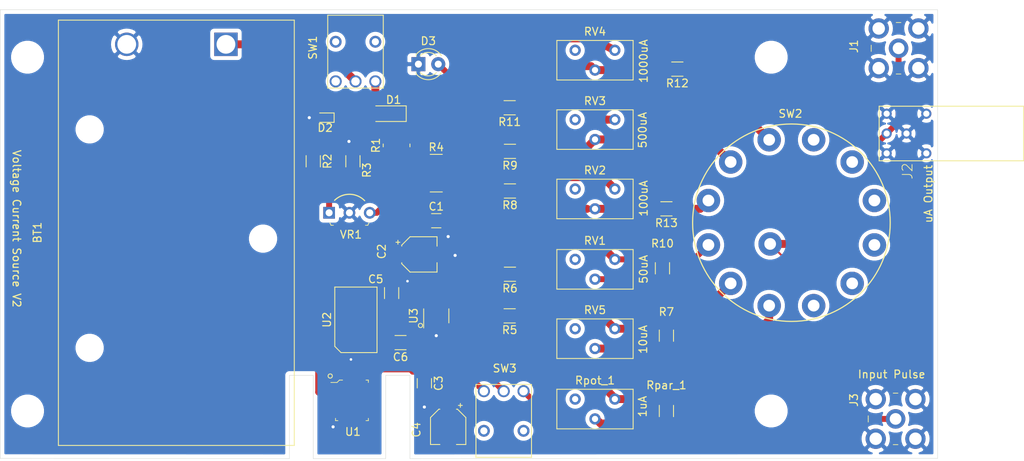
<source format=kicad_pcb>
(kicad_pcb (version 20171130) (host pcbnew "(5.1.10)-1")

  (general
    (thickness 1.6)
    (drawings 24)
    (tracks 261)
    (zones 0)
    (modules 44)
    (nets 42)
  )

  (page A4)
  (title_block
    (title Voltage_Current_Source)
    (rev v01)
    (company FRIB)
    (comment 4 "Author: Mike Scherer")
  )

  (layers
    (0 F.Cu signal)
    (31 B.Cu signal hide)
    (32 B.Adhes user)
    (33 F.Adhes user)
    (34 B.Paste user)
    (35 F.Paste user)
    (36 B.SilkS user)
    (37 F.SilkS user)
    (38 B.Mask user)
    (39 F.Mask user)
    (40 Dwgs.User user)
    (41 Cmts.User user)
    (42 Eco1.User user)
    (43 Eco2.User user)
    (44 Edge.Cuts user)
    (45 Margin user)
    (46 B.CrtYd user)
    (47 F.CrtYd user)
    (48 B.Fab user)
    (49 F.Fab user hide)
  )

  (setup
    (last_trace_width 0.1524)
    (user_trace_width 0.762)
    (user_trace_width 1.016)
    (trace_clearance 0.1524)
    (zone_clearance 0.508)
    (zone_45_only no)
    (trace_min 0.1524)
    (via_size 0.8)
    (via_drill 0.3302)
    (via_min_size 0.508)
    (via_min_drill 0.254)
    (uvia_size 0.6858)
    (uvia_drill 0.3302)
    (uvias_allowed no)
    (uvia_min_size 0.2)
    (uvia_min_drill 0.1)
    (edge_width 0.05)
    (segment_width 0.2)
    (pcb_text_width 0.3)
    (pcb_text_size 1.5 1.5)
    (mod_edge_width 0.12)
    (mod_text_size 1 1)
    (mod_text_width 0.15)
    (pad_size 2.2 2.2)
    (pad_drill 2.2)
    (pad_to_mask_clearance 0.051)
    (solder_mask_min_width 0.000762)
    (aux_axis_origin 0 0)
    (visible_elements 7FFFFFFF)
    (pcbplotparams
      (layerselection 0x010fc_ffffffff)
      (usegerberextensions false)
      (usegerberattributes false)
      (usegerberadvancedattributes false)
      (creategerberjobfile false)
      (excludeedgelayer true)
      (linewidth 0.100000)
      (plotframeref false)
      (viasonmask false)
      (mode 1)
      (useauxorigin false)
      (hpglpennumber 1)
      (hpglpenspeed 20)
      (hpglpendiameter 15.000000)
      (psnegative false)
      (psa4output false)
      (plotreference true)
      (plotvalue true)
      (plotinvisibletext false)
      (padsonsilk false)
      (subtractmaskfromsilk false)
      (outputformat 1)
      (mirror false)
      (drillshape 1)
      (scaleselection 1)
      (outputdirectory ""))
  )

  (net 0 "")
  (net 1 GNDREF)
  (net 2 "Net-(BT1-Pad1)")
  (net 3 "Net-(C1-Pad1)")
  (net 4 "Net-(C3-Pad1)")
  (net 5 "Net-(D1-Pad1)")
  (net 6 "Net-(D1-Pad2)")
  (net 7 "Net-(D3-Pad2)")
  (net 8 "Net-(J1-Pad1)")
  (net 9 "Net-(R2-Pad2)")
  (net 10 "Net-(R12-Pad1)")
  (net 11 "Net-(R6-Pad1)")
  (net 12 "Net-(R13-Pad1)")
  (net 13 "Net-(R7-Pad1)")
  (net 14 "Net-(R9-Pad1)")
  (net 15 "Net-(R10-Pad1)")
  (net 16 "Net-(R5-Pad1)")
  (net 17 "Net-(R13-Pad2)")
  (net 18 "Net-(R10-Pad2)")
  (net 19 "Net-(R11-Pad1)")
  (net 20 "Net-(Rpar_1-Pad1)")
  (net 21 "Net-(Rpot_1-Pad3)")
  (net 22 "Net-(RV1-Pad3)")
  (net 23 "Net-(RV2-Pad3)")
  (net 24 "Net-(RV3-Pad3)")
  (net 25 "Net-(RV4-Pad3)")
  (net 26 "Net-(RV5-Pad3)")
  (net 27 "Net-(SW1-Pad1)")
  (net 28 "Net-(SW2-Pad7)")
  (net 29 "Net-(SW2-Pad8)")
  (net 30 "Net-(SW2-Pad9)")
  (net 31 "Net-(SW2-Pad10)")
  (net 32 "Net-(SW2-Pad11)")
  (net 33 "Net-(SW2-Pad12)")
  (net 34 "Net-(U1-Pad1)")
  (net 35 "Net-(U1-Pad5)")
  (net 36 "Net-(U1-Pad7)")
  (net 37 "Net-(U1-Pad8)")
  (net 38 "Net-(U1-Pad3)")
  (net 39 "Net-(SW3-Pad2)")
  (net 40 "Net-(J3-Pad1)")
  (net 41 "Net-(C6-Pad1)")

  (net_class Default "This is the default net class."
    (clearance 0.1524)
    (trace_width 0.1524)
    (via_dia 0.8)
    (via_drill 0.3302)
    (uvia_dia 0.6858)
    (uvia_drill 0.3302)
    (add_net GNDREF)
    (add_net "Net-(BT1-Pad1)")
    (add_net "Net-(C1-Pad1)")
    (add_net "Net-(C3-Pad1)")
    (add_net "Net-(C6-Pad1)")
    (add_net "Net-(D1-Pad1)")
    (add_net "Net-(D1-Pad2)")
    (add_net "Net-(D3-Pad2)")
    (add_net "Net-(J1-Pad1)")
    (add_net "Net-(J3-Pad1)")
    (add_net "Net-(R10-Pad1)")
    (add_net "Net-(R10-Pad2)")
    (add_net "Net-(R11-Pad1)")
    (add_net "Net-(R12-Pad1)")
    (add_net "Net-(R13-Pad1)")
    (add_net "Net-(R13-Pad2)")
    (add_net "Net-(R2-Pad2)")
    (add_net "Net-(R5-Pad1)")
    (add_net "Net-(R6-Pad1)")
    (add_net "Net-(R7-Pad1)")
    (add_net "Net-(R9-Pad1)")
    (add_net "Net-(RV1-Pad3)")
    (add_net "Net-(RV2-Pad3)")
    (add_net "Net-(RV3-Pad3)")
    (add_net "Net-(RV4-Pad3)")
    (add_net "Net-(RV5-Pad3)")
    (add_net "Net-(Rpar_1-Pad1)")
    (add_net "Net-(Rpot_1-Pad3)")
    (add_net "Net-(SW1-Pad1)")
    (add_net "Net-(SW2-Pad10)")
    (add_net "Net-(SW2-Pad11)")
    (add_net "Net-(SW2-Pad12)")
    (add_net "Net-(SW2-Pad7)")
    (add_net "Net-(SW2-Pad8)")
    (add_net "Net-(SW2-Pad9)")
    (add_net "Net-(SW3-Pad2)")
    (add_net "Net-(U1-Pad1)")
    (add_net "Net-(U1-Pad3)")
    (add_net "Net-(U1-Pad5)")
    (add_net "Net-(U1-Pad7)")
    (add_net "Net-(U1-Pad8)")
  )

  (module MountingHole:MountingHole_3.2mm_M3 (layer F.Cu) (tedit 56D1B4CB) (tstamp 5E26420D)
    (at 158.7 76.58)
    (descr "Mounting Hole 3.2mm, no annular, M3")
    (tags "mounting hole 3.2mm no annular m3")
    (attr virtual)
    (fp_text reference REF** (at 0 -3.2) (layer F.SilkS) hide
      (effects (font (size 1 1) (thickness 0.15)))
    )
    (fp_text value MountingHole_3.2mm_M3 (at 0 3.2) (layer F.Fab)
      (effects (font (size 1 1) (thickness 0.15)))
    )
    (fp_circle (center 0 0) (end 3.2 0) (layer Cmts.User) (width 0.15))
    (fp_circle (center 0 0) (end 3.45 0) (layer F.CrtYd) (width 0.05))
    (fp_text user %R (at 0.3 0) (layer F.Fab)
      (effects (font (size 1 1) (thickness 0.15)))
    )
    (pad 1 np_thru_hole circle (at 0 0) (size 3.2 3.2) (drill 3.2) (layers *.Cu *.Mask))
  )

  (module MountingHole:MountingHole_3.2mm_M3 (layer F.Cu) (tedit 56D1B4CB) (tstamp 5E2641F0)
    (at 63.5 76.58)
    (descr "Mounting Hole 3.2mm, no annular, M3")
    (tags "mounting hole 3.2mm no annular m3")
    (attr virtual)
    (fp_text reference REF** (at 0 -3.2) (layer F.SilkS) hide
      (effects (font (size 1 1) (thickness 0.15)))
    )
    (fp_text value MountingHole_3.2mm_M3 (at 0 3.2) (layer F.Fab)
      (effects (font (size 1 1) (thickness 0.15)))
    )
    (fp_circle (center 0 0) (end 3.2 0) (layer Cmts.User) (width 0.15))
    (fp_circle (center 0 0) (end 3.45 0) (layer F.CrtYd) (width 0.05))
    (fp_text user %R (at 0.3 0) (layer F.Fab)
      (effects (font (size 1 1) (thickness 0.15)))
    )
    (pad 1 np_thru_hole circle (at 0 0) (size 3.2 3.2) (drill 3.2) (layers *.Cu *.Mask))
  )

  (module MountingHole:MountingHole_3.2mm_M3 (layer F.Cu) (tedit 56D1B4CB) (tstamp 5E2641D3)
    (at 63.5 121.92)
    (descr "Mounting Hole 3.2mm, no annular, M3")
    (tags "mounting hole 3.2mm no annular m3")
    (attr virtual)
    (fp_text reference REF** (at 0 -3.2) (layer F.SilkS) hide
      (effects (font (size 1 1) (thickness 0.15)))
    )
    (fp_text value MountingHole_3.2mm_M3 (at 0 3.2) (layer F.Fab)
      (effects (font (size 1 1) (thickness 0.15)))
    )
    (fp_circle (center 0 0) (end 3.2 0) (layer Cmts.User) (width 0.15))
    (fp_circle (center 0 0) (end 3.45 0) (layer F.CrtYd) (width 0.05))
    (fp_text user %R (at 0.3 0) (layer F.Fab)
      (effects (font (size 1 1) (thickness 0.15)))
    )
    (pad 1 np_thru_hole circle (at 0 0) (size 3.2 3.2) (drill 3.2) (layers *.Cu *.Mask))
  )

  (module MountingHole:MountingHole_3.2mm_M3 (layer F.Cu) (tedit 56D1B4CB) (tstamp 5E260C7B)
    (at 158.7 121.92)
    (descr "Mounting Hole 3.2mm, no annular, M3")
    (tags "mounting hole 3.2mm no annular m3")
    (attr virtual)
    (fp_text reference REF** (at 0 -3.175) (layer F.SilkS) hide
      (effects (font (size 1 1) (thickness 0.15)))
    )
    (fp_text value MountingHole_3.2mm_M3 (at 0 3.2) (layer F.Fab)
      (effects (font (size 1 1) (thickness 0.15)))
    )
    (fp_circle (center 0 0) (end 3.2 0) (layer Cmts.User) (width 0.15))
    (fp_circle (center 0 0) (end 3.45 0) (layer F.CrtYd) (width 0.05))
    (fp_text user %R (at 0.331 0) (layer F.Fab)
      (effects (font (size 1 1) (thickness 0.15)))
    )
    (pad 1 np_thru_hole circle (at 0 0) (size 3.2 3.2) (drill 3.2) (layers *.Cu *.Mask))
  )

  (module Voltage_Current_Source:INA592-SOIC (layer F.Cu) (tedit 60B6958F) (tstamp 60B6965B)
    (at 105.537 110.236)
    (path /60B88300)
    (attr smd)
    (fp_text reference U2 (at -3.705 0 -90) (layer F.SilkS)
      (effects (font (size 1 1) (thickness 0.15)))
    )
    (fp_text value INA592 (at 4.445 0.635 -90) (layer F.Fab)
      (effects (font (size 1 1) (thickness 0.15)))
    )
    (fp_line (start -2.46 3.95) (end -2.46 -3.95) (layer F.CrtYd) (width 0.05))
    (fp_line (start 2.46 3.95) (end -2.46 3.95) (layer F.CrtYd) (width 0.05))
    (fp_line (start 2.46 -3.95) (end 2.46 3.95) (layer F.CrtYd) (width 0.05))
    (fp_line (start -2.46 -3.95) (end 2.46 -3.95) (layer F.CrtYd) (width 0.05))
    (fp_line (start 2.705 4.2) (end -1.905 4.2) (layer F.SilkS) (width 0.12))
    (fp_line (start 2.705 -4.2) (end 2.705 4.2) (layer F.SilkS) (width 0.12))
    (fp_line (start -2.705 -4.2) (end 2.705 -4.2) (layer F.SilkS) (width 0.12))
    (fp_line (start -2.705 3.4) (end -2.705 -4.2) (layer F.SilkS) (width 0.12))
    (fp_line (start -1.905 4.2) (end -2.705 3.4) (layer F.SilkS) (width 0.12))
    (pad 8 smd rect (at -1.905 -2.6) (size 0.6 2.2) (layers F.Cu F.Paste F.Mask))
    (pad 1 smd rect (at -1.905 2.6) (size 0.6 2.2) (layers F.Cu F.Paste F.Mask)
      (net 41 "Net-(C6-Pad1)"))
    (pad 7 smd rect (at -0.635 -2.6) (size 0.6 2.2) (layers F.Cu F.Paste F.Mask)
      (net 3 "Net-(C1-Pad1)"))
    (pad 2 smd rect (at -0.635 2.6) (size 0.6 2.2) (layers F.Cu F.Paste F.Mask)
      (net 1 GNDREF))
    (pad 6 smd rect (at 0.635 -2.6) (size 0.6 2.2) (layers F.Cu F.Paste F.Mask)
      (net 18 "Net-(R10-Pad2)"))
    (pad 3 smd rect (at 0.635 2.6) (size 0.6 2.2) (layers F.Cu F.Paste F.Mask)
      (net 39 "Net-(SW3-Pad2)"))
    (pad 5 smd rect (at 1.905 -2.6) (size 0.6 2.2) (layers F.Cu F.Paste F.Mask)
      (net 18 "Net-(R10-Pad2)"))
    (pad 4 smd rect (at 1.905 2.6) (size 0.6 2.2) (layers F.Cu F.Paste F.Mask)
      (net 1 GNDREF))
  )

  (module Battery:BatteryHolder_Eagle_12BH611-GR (layer F.Cu) (tedit 5BFC95F9) (tstamp 5E05223F)
    (at 88.9 74.93 90)
    (descr https://eu.mouser.com/datasheet/2/209/EPD-200766-1274481.pdf)
    (tags "9V Battery Holder")
    (path /5E009DDB)
    (fp_text reference BT1 (at -24.13 -24.13 90) (layer F.SilkS)
      (effects (font (size 1 1) (thickness 0.15)))
    )
    (fp_text value 9V (at -24.13 11.43 270) (layer F.Fab)
      (effects (font (size 1 1) (thickness 0.15)))
    )
    (fp_line (start -51.4 -21.45) (end 3.1 -21.45) (layer F.SilkS) (width 0.12))
    (fp_line (start 3.1 -21.45) (end 3.1 8.75) (layer F.SilkS) (width 0.12))
    (fp_line (start 3.1 8.75) (end -51.4 8.75) (layer F.SilkS) (width 0.12))
    (fp_line (start -51.4 8.75) (end -51.4 -21.45) (layer F.SilkS) (width 0.12))
    (fp_line (start -51.9 -21.95) (end 3.6 -21.95) (layer F.CrtYd) (width 0.05))
    (fp_line (start 3.6 -21.95) (end 3.6 9.25) (layer F.CrtYd) (width 0.05))
    (fp_line (start 3.6 9.25) (end -51.9 9.25) (layer F.CrtYd) (width 0.05))
    (fp_line (start -51.9 9.25) (end -51.9 -21.95) (layer F.CrtYd) (width 0.05))
    (fp_line (start 1.85 8.75) (end 1.85 -21.45) (layer F.Fab) (width 0.1))
    (fp_line (start -2 -21.45) (end -2 8.75) (layer F.Fab) (width 0.1))
    (fp_line (start -2 -14.75) (end -4 -14.75) (layer F.Fab) (width 0.1))
    (fp_line (start -4 -14.75) (end -4 -10.65) (layer F.Fab) (width 0.1))
    (fp_line (start -4 -10.65) (end -2 -10.65) (layer F.Fab) (width 0.1))
    (fp_line (start -2 -0.25) (end -4 -0.25) (layer F.Fab) (width 0.1))
    (fp_line (start -4 -2.55) (end -4 2.55) (layer F.Fab) (width 0.1))
    (fp_line (start -4 0.25) (end -2 0.25) (layer F.Fab) (width 0.1))
    (fp_line (start -4 -2.05) (end -2 -2.05) (layer F.Fab) (width 0.1))
    (fp_line (start -2 -2.55) (end -4 -2.55) (layer F.Fab) (width 0.1))
    (fp_line (start -4 2.55) (end -2 2.55) (layer F.Fab) (width 0.1))
    (fp_line (start -2 2.05) (end -4 2.05) (layer F.Fab) (width 0.1))
    (fp_line (start -2 -19.35) (end -27 -19.35) (layer F.Fab) (width 0.1))
    (fp_line (start -27 -19.35) (end -27 -21.45) (layer F.Fab) (width 0.1))
    (fp_line (start -2 6.65) (end -27 6.65) (layer F.Fab) (width 0.1))
    (fp_line (start -27 6.65) (end -27 8.75) (layer F.Fab) (width 0.1))
    (fp_line (start -51.4 -15.35) (end -47 -15.35) (layer F.Fab) (width 0.1))
    (fp_line (start -51.4 2.65) (end -47 2.65) (layer F.Fab) (width 0.1))
    (fp_line (start -50 2.65) (end -50 -15.35) (layer F.Fab) (width 0.1))
    (fp_line (start -49 2.65) (end -49 -15.35) (layer F.Fab) (width 0.1))
    (fp_line (start -48 2.65) (end -48 -15.35) (layer F.Fab) (width 0.1))
    (fp_line (start -47 2.65) (end -47 -15.35) (layer F.Fab) (width 0.1))
    (fp_line (start -51.4 8.75) (end -51.4 -21.45) (layer F.Fab) (width 0.1))
    (fp_line (start -51.4 -21.45) (end 3.1 -21.45) (layer F.Fab) (width 0.1))
    (fp_line (start 3.1 8.75) (end -51.4 8.75) (layer F.Fab) (width 0.1))
    (fp_line (start 3.1 -21.45) (end 3.1 8.75) (layer F.Fab) (width 0.1))
    (fp_text user + (at -7 0 90) (layer F.Fab)
      (effects (font (size 3 3) (thickness 0.45)))
    )
    (fp_text user - (at -7 -12.7 90) (layer F.Fab)
      (effects (font (size 3 3) (thickness 0.45)))
    )
    (fp_text user %R (at -24.13 -6.35 270) (layer F.Fab)
      (effects (font (size 1 1) (thickness 0.15)))
    )
    (pad 2 thru_hole circle (at 0 -12.7 90) (size 3 3) (drill 2.4) (layers *.Cu *.Mask)
      (net 1 GNDREF))
    (pad 1 thru_hole rect (at 0 0 90) (size 3 3) (drill 2.4) (layers *.Cu *.Mask)
      (net 2 "Net-(BT1-Pad1)"))
    (pad "" np_thru_hole circle (at -10.9 -17.45 90) (size 2.6 2.6) (drill 2.6) (layers *.Cu *.Mask))
    (pad "" np_thru_hole circle (at -38.9 -17.45 90) (size 2.6 2.6) (drill 2.6) (layers *.Cu *.Mask))
    (pad "" np_thru_hole circle (at -24.9 4.75 90) (size 2.6 2.6) (drill 2.6) (layers *.Cu *.Mask))
    (model ${KISYS3DMOD}/Battery.3dshapes/BatteryHolder_Eagle_12BH611-GR.wrl
      (at (xyz 0 0 0))
      (scale (xyz 1 1 1))
      (rotate (xyz 0 0 0))
    )
  )

  (module Capacitor_SMD:C_1206_3216Metric_Pad1.42x1.75mm_HandSolder (layer F.Cu) (tedit 5B301BBE) (tstamp 5E052250)
    (at 115.824 97.536)
    (descr "Capacitor SMD 1206 (3216 Metric), square (rectangular) end terminal, IPC_7351 nominal with elongated pad for handsoldering. (Body size source: http://www.tortai-tech.com/upload/download/2011102023233369053.pdf), generated with kicad-footprint-generator")
    (tags "capacitor handsolder")
    (path /5DF94AB9)
    (attr smd)
    (fp_text reference C1 (at 0 -1.82) (layer F.SilkS)
      (effects (font (size 1 1) (thickness 0.15)))
    )
    (fp_text value .01uF (at 0 1.82) (layer F.Fab)
      (effects (font (size 1 1) (thickness 0.15)))
    )
    (fp_line (start -1.6 0.8) (end -1.6 -0.8) (layer F.Fab) (width 0.1))
    (fp_line (start -1.6 -0.8) (end 1.6 -0.8) (layer F.Fab) (width 0.1))
    (fp_line (start 1.6 -0.8) (end 1.6 0.8) (layer F.Fab) (width 0.1))
    (fp_line (start 1.6 0.8) (end -1.6 0.8) (layer F.Fab) (width 0.1))
    (fp_line (start -0.602064 -0.91) (end 0.602064 -0.91) (layer F.SilkS) (width 0.12))
    (fp_line (start -0.602064 0.91) (end 0.602064 0.91) (layer F.SilkS) (width 0.12))
    (fp_line (start -2.45 1.12) (end -2.45 -1.12) (layer F.CrtYd) (width 0.05))
    (fp_line (start -2.45 -1.12) (end 2.45 -1.12) (layer F.CrtYd) (width 0.05))
    (fp_line (start 2.45 -1.12) (end 2.45 1.12) (layer F.CrtYd) (width 0.05))
    (fp_line (start 2.45 1.12) (end -2.45 1.12) (layer F.CrtYd) (width 0.05))
    (fp_text user %R (at 0 0) (layer F.Fab)
      (effects (font (size 0.8 0.8) (thickness 0.12)))
    )
    (pad 1 smd roundrect (at -1.4875 0) (size 1.425 1.75) (layers F.Cu F.Paste F.Mask) (roundrect_rratio 0.175439)
      (net 3 "Net-(C1-Pad1)"))
    (pad 2 smd roundrect (at 1.4875 0) (size 1.425 1.75) (layers F.Cu F.Paste F.Mask) (roundrect_rratio 0.175439)
      (net 1 GNDREF))
    (model ${KISYS3DMOD}/Capacitor_SMD.3dshapes/C_1206_3216Metric.wrl
      (at (xyz 0 0 0))
      (scale (xyz 1 1 1))
      (rotate (xyz 0 0 0))
    )
  )

  (module Capacitor_SMD:CP_Elec_4x5.4 (layer F.Cu) (tedit 60B9351E) (tstamp 5E052278)
    (at 113.665 101.854)
    (descr "SMD capacitor, aluminum electrolytic, Panasonic A5 / Nichicon, 4.0x5.4mm")
    (tags "capacitor electrolytic")
    (path /5DF93B59)
    (attr smd)
    (fp_text reference C2 (at -4.826 -0.381 270) (layer F.SilkS)
      (effects (font (size 1 1) (thickness 0.15)))
    )
    (fp_text value 4.7uF (at 0 3.2) (layer F.Fab)
      (effects (font (size 1 1) (thickness 0.15)))
    )
    (fp_circle (center 0 0) (end 2 0) (layer F.Fab) (width 0.1))
    (fp_line (start 2.15 -2.15) (end 2.15 2.15) (layer F.Fab) (width 0.1))
    (fp_line (start -1.15 -2.15) (end 2.15 -2.15) (layer F.Fab) (width 0.1))
    (fp_line (start -1.15 2.15) (end 2.15 2.15) (layer F.Fab) (width 0.1))
    (fp_line (start -2.15 -1.15) (end -2.15 1.15) (layer F.Fab) (width 0.1))
    (fp_line (start -2.15 -1.15) (end -1.15 -2.15) (layer F.Fab) (width 0.1))
    (fp_line (start -2.15 1.15) (end -1.15 2.15) (layer F.Fab) (width 0.1))
    (fp_line (start -1.574773 -1) (end -1.174773 -1) (layer F.Fab) (width 0.1))
    (fp_line (start -1.374773 -1.2) (end -1.374773 -0.8) (layer F.Fab) (width 0.1))
    (fp_line (start 2.26 2.26) (end 2.26 1.06) (layer F.SilkS) (width 0.12))
    (fp_line (start 2.26 -2.26) (end 2.26 -1.06) (layer F.SilkS) (width 0.12))
    (fp_line (start -1.195563 -2.26) (end 2.26 -2.26) (layer F.SilkS) (width 0.12))
    (fp_line (start -1.195563 2.26) (end 2.26 2.26) (layer F.SilkS) (width 0.12))
    (fp_line (start -2.26 1.195563) (end -2.26 1.06) (layer F.SilkS) (width 0.12))
    (fp_line (start -2.26 -1.195563) (end -2.26 -1.06) (layer F.SilkS) (width 0.12))
    (fp_line (start -2.26 -1.195563) (end -1.195563 -2.26) (layer F.SilkS) (width 0.12))
    (fp_line (start -2.26 1.195563) (end -1.195563 2.26) (layer F.SilkS) (width 0.12))
    (fp_line (start -3 -1.56) (end -2.5 -1.56) (layer F.SilkS) (width 0.12))
    (fp_line (start -2.75 -1.81) (end -2.75 -1.31) (layer F.SilkS) (width 0.12))
    (fp_line (start 2.4 -2.4) (end 2.4 -1.05) (layer F.CrtYd) (width 0.05))
    (fp_line (start 2.4 -1.05) (end 3.35 -1.05) (layer F.CrtYd) (width 0.05))
    (fp_line (start 3.35 -1.05) (end 3.35 1.05) (layer F.CrtYd) (width 0.05))
    (fp_line (start 3.35 1.05) (end 2.4 1.05) (layer F.CrtYd) (width 0.05))
    (fp_line (start 2.4 1.05) (end 2.4 2.4) (layer F.CrtYd) (width 0.05))
    (fp_line (start -1.25 2.4) (end 2.4 2.4) (layer F.CrtYd) (width 0.05))
    (fp_line (start -1.25 -2.4) (end 2.4 -2.4) (layer F.CrtYd) (width 0.05))
    (fp_line (start -2.4 1.25) (end -1.25 2.4) (layer F.CrtYd) (width 0.05))
    (fp_line (start -2.4 -1.25) (end -1.25 -2.4) (layer F.CrtYd) (width 0.05))
    (fp_line (start -2.4 -1.25) (end -2.4 -1.05) (layer F.CrtYd) (width 0.05))
    (fp_line (start -2.4 1.05) (end -2.4 1.25) (layer F.CrtYd) (width 0.05))
    (fp_line (start -2.4 -1.05) (end -3.35 -1.05) (layer F.CrtYd) (width 0.05))
    (fp_line (start -3.35 -1.05) (end -3.35 1.05) (layer F.CrtYd) (width 0.05))
    (fp_line (start -3.35 1.05) (end -2.4 1.05) (layer F.CrtYd) (width 0.05))
    (fp_text user %R (at 0 0) (layer F.Fab)
      (effects (font (size 0.8 0.8) (thickness 0.12)))
    )
    (pad 1 smd roundrect (at -1.8 0) (size 2.6 1.6) (layers F.Cu F.Paste F.Mask) (roundrect_rratio 0.15625)
      (net 3 "Net-(C1-Pad1)"))
    (pad 2 smd roundrect (at 1.8 0) (size 2.6 1.6) (layers F.Cu F.Paste F.Mask) (roundrect_rratio 0.15625)
      (net 1 GNDREF))
    (model ${KISYS3DMOD}/Capacitor_SMD.3dshapes/CP_Elec_4x5.4.wrl
      (at (xyz 0 0 0))
      (scale (xyz 1 1 1))
      (rotate (xyz 0 0 0))
    )
  )

  (module Capacitor_SMD:C_1206_3216Metric_Pad1.42x1.75mm_HandSolder (layer F.Cu) (tedit 5B301BBE) (tstamp 5E052289)
    (at 114.3 118.364 270)
    (descr "Capacitor SMD 1206 (3216 Metric), square (rectangular) end terminal, IPC_7351 nominal with elongated pad for handsoldering. (Body size source: http://www.tortai-tech.com/upload/download/2011102023233369053.pdf), generated with kicad-footprint-generator")
    (tags "capacitor handsolder")
    (path /5DF965F3)
    (attr smd)
    (fp_text reference C3 (at 0 -1.82 270) (layer F.SilkS)
      (effects (font (size 1 1) (thickness 0.15)))
    )
    (fp_text value .001uF (at 0 1.82 270) (layer F.Fab)
      (effects (font (size 1 1) (thickness 0.15)))
    )
    (fp_line (start 2.45 1.12) (end -2.45 1.12) (layer F.CrtYd) (width 0.05))
    (fp_line (start 2.45 -1.12) (end 2.45 1.12) (layer F.CrtYd) (width 0.05))
    (fp_line (start -2.45 -1.12) (end 2.45 -1.12) (layer F.CrtYd) (width 0.05))
    (fp_line (start -2.45 1.12) (end -2.45 -1.12) (layer F.CrtYd) (width 0.05))
    (fp_line (start -0.602064 0.91) (end 0.602064 0.91) (layer F.SilkS) (width 0.12))
    (fp_line (start -0.602064 -0.91) (end 0.602064 -0.91) (layer F.SilkS) (width 0.12))
    (fp_line (start 1.6 0.8) (end -1.6 0.8) (layer F.Fab) (width 0.1))
    (fp_line (start 1.6 -0.8) (end 1.6 0.8) (layer F.Fab) (width 0.1))
    (fp_line (start -1.6 -0.8) (end 1.6 -0.8) (layer F.Fab) (width 0.1))
    (fp_line (start -1.6 0.8) (end -1.6 -0.8) (layer F.Fab) (width 0.1))
    (fp_text user %R (at 0 0 270) (layer F.Fab)
      (effects (font (size 0.8 0.8) (thickness 0.12)))
    )
    (pad 2 smd roundrect (at 1.4875 0 270) (size 1.425 1.75) (layers F.Cu F.Paste F.Mask) (roundrect_rratio 0.175439)
      (net 1 GNDREF))
    (pad 1 smd roundrect (at -1.4875 0 270) (size 1.425 1.75) (layers F.Cu F.Paste F.Mask) (roundrect_rratio 0.175439)
      (net 4 "Net-(C3-Pad1)"))
    (model ${KISYS3DMOD}/Capacitor_SMD.3dshapes/C_1206_3216Metric.wrl
      (at (xyz 0 0 0))
      (scale (xyz 1 1 1))
      (rotate (xyz 0 0 0))
    )
  )

  (module Capacitor_SMD:CP_Elec_4x5.4 (layer F.Cu) (tedit 60B935D8) (tstamp 5E0522B1)
    (at 117.348 123.952 270)
    (descr "SMD capacitor, aluminum electrolytic, Panasonic A5 / Nichicon, 4.0x5.4mm")
    (tags "capacitor electrolytic")
    (path /5DF9415F)
    (attr smd)
    (fp_text reference C4 (at 0.381 4.064 270) (layer F.SilkS)
      (effects (font (size 1 1) (thickness 0.15)))
    )
    (fp_text value 4.7uF (at 0 3.2 270) (layer F.Fab)
      (effects (font (size 1 1) (thickness 0.15)))
    )
    (fp_line (start -3.35 1.05) (end -2.4 1.05) (layer F.CrtYd) (width 0.05))
    (fp_line (start -3.35 -1.05) (end -3.35 1.05) (layer F.CrtYd) (width 0.05))
    (fp_line (start -2.4 -1.05) (end -3.35 -1.05) (layer F.CrtYd) (width 0.05))
    (fp_line (start -2.4 1.05) (end -2.4 1.25) (layer F.CrtYd) (width 0.05))
    (fp_line (start -2.4 -1.25) (end -2.4 -1.05) (layer F.CrtYd) (width 0.05))
    (fp_line (start -2.4 -1.25) (end -1.25 -2.4) (layer F.CrtYd) (width 0.05))
    (fp_line (start -2.4 1.25) (end -1.25 2.4) (layer F.CrtYd) (width 0.05))
    (fp_line (start -1.25 -2.4) (end 2.4 -2.4) (layer F.CrtYd) (width 0.05))
    (fp_line (start -1.25 2.4) (end 2.4 2.4) (layer F.CrtYd) (width 0.05))
    (fp_line (start 2.4 1.05) (end 2.4 2.4) (layer F.CrtYd) (width 0.05))
    (fp_line (start 3.35 1.05) (end 2.4 1.05) (layer F.CrtYd) (width 0.05))
    (fp_line (start 3.35 -1.05) (end 3.35 1.05) (layer F.CrtYd) (width 0.05))
    (fp_line (start 2.4 -1.05) (end 3.35 -1.05) (layer F.CrtYd) (width 0.05))
    (fp_line (start 2.4 -2.4) (end 2.4 -1.05) (layer F.CrtYd) (width 0.05))
    (fp_line (start -2.75 -1.81) (end -2.75 -1.31) (layer F.SilkS) (width 0.12))
    (fp_line (start -3 -1.56) (end -2.5 -1.56) (layer F.SilkS) (width 0.12))
    (fp_line (start -2.26 1.195563) (end -1.195563 2.26) (layer F.SilkS) (width 0.12))
    (fp_line (start -2.26 -1.195563) (end -1.195563 -2.26) (layer F.SilkS) (width 0.12))
    (fp_line (start -2.26 -1.195563) (end -2.26 -1.06) (layer F.SilkS) (width 0.12))
    (fp_line (start -2.26 1.195563) (end -2.26 1.06) (layer F.SilkS) (width 0.12))
    (fp_line (start -1.195563 2.26) (end 2.26 2.26) (layer F.SilkS) (width 0.12))
    (fp_line (start -1.195563 -2.26) (end 2.26 -2.26) (layer F.SilkS) (width 0.12))
    (fp_line (start 2.26 -2.26) (end 2.26 -1.06) (layer F.SilkS) (width 0.12))
    (fp_line (start 2.26 2.26) (end 2.26 1.06) (layer F.SilkS) (width 0.12))
    (fp_line (start -1.374773 -1.2) (end -1.374773 -0.8) (layer F.Fab) (width 0.1))
    (fp_line (start -1.574773 -1) (end -1.174773 -1) (layer F.Fab) (width 0.1))
    (fp_line (start -2.15 1.15) (end -1.15 2.15) (layer F.Fab) (width 0.1))
    (fp_line (start -2.15 -1.15) (end -1.15 -2.15) (layer F.Fab) (width 0.1))
    (fp_line (start -2.15 -1.15) (end -2.15 1.15) (layer F.Fab) (width 0.1))
    (fp_line (start -1.15 2.15) (end 2.15 2.15) (layer F.Fab) (width 0.1))
    (fp_line (start -1.15 -2.15) (end 2.15 -2.15) (layer F.Fab) (width 0.1))
    (fp_line (start 2.15 -2.15) (end 2.15 2.15) (layer F.Fab) (width 0.1))
    (fp_circle (center 0 0) (end 2 0) (layer F.Fab) (width 0.1))
    (fp_text user %R (at 0 0 270) (layer F.Fab)
      (effects (font (size 0.8 0.8) (thickness 0.12)))
    )
    (pad 2 smd roundrect (at 1.8 0 270) (size 2.6 1.6) (layers F.Cu F.Paste F.Mask) (roundrect_rratio 0.15625)
      (net 1 GNDREF))
    (pad 1 smd roundrect (at -1.8 0 270) (size 2.6 1.6) (layers F.Cu F.Paste F.Mask) (roundrect_rratio 0.15625)
      (net 4 "Net-(C3-Pad1)"))
    (model ${KISYS3DMOD}/Capacitor_SMD.3dshapes/CP_Elec_4x5.4.wrl
      (at (xyz 0 0 0))
      (scale (xyz 1 1 1))
      (rotate (xyz 0 0 0))
    )
  )

  (module Diode_SMD:D_SOD-123 (layer F.Cu) (tedit 60B935C9) (tstamp 5E0522CA)
    (at 109.728 83.82 180)
    (descr SOD-123)
    (tags SOD-123)
    (path /5E00EB73)
    (attr smd)
    (fp_text reference D1 (at -0.635 1.778 180) (layer F.SilkS)
      (effects (font (size 1 1) (thickness 0.15)))
    )
    (fp_text value 1N5819 (at 0 2.1 180) (layer F.Fab)
      (effects (font (size 1 1) (thickness 0.15)))
    )
    (fp_line (start -2.25 -1) (end -2.25 1) (layer F.SilkS) (width 0.12))
    (fp_line (start 0.25 0) (end 0.75 0) (layer F.Fab) (width 0.1))
    (fp_line (start 0.25 0.4) (end -0.35 0) (layer F.Fab) (width 0.1))
    (fp_line (start 0.25 -0.4) (end 0.25 0.4) (layer F.Fab) (width 0.1))
    (fp_line (start -0.35 0) (end 0.25 -0.4) (layer F.Fab) (width 0.1))
    (fp_line (start -0.35 0) (end -0.35 0.55) (layer F.Fab) (width 0.1))
    (fp_line (start -0.35 0) (end -0.35 -0.55) (layer F.Fab) (width 0.1))
    (fp_line (start -0.75 0) (end -0.35 0) (layer F.Fab) (width 0.1))
    (fp_line (start -1.4 0.9) (end -1.4 -0.9) (layer F.Fab) (width 0.1))
    (fp_line (start 1.4 0.9) (end -1.4 0.9) (layer F.Fab) (width 0.1))
    (fp_line (start 1.4 -0.9) (end 1.4 0.9) (layer F.Fab) (width 0.1))
    (fp_line (start -1.4 -0.9) (end 1.4 -0.9) (layer F.Fab) (width 0.1))
    (fp_line (start -2.35 -1.15) (end 2.35 -1.15) (layer F.CrtYd) (width 0.05))
    (fp_line (start 2.35 -1.15) (end 2.35 1.15) (layer F.CrtYd) (width 0.05))
    (fp_line (start 2.35 1.15) (end -2.35 1.15) (layer F.CrtYd) (width 0.05))
    (fp_line (start -2.35 -1.15) (end -2.35 1.15) (layer F.CrtYd) (width 0.05))
    (fp_line (start -2.25 1) (end 1.65 1) (layer F.SilkS) (width 0.12))
    (fp_line (start -2.25 -1) (end 1.65 -1) (layer F.SilkS) (width 0.12))
    (fp_text user %R (at 0 -2 180) (layer F.Fab)
      (effects (font (size 1 1) (thickness 0.15)))
    )
    (pad 1 smd rect (at -1.65 0 180) (size 0.9 1.2) (layers F.Cu F.Paste F.Mask)
      (net 5 "Net-(D1-Pad1)"))
    (pad 2 smd rect (at 1.65 0 180) (size 0.9 1.2) (layers F.Cu F.Paste F.Mask)
      (net 6 "Net-(D1-Pad2)"))
    (model ${KISYS3DMOD}/Diode_SMD.3dshapes/D_SOD-123.wrl
      (at (xyz 0 0 0))
      (scale (xyz 1 1 1))
      (rotate (xyz 0 0 0))
    )
  )

  (module Diode_SMD:D_SOD-523 (layer F.Cu) (tedit 586419F0) (tstamp 5E0522E2)
    (at 101.6 84.328 180)
    (descr "http://www.diodes.com/datasheets/ap02001.pdf p.144")
    (tags "Diode SOD523")
    (path /5DF8AA69)
    (attr smd)
    (fp_text reference D2 (at 0 -1.3) (layer F.SilkS)
      (effects (font (size 1 1) (thickness 0.15)))
    )
    (fp_text value 1N914 (at 0 1.4) (layer F.Fab)
      (effects (font (size 1 1) (thickness 0.15)))
    )
    (fp_line (start -1.15 -0.6) (end -1.15 0.6) (layer F.SilkS) (width 0.12))
    (fp_line (start 1.25 -0.7) (end 1.25 0.7) (layer F.CrtYd) (width 0.05))
    (fp_line (start -1.25 -0.7) (end 1.25 -0.7) (layer F.CrtYd) (width 0.05))
    (fp_line (start -1.25 0.7) (end -1.25 -0.7) (layer F.CrtYd) (width 0.05))
    (fp_line (start 1.25 0.7) (end -1.25 0.7) (layer F.CrtYd) (width 0.05))
    (fp_line (start 0.1 0) (end 0.25 0) (layer F.Fab) (width 0.1))
    (fp_line (start 0.1 -0.2) (end -0.2 0) (layer F.Fab) (width 0.1))
    (fp_line (start 0.1 0.2) (end 0.1 -0.2) (layer F.Fab) (width 0.1))
    (fp_line (start -0.2 0) (end 0.1 0.2) (layer F.Fab) (width 0.1))
    (fp_line (start -0.2 0) (end -0.35 0) (layer F.Fab) (width 0.1))
    (fp_line (start -0.2 0.2) (end -0.2 -0.2) (layer F.Fab) (width 0.1))
    (fp_line (start 0.65 -0.45) (end 0.65 0.45) (layer F.Fab) (width 0.1))
    (fp_line (start -0.65 -0.45) (end 0.65 -0.45) (layer F.Fab) (width 0.1))
    (fp_line (start -0.65 0.45) (end -0.65 -0.45) (layer F.Fab) (width 0.1))
    (fp_line (start 0.65 0.45) (end -0.65 0.45) (layer F.Fab) (width 0.1))
    (fp_line (start 0.7 -0.6) (end -1.15 -0.6) (layer F.SilkS) (width 0.12))
    (fp_line (start 0.7 0.6) (end -1.15 0.6) (layer F.SilkS) (width 0.12))
    (fp_text user %R (at 0 -1.3) (layer F.Fab)
      (effects (font (size 1 1) (thickness 0.15)))
    )
    (pad 2 smd rect (at 0.7 0) (size 0.6 0.7) (layers F.Cu F.Paste F.Mask)
      (net 1 GNDREF))
    (pad 1 smd rect (at -0.7 0) (size 0.6 0.7) (layers F.Cu F.Paste F.Mask)
      (net 3 "Net-(C1-Pad1)"))
    (model ${KISYS3DMOD}/Diode_SMD.3dshapes/D_SOD-523.wrl
      (at (xyz 0 0 0))
      (scale (xyz 1 1 1))
      (rotate (xyz 0 0 0))
    )
  )

  (module LED_THT:LED_D3.0mm (layer F.Cu) (tedit 587A3A7B) (tstamp 5E0522F5)
    (at 113.538 77.47)
    (descr "LED, diameter 3.0mm, 2 pins")
    (tags "LED diameter 3.0mm 2 pins")
    (path /5DFD0CB3)
    (fp_text reference D3 (at 1.27 -2.96) (layer F.SilkS)
      (effects (font (size 1 1) (thickness 0.15)))
    )
    (fp_text value K150 (at 1.27 2.96) (layer F.Fab)
      (effects (font (size 1 1) (thickness 0.15)))
    )
    (fp_circle (center 1.27 0) (end 2.77 0) (layer F.Fab) (width 0.1))
    (fp_line (start -0.23 -1.16619) (end -0.23 1.16619) (layer F.Fab) (width 0.1))
    (fp_line (start -0.29 -1.236) (end -0.29 -1.08) (layer F.SilkS) (width 0.12))
    (fp_line (start -0.29 1.08) (end -0.29 1.236) (layer F.SilkS) (width 0.12))
    (fp_line (start -1.15 -2.25) (end -1.15 2.25) (layer F.CrtYd) (width 0.05))
    (fp_line (start -1.15 2.25) (end 3.7 2.25) (layer F.CrtYd) (width 0.05))
    (fp_line (start 3.7 2.25) (end 3.7 -2.25) (layer F.CrtYd) (width 0.05))
    (fp_line (start 3.7 -2.25) (end -1.15 -2.25) (layer F.CrtYd) (width 0.05))
    (fp_arc (start 1.27 0) (end -0.23 -1.16619) (angle 284.3) (layer F.Fab) (width 0.1))
    (fp_arc (start 1.27 0) (end -0.29 -1.235516) (angle 108.8) (layer F.SilkS) (width 0.12))
    (fp_arc (start 1.27 0) (end -0.29 1.235516) (angle -108.8) (layer F.SilkS) (width 0.12))
    (fp_arc (start 1.27 0) (end 0.229039 -1.08) (angle 87.9) (layer F.SilkS) (width 0.12))
    (fp_arc (start 1.27 0) (end 0.229039 1.08) (angle -87.9) (layer F.SilkS) (width 0.12))
    (pad 1 thru_hole rect (at 0 0) (size 1.8 1.8) (drill 0.9) (layers *.Cu *.Mask)
      (net 1 GNDREF))
    (pad 2 thru_hole circle (at 2.54 0) (size 1.8 1.8) (drill 0.9) (layers *.Cu *.Mask)
      (net 7 "Net-(D3-Pad2)"))
    (model ${KISYS3DMOD}/LED_THT.3dshapes/LED_D3.0mm.wrl
      (at (xyz 0 0 0))
      (scale (xyz 1 1 1))
      (rotate (xyz 0 0 0))
    )
  )

  (module digikey-footprints:RF_SMA_RightAngle_5-1814400-1 (layer F.Cu) (tedit 60B913F2) (tstamp 5E05230B)
    (at 175.006 75.438 270)
    (descr http://www.te.com/commerce/DocumentDelivery/DDEController?Action=srchrtrv&DocNm=1814400&DocType=Customer+Drawing&DocLang=English)
    (path /5DFCB882)
    (fp_text reference J1 (at -0.254 5.715 90) (layer F.SilkS)
      (effects (font (size 1 1) (thickness 0.15)))
    )
    (fp_text value Conn_Coaxial_Power (at 0 6.27 90) (layer F.Fab)
      (effects (font (size 1 1) (thickness 0.15)))
    )
    (fp_line (start 4.09 4.09) (end -4.09 4.09) (layer F.CrtYd) (width 0.05))
    (fp_line (start -4.09 -3.9) (end -4.09 4.09) (layer F.CrtYd) (width 0.05))
    (fp_line (start 4.09 -3.9) (end 4.09 4.09) (layer F.CrtYd) (width 0.05))
    (fp_line (start 4.09 -3.9) (end -4.09 -3.9) (layer F.CrtYd) (width 0.05))
    (fp_line (start 3.3 0.3) (end 3.3 -0.3) (layer F.SilkS) (width 0.1))
    (fp_line (start -3.3 0.3) (end -3.3 -0.3) (layer F.SilkS) (width 0.1))
    (fp_line (start 0 3.5) (end -0.4 3.5) (layer F.SilkS) (width 0.1))
    (fp_line (start 0 3.5) (end 0.4 3.5) (layer F.SilkS) (width 0.1))
    (fp_line (start -3.15 -10.86) (end 3.15 -10.86) (layer F.Fab) (width 0.1))
    (fp_line (start 3.15 -10.86) (end 3.15 3.34) (layer F.Fab) (width 0.1))
    (fp_line (start -3.15 -10.86) (end -3.15 3.34) (layer F.Fab) (width 0.1))
    (fp_line (start -3.15 3.34) (end 3.15 3.34) (layer F.Fab) (width 0.1))
    (fp_text user %R (at -5.207 1.27 90) (layer F.Fab)
      (effects (font (size 1 1) (thickness 0.15)))
    )
    (pad 2 thru_hole circle (at -2.54 2.54 270) (size 2.6 2.6) (drill 1.6) (layers *.Cu *.Mask)
      (net 1 GNDREF))
    (pad 2 thru_hole circle (at -2.54 -2.54 270) (size 2.6 2.6) (drill 1.6) (layers *.Cu *.Mask)
      (net 1 GNDREF))
    (pad 2 thru_hole circle (at 2.54 2.54 270) (size 2.6 2.6) (drill 1.6) (layers *.Cu *.Mask)
      (net 1 GNDREF))
    (pad 2 thru_hole circle (at 2.54 -2.54 270) (size 2.6 2.6) (drill 1.6) (layers *.Cu *.Mask)
      (net 1 GNDREF))
    (pad 1 thru_hole circle (at 0 0 270) (size 2.5 2.5) (drill 1.5) (layers *.Cu *.Mask)
      (net 8 "Net-(J1-Pad1)"))
  )

  (module Resistor_SMD:R_0612_1632Metric_Pad1.18x3.40mm_HandSolder (layer F.Cu) (tedit 5B301BBD) (tstamp 5E1FD851)
    (at 110.744 87.884 90)
    (descr "Resistor SMD 0612 (1632 Metric), square (rectangular) end terminal, IPC_7351 nominal with elongated pad for handsoldering. (Body size source: https://www.vishay.com/docs/20019/rcwe.pdf), generated with kicad-footprint-generator")
    (tags "resistor handsolder")
    (path /5DF8E384)
    (attr smd)
    (fp_text reference R1 (at 0 -2.65 90) (layer F.SilkS)
      (effects (font (size 1 1) (thickness 0.15)))
    )
    (fp_text value 560 (at 0 2.65 90) (layer F.Fab)
      (effects (font (size 1 1) (thickness 0.15)))
    )
    (fp_line (start -0.8 1.6) (end -0.8 -1.6) (layer F.Fab) (width 0.1))
    (fp_line (start -0.8 -1.6) (end 0.8 -1.6) (layer F.Fab) (width 0.1))
    (fp_line (start 0.8 -1.6) (end 0.8 1.6) (layer F.Fab) (width 0.1))
    (fp_line (start 0.8 1.6) (end -0.8 1.6) (layer F.Fab) (width 0.1))
    (fp_line (start -0.182983 -1.71) (end 0.182983 -1.71) (layer F.SilkS) (width 0.12))
    (fp_line (start -0.182983 1.71) (end 0.182983 1.71) (layer F.SilkS) (width 0.12))
    (fp_line (start -1.68 1.95) (end -1.68 -1.95) (layer F.CrtYd) (width 0.05))
    (fp_line (start -1.68 -1.95) (end 1.68 -1.95) (layer F.CrtYd) (width 0.05))
    (fp_line (start 1.68 -1.95) (end 1.68 1.95) (layer F.CrtYd) (width 0.05))
    (fp_line (start 1.68 1.95) (end -1.68 1.95) (layer F.CrtYd) (width 0.05))
    (fp_text user %R (at -0.8375 0 90) (layer F.Fab)
      (effects (font (size 0.4 0.4) (thickness 0.06)))
    )
    (pad 1 smd roundrect (at -0.8375 0 90) (size 1.175 3.4) (layers F.Cu F.Paste F.Mask) (roundrect_rratio 0.212766)
      (net 3 "Net-(C1-Pad1)"))
    (pad 2 smd roundrect (at 0.8375 0 90) (size 1.175 3.4) (layers F.Cu F.Paste F.Mask) (roundrect_rratio 0.212766)
      (net 5 "Net-(D1-Pad1)"))
    (model ${KISYS3DMOD}/Resistor_SMD.3dshapes/R_0612_1632Metric.wrl
      (at (xyz 0 0 0))
      (scale (xyz 1 1 1))
      (rotate (xyz 0 0 0))
    )
  )

  (module Potentiometer_THT:Potentiometer_Bourns_3296Y_Vertical (layer F.Cu) (tedit 5A3D4994) (tstamp 5E052433)
    (at 138.684 102.489)
    (descr "Potentiometer, vertical, Bourns 3296Y, https://www.bourns.com/pdfs/3296.pdf")
    (tags "Potentiometer vertical Bourns 3296Y")
    (path /5DF92165)
    (fp_text reference RV1 (at -2.54 -2.39) (layer F.SilkS)
      (effects (font (size 1 1) (thickness 0.15)))
    )
    (fp_text value 1M (at -2.54 4.94) (layer F.Fab)
      (effects (font (size 1 1) (thickness 0.15)))
    )
    (fp_line (start 2.5 -1.4) (end -7.6 -1.4) (layer F.CrtYd) (width 0.05))
    (fp_line (start 2.5 3.95) (end 2.5 -1.4) (layer F.CrtYd) (width 0.05))
    (fp_line (start -7.6 3.95) (end 2.5 3.95) (layer F.CrtYd) (width 0.05))
    (fp_line (start -7.6 -1.4) (end -7.6 3.95) (layer F.CrtYd) (width 0.05))
    (fp_line (start 2.345 -1.26) (end 2.345 3.81) (layer F.SilkS) (width 0.12))
    (fp_line (start -7.425 -1.26) (end -7.425 3.81) (layer F.SilkS) (width 0.12))
    (fp_line (start -7.425 3.81) (end 2.345 3.81) (layer F.SilkS) (width 0.12))
    (fp_line (start -7.425 -1.26) (end 2.345 -1.26) (layer F.SilkS) (width 0.12))
    (fp_line (start 0.955 3.505) (end 0.956 1.336) (layer F.Fab) (width 0.1))
    (fp_line (start 0.955 3.505) (end 0.956 1.336) (layer F.Fab) (width 0.1))
    (fp_line (start 2.225 -1.14) (end -7.305 -1.14) (layer F.Fab) (width 0.1))
    (fp_line (start 2.225 3.69) (end 2.225 -1.14) (layer F.Fab) (width 0.1))
    (fp_line (start -7.305 3.69) (end 2.225 3.69) (layer F.Fab) (width 0.1))
    (fp_line (start -7.305 -1.14) (end -7.305 3.69) (layer F.Fab) (width 0.1))
    (fp_circle (center 0.955 2.42) (end 2.05 2.42) (layer F.Fab) (width 0.1))
    (fp_text user %R (at -3.175 1.275) (layer F.Fab)
      (effects (font (size 1 1) (thickness 0.15)))
    )
    (pad 3 thru_hole circle (at -5.08 0) (size 1.44 1.44) (drill 0.8) (layers *.Cu *.Mask)
      (net 22 "Net-(RV1-Pad3)"))
    (pad 2 thru_hole circle (at -2.54 2.54) (size 1.44 1.44) (drill 0.8) (layers *.Cu *.Mask)
      (net 15 "Net-(R10-Pad1)"))
    (pad 1 thru_hole circle (at 0 0) (size 1.44 1.44) (drill 0.8) (layers *.Cu *.Mask)
      (net 18 "Net-(R10-Pad2)"))
    (model ${KISYS3DMOD}/Potentiometer_THT.3dshapes/Potentiometer_Bourns_3296Y_Vertical.wrl
      (at (xyz 0 0 0))
      (scale (xyz 1 1 1))
      (rotate (xyz 0 0 0))
    )
  )

  (module Potentiometer_THT:Potentiometer_Bourns_3296Y_Vertical (layer F.Cu) (tedit 5A3D4994) (tstamp 5E05244A)
    (at 138.684 93.472)
    (descr "Potentiometer, vertical, Bourns 3296Y, https://www.bourns.com/pdfs/3296.pdf")
    (tags "Potentiometer vertical Bourns 3296Y")
    (path /5DF91626)
    (fp_text reference RV2 (at -2.54 -2.39) (layer F.SilkS)
      (effects (font (size 1 1) (thickness 0.15)))
    )
    (fp_text value 100K (at -2.54 4.94) (layer F.Fab)
      (effects (font (size 1 1) (thickness 0.15)))
    )
    (fp_circle (center 0.955 2.42) (end 2.05 2.42) (layer F.Fab) (width 0.1))
    (fp_line (start -7.305 -1.14) (end -7.305 3.69) (layer F.Fab) (width 0.1))
    (fp_line (start -7.305 3.69) (end 2.225 3.69) (layer F.Fab) (width 0.1))
    (fp_line (start 2.225 3.69) (end 2.225 -1.14) (layer F.Fab) (width 0.1))
    (fp_line (start 2.225 -1.14) (end -7.305 -1.14) (layer F.Fab) (width 0.1))
    (fp_line (start 0.955 3.505) (end 0.956 1.336) (layer F.Fab) (width 0.1))
    (fp_line (start 0.955 3.505) (end 0.956 1.336) (layer F.Fab) (width 0.1))
    (fp_line (start -7.425 -1.26) (end 2.345 -1.26) (layer F.SilkS) (width 0.12))
    (fp_line (start -7.425 3.81) (end 2.345 3.81) (layer F.SilkS) (width 0.12))
    (fp_line (start -7.425 -1.26) (end -7.425 3.81) (layer F.SilkS) (width 0.12))
    (fp_line (start 2.345 -1.26) (end 2.345 3.81) (layer F.SilkS) (width 0.12))
    (fp_line (start -7.6 -1.4) (end -7.6 3.95) (layer F.CrtYd) (width 0.05))
    (fp_line (start -7.6 3.95) (end 2.5 3.95) (layer F.CrtYd) (width 0.05))
    (fp_line (start 2.5 3.95) (end 2.5 -1.4) (layer F.CrtYd) (width 0.05))
    (fp_line (start 2.5 -1.4) (end -7.6 -1.4) (layer F.CrtYd) (width 0.05))
    (fp_text user %R (at -3.175 1.275) (layer F.Fab)
      (effects (font (size 1 1) (thickness 0.15)))
    )
    (pad 1 thru_hole circle (at 0 0) (size 1.44 1.44) (drill 0.8) (layers *.Cu *.Mask)
      (net 18 "Net-(R10-Pad2)"))
    (pad 2 thru_hole circle (at -2.54 2.54) (size 1.44 1.44) (drill 0.8) (layers *.Cu *.Mask)
      (net 17 "Net-(R13-Pad2)"))
    (pad 3 thru_hole circle (at -5.08 0) (size 1.44 1.44) (drill 0.8) (layers *.Cu *.Mask)
      (net 23 "Net-(RV2-Pad3)"))
    (model ${KISYS3DMOD}/Potentiometer_THT.3dshapes/Potentiometer_Bourns_3296Y_Vertical.wrl
      (at (xyz 0 0 0))
      (scale (xyz 1 1 1))
      (rotate (xyz 0 0 0))
    )
  )

  (module Potentiometer_THT:Potentiometer_Bourns_3296Y_Vertical (layer F.Cu) (tedit 5A3D4994) (tstamp 5E1FD594)
    (at 138.684 84.582)
    (descr "Potentiometer, vertical, Bourns 3296Y, https://www.bourns.com/pdfs/3296.pdf")
    (tags "Potentiometer vertical Bourns 3296Y")
    (path /5DF92A6C)
    (fp_text reference RV3 (at -2.54 -2.39) (layer F.SilkS)
      (effects (font (size 1 1) (thickness 0.15)))
    )
    (fp_text value 100K (at -2.54 4.94) (layer F.Fab)
      (effects (font (size 1 1) (thickness 0.15)))
    )
    (fp_circle (center 0.955 2.42) (end 2.05 2.42) (layer F.Fab) (width 0.1))
    (fp_line (start -7.305 -1.14) (end -7.305 3.69) (layer F.Fab) (width 0.1))
    (fp_line (start -7.305 3.69) (end 2.225 3.69) (layer F.Fab) (width 0.1))
    (fp_line (start 2.225 3.69) (end 2.225 -1.14) (layer F.Fab) (width 0.1))
    (fp_line (start 2.225 -1.14) (end -7.305 -1.14) (layer F.Fab) (width 0.1))
    (fp_line (start 0.955 3.505) (end 0.956 1.336) (layer F.Fab) (width 0.1))
    (fp_line (start 0.955 3.505) (end 0.956 1.336) (layer F.Fab) (width 0.1))
    (fp_line (start -7.425 -1.26) (end 2.345 -1.26) (layer F.SilkS) (width 0.12))
    (fp_line (start -7.425 3.81) (end 2.345 3.81) (layer F.SilkS) (width 0.12))
    (fp_line (start -7.425 -1.26) (end -7.425 3.81) (layer F.SilkS) (width 0.12))
    (fp_line (start 2.345 -1.26) (end 2.345 3.81) (layer F.SilkS) (width 0.12))
    (fp_line (start -7.6 -1.4) (end -7.6 3.95) (layer F.CrtYd) (width 0.05))
    (fp_line (start -7.6 3.95) (end 2.5 3.95) (layer F.CrtYd) (width 0.05))
    (fp_line (start 2.5 3.95) (end 2.5 -1.4) (layer F.CrtYd) (width 0.05))
    (fp_line (start 2.5 -1.4) (end -7.6 -1.4) (layer F.CrtYd) (width 0.05))
    (fp_text user %R (at -3.175 1.275) (layer F.Fab)
      (effects (font (size 1 1) (thickness 0.15)))
    )
    (pad 1 thru_hole circle (at 0 0) (size 1.44 1.44) (drill 0.8) (layers *.Cu *.Mask)
      (net 18 "Net-(R10-Pad2)"))
    (pad 2 thru_hole circle (at -2.54 2.54) (size 1.44 1.44) (drill 0.8) (layers *.Cu *.Mask)
      (net 14 "Net-(R9-Pad1)"))
    (pad 3 thru_hole circle (at -5.08 0) (size 1.44 1.44) (drill 0.8) (layers *.Cu *.Mask)
      (net 24 "Net-(RV3-Pad3)"))
    (model ${KISYS3DMOD}/Potentiometer_THT.3dshapes/Potentiometer_Bourns_3296Y_Vertical.wrl
      (at (xyz 0 0 0))
      (scale (xyz 1 1 1))
      (rotate (xyz 0 0 0))
    )
  )

  (module Potentiometer_THT:Potentiometer_Bourns_3296Y_Vertical (layer F.Cu) (tedit 5A3D4994) (tstamp 5E052478)
    (at 138.684 75.692)
    (descr "Potentiometer, vertical, Bourns 3296Y, https://www.bourns.com/pdfs/3296.pdf")
    (tags "Potentiometer vertical Bourns 3296Y")
    (path /5DF931C0)
    (fp_text reference RV4 (at -2.54 -2.39) (layer F.SilkS)
      (effects (font (size 1 1) (thickness 0.15)))
    )
    (fp_text value 100K (at -2.54 4.94) (layer F.Fab)
      (effects (font (size 1 1) (thickness 0.15)))
    )
    (fp_line (start 2.5 -1.4) (end -7.6 -1.4) (layer F.CrtYd) (width 0.05))
    (fp_line (start 2.5 3.95) (end 2.5 -1.4) (layer F.CrtYd) (width 0.05))
    (fp_line (start -7.6 3.95) (end 2.5 3.95) (layer F.CrtYd) (width 0.05))
    (fp_line (start -7.6 -1.4) (end -7.6 3.95) (layer F.CrtYd) (width 0.05))
    (fp_line (start 2.345 -1.26) (end 2.345 3.81) (layer F.SilkS) (width 0.12))
    (fp_line (start -7.425 -1.26) (end -7.425 3.81) (layer F.SilkS) (width 0.12))
    (fp_line (start -7.425 3.81) (end 2.345 3.81) (layer F.SilkS) (width 0.12))
    (fp_line (start -7.425 -1.26) (end 2.345 -1.26) (layer F.SilkS) (width 0.12))
    (fp_line (start 0.955 3.505) (end 0.956 1.336) (layer F.Fab) (width 0.1))
    (fp_line (start 0.955 3.505) (end 0.956 1.336) (layer F.Fab) (width 0.1))
    (fp_line (start 2.225 -1.14) (end -7.305 -1.14) (layer F.Fab) (width 0.1))
    (fp_line (start 2.225 3.69) (end 2.225 -1.14) (layer F.Fab) (width 0.1))
    (fp_line (start -7.305 3.69) (end 2.225 3.69) (layer F.Fab) (width 0.1))
    (fp_line (start -7.305 -1.14) (end -7.305 3.69) (layer F.Fab) (width 0.1))
    (fp_circle (center 0.955 2.42) (end 2.05 2.42) (layer F.Fab) (width 0.1))
    (fp_text user %R (at -3.175 1.275) (layer F.Fab)
      (effects (font (size 1 1) (thickness 0.15)))
    )
    (pad 3 thru_hole circle (at -5.08 0) (size 1.44 1.44) (drill 0.8) (layers *.Cu *.Mask)
      (net 25 "Net-(RV4-Pad3)"))
    (pad 2 thru_hole circle (at -2.54 2.54) (size 1.44 1.44) (drill 0.8) (layers *.Cu *.Mask)
      (net 19 "Net-(R11-Pad1)"))
    (pad 1 thru_hole circle (at 0 0) (size 1.44 1.44) (drill 0.8) (layers *.Cu *.Mask)
      (net 18 "Net-(R10-Pad2)"))
    (model ${KISYS3DMOD}/Potentiometer_THT.3dshapes/Potentiometer_Bourns_3296Y_Vertical.wrl
      (at (xyz 0 0 0))
      (scale (xyz 1 1 1))
      (rotate (xyz 0 0 0))
    )
  )

  (module Potentiometer_THT:Potentiometer_Bourns_3296Y_Vertical (layer F.Cu) (tedit 5A3D4994) (tstamp 5E05248F)
    (at 138.684 111.379)
    (descr "Potentiometer, vertical, Bourns 3296Y, https://www.bourns.com/pdfs/3296.pdf")
    (tags "Potentiometer vertical Bourns 3296Y")
    (path /5DF90BA3)
    (fp_text reference RV5 (at -2.54 -2.39) (layer F.SilkS)
      (effects (font (size 1 1) (thickness 0.15)))
    )
    (fp_text value 1M (at -2.54 4.94) (layer F.Fab)
      (effects (font (size 1 1) (thickness 0.15)))
    )
    (fp_circle (center 0.955 2.42) (end 2.05 2.42) (layer F.Fab) (width 0.1))
    (fp_line (start -7.305 -1.14) (end -7.305 3.69) (layer F.Fab) (width 0.1))
    (fp_line (start -7.305 3.69) (end 2.225 3.69) (layer F.Fab) (width 0.1))
    (fp_line (start 2.225 3.69) (end 2.225 -1.14) (layer F.Fab) (width 0.1))
    (fp_line (start 2.225 -1.14) (end -7.305 -1.14) (layer F.Fab) (width 0.1))
    (fp_line (start 0.955 3.505) (end 0.956 1.336) (layer F.Fab) (width 0.1))
    (fp_line (start 0.955 3.505) (end 0.956 1.336) (layer F.Fab) (width 0.1))
    (fp_line (start -7.425 -1.26) (end 2.345 -1.26) (layer F.SilkS) (width 0.12))
    (fp_line (start -7.425 3.81) (end 2.345 3.81) (layer F.SilkS) (width 0.12))
    (fp_line (start -7.425 -1.26) (end -7.425 3.81) (layer F.SilkS) (width 0.12))
    (fp_line (start 2.345 -1.26) (end 2.345 3.81) (layer F.SilkS) (width 0.12))
    (fp_line (start -7.6 -1.4) (end -7.6 3.95) (layer F.CrtYd) (width 0.05))
    (fp_line (start -7.6 3.95) (end 2.5 3.95) (layer F.CrtYd) (width 0.05))
    (fp_line (start 2.5 3.95) (end 2.5 -1.4) (layer F.CrtYd) (width 0.05))
    (fp_line (start 2.5 -1.4) (end -7.6 -1.4) (layer F.CrtYd) (width 0.05))
    (fp_text user %R (at -3.175 1.275) (layer F.Fab)
      (effects (font (size 1 1) (thickness 0.15)))
    )
    (pad 1 thru_hole circle (at 0 0) (size 1.44 1.44) (drill 0.8) (layers *.Cu *.Mask)
      (net 11 "Net-(R6-Pad1)"))
    (pad 2 thru_hole circle (at -2.54 2.54) (size 1.44 1.44) (drill 0.8) (layers *.Cu *.Mask)
      (net 13 "Net-(R7-Pad1)"))
    (pad 3 thru_hole circle (at -5.08 0) (size 1.44 1.44) (drill 0.8) (layers *.Cu *.Mask)
      (net 26 "Net-(RV5-Pad3)"))
    (model ${KISYS3DMOD}/Potentiometer_THT.3dshapes/Potentiometer_Bourns_3296Y_Vertical.wrl
      (at (xyz 0 0 0))
      (scale (xyz 1 1 1))
      (rotate (xyz 0 0 0))
    )
  )

  (module digikey-footprints:SOIC-8_W3.9mm (layer F.Cu) (tedit 60B9352B) (tstamp 5E1FD31C)
    (at 105.029 120.56 270)
    (path /5DF97539)
    (attr smd)
    (fp_text reference U1 (at 4.027 -0.127 180) (layer F.SilkS)
      (effects (font (size 1 1) (thickness 0.15)))
    )
    (fp_text value ADR4525BRZ-R7 (at 0.06604 4.80314 90) (layer F.Fab)
      (effects (font (size 1 1) (thickness 0.15)))
    )
    (fp_line (start -2.7 -3.7) (end 2.7 -3.7) (layer F.CrtYd) (width 0.05))
    (fp_line (start -2.7 3.7) (end 2.7 3.7) (layer F.CrtYd) (width 0.05))
    (fp_line (start -2.7 -3.7) (end -2.7 3.7) (layer F.CrtYd) (width 0.05))
    (fp_line (start 2.7 -3.7) (end 2.7 3.7) (layer F.CrtYd) (width 0.05))
    (fp_line (start -2.6 1.2) (end -2.6 1.6) (layer F.SilkS) (width 0.1))
    (fp_line (start -2.6 1.6) (end -2.3 1.9) (layer F.SilkS) (width 0.1))
    (fp_line (start -2.3 1.9) (end -2.3 2.7) (layer F.SilkS) (width 0.1))
    (fp_line (start -2.45 1.55) (end -2.45 -1.95) (layer F.Fab) (width 0.1))
    (fp_line (start -2.05 1.95) (end 2.45 1.95) (layer F.Fab) (width 0.1))
    (fp_line (start -2.45 1.55) (end -2.05 1.95) (layer F.Fab) (width 0.1))
    (fp_line (start 2.3 2.1) (end 2.6 2.1) (layer F.SilkS) (width 0.1))
    (fp_line (start 2.6 2.1) (end 2.6 1.8) (layer F.SilkS) (width 0.1))
    (fp_line (start -2.3 -2.1) (end -2.6 -2.1) (layer F.SilkS) (width 0.1))
    (fp_line (start -2.6 -2.1) (end -2.6 -1.8) (layer F.SilkS) (width 0.1))
    (fp_line (start 2.3 -2.1) (end 2.6 -2.1) (layer F.SilkS) (width 0.1))
    (fp_line (start 2.6 -2.1) (end 2.6 -1.8) (layer F.SilkS) (width 0.1))
    (fp_line (start -2.45 -1.95) (end 2.45 -1.95) (layer F.Fab) (width 0.1))
    (fp_line (start 2.45 -1.95) (end 2.45 1.95) (layer F.Fab) (width 0.1))
    (fp_text user %R (at 0 0 90) (layer F.Fab)
      (effects (font (size 1 1) (thickness 0.15)))
    )
    (pad 1 smd rect (at -1.905 2.45 270) (size 0.6 2) (layers F.Cu F.Paste F.Mask)
      (net 34 "Net-(U1-Pad1)"))
    (pad 2 smd rect (at -0.635 2.45 270) (size 0.6 2) (layers F.Cu F.Paste F.Mask)
      (net 3 "Net-(C1-Pad1)"))
    (pad 4 smd rect (at 1.905 2.45 270) (size 0.6 2) (layers F.Cu F.Paste F.Mask)
      (net 1 GNDREF))
    (pad 5 smd rect (at 1.905 -2.45 270) (size 0.6 2) (layers F.Cu F.Paste F.Mask)
      (net 35 "Net-(U1-Pad5)"))
    (pad 6 smd rect (at 0.635 -2.45 270) (size 0.6 2) (layers F.Cu F.Paste F.Mask)
      (net 4 "Net-(C3-Pad1)"))
    (pad 7 smd rect (at -0.635 -2.45 270) (size 0.6 2) (layers F.Cu F.Paste F.Mask)
      (net 36 "Net-(U1-Pad7)"))
    (pad 8 smd rect (at -1.905 -2.45 270) (size 0.6 2) (layers F.Cu F.Paste F.Mask)
      (net 37 "Net-(U1-Pad8)"))
    (pad 3 smd rect (at 0.635 2.45 270) (size 0.6 2) (layers F.Cu F.Paste F.Mask)
      (net 38 "Net-(U1-Pad3)"))
  )

  (module digikey-footprints:TO-92-3_Formed_Leads (layer F.Cu) (tedit 60B935BE) (tstamp 5E053292)
    (at 102.108 96.52)
    (descr http://www.ti.com/lit/ds/symlink/tl431a.pdf)
    (path /5E00774F)
    (fp_text reference VR1 (at 2.794 2.794 180) (layer F.SilkS)
      (effects (font (size 1 1) (thickness 0.15)))
    )
    (fp_text value LM431 (at 2.6 2.5) (layer F.Fab)
      (effects (font (size 1 1) (thickness 0.15)))
    )
    (fp_line (start 4.9 1.5) (end 0.3 1.5) (layer F.Fab) (width 0.15))
    (fp_line (start -1 -2.5) (end 6.2 -2.5) (layer F.CrtYd) (width 0.05))
    (fp_line (start -1 1.7) (end 6.2 1.7) (layer F.CrtYd) (width 0.05))
    (fp_line (start -1 1.75) (end -1 -2.5) (layer F.CrtYd) (width 0.05))
    (fp_line (start 6.2 1.75) (end 6.2 -2.5) (layer F.CrtYd) (width 0.05))
    (fp_line (start 4.95 1.6) (end 5.1 1.3) (layer F.SilkS) (width 0.1))
    (fp_line (start 4.95 1.6) (end 4.65 1.6) (layer F.SilkS) (width 0.1))
    (fp_line (start 0.55 1.6) (end 0.25 1.6) (layer F.SilkS) (width 0.1))
    (fp_line (start 0.25 1.6) (end 0.1 1.3) (layer F.SilkS) (width 0.1))
    (fp_arc (start 2.6 0.35) (end 0.7 -1.6) (angle 90) (layer F.SilkS) (width 0.15))
    (fp_arc (start 2.6 0.3) (end 0.3 1.5) (angle 90) (layer F.Fab) (width 0.15))
    (fp_arc (start 2.6 0.3) (end 3.8 -2) (angle 90) (layer F.Fab) (width 0.15))
    (fp_arc (start 2.6 0.3) (end 0 0.3) (angle 90) (layer F.Fab) (width 0.15))
    (fp_arc (start 2.6 0.3) (end 2.6 -2.3) (angle 90) (layer F.Fab) (width 0.15))
    (fp_text user %R (at 2.6 -1.25 180) (layer F.Fab)
      (effects (font (size 0.75 0.75) (thickness 0.15)))
    )
    (pad 2 thru_hole circle (at 2.6 0 180) (size 1.5 1.5) (drill 0.9) (layers *.Cu *.Mask)
      (net 1 GNDREF))
    (pad 3 thru_hole circle (at 5.2 0 180) (size 1.5 1.5) (drill 0.9) (layers *.Cu *.Mask)
      (net 3 "Net-(C1-Pad1)"))
    (pad 1 thru_hole rect (at 0 0 180) (size 1.5 1.5) (drill 0.9) (layers *.Cu *.Mask)
      (net 9 "Net-(R2-Pad2)"))
  )

  (module SW_Rocker_411001:SW_Rocker_411001 (layer F.Cu) (tedit 5E1F7807) (tstamp 5E1FD12C)
    (at 105.4862 77.1398 180)
    (path /5E15DC7F)
    (fp_text reference SW1 (at 5.461 1.778 90) (layer F.SilkS)
      (effects (font (size 1 1) (thickness 0.15)))
    )
    (fp_text value SW_SPDT (at -5.207 1.524 90) (layer F.Fab)
      (effects (font (size 1 1) (thickness 0.15)))
    )
    (fp_line (start 4.065 -3.683) (end -4.065 -3.683) (layer F.CrtYd) (width 0.12))
    (fp_line (start -4.065 -3.683) (end -4.065 6.4) (layer F.CrtYd) (width 0.12))
    (fp_line (start -4.065 6.4) (end 4.065 6.4) (layer F.CrtYd) (width 0.12))
    (fp_line (start 4.065 6.4) (end 4.065 -3.683) (layer F.CrtYd) (width 0.12))
    (fp_line (start -3.556 -3.4) (end 3.556 -3.4) (layer F.SilkS) (width 0.12))
    (fp_line (start 3.556 -3.4) (end 3.556 5.94) (layer F.SilkS) (width 0.12))
    (fp_line (start 3.556 5.94) (end -3.556 5.94) (layer F.SilkS) (width 0.12))
    (fp_line (start -3.556 5.94) (end -3.556 -3.4) (layer F.SilkS) (width 0.12))
    (pad 1 thru_hole circle (at 2.54 -2.54 180) (size 1.55 1.55) (drill 1.09) (layers *.Cu *.Mask)
      (net 27 "Net-(SW1-Pad1)"))
    (pad 2 thru_hole circle (at 0 -2.54 180) (size 1.55 1.55) (drill 1.09) (layers *.Cu *.Mask)
      (net 2 "Net-(BT1-Pad1)"))
    (pad 3 thru_hole circle (at -2.54 -2.54 180) (size 1.55 1.55) (drill 1.09) (layers *.Cu *.Mask)
      (net 6 "Net-(D1-Pad2)"))
    (pad "" thru_hole circle (at -2.54 2.54 180) (size 1.524 1.524) (drill 0.92) (layers *.Cu *.Mask))
    (pad "" thru_hole circle (at 2.54 2.54 180) (size 1.524 1.524) (drill 0.92) (layers *.Cu *.Mask))
  )

  (module Mikes_lib:CPA_12 (layer F.Cu) (tedit 60B935AC) (tstamp 5E1FD140)
    (at 161.29 97.79 270)
    (path /5E14C995)
    (fp_text reference SW2 (at -13.97 0.127 180) (layer F.SilkS)
      (effects (font (size 1 1) (thickness 0.15)))
    )
    (fp_text value SW_Rotary12 (at 0 -1.989184 90) (layer F.Fab)
      (effects (font (size 1 1) (thickness 0.15)))
    )
    (fp_circle (center 0 0) (end 0 12.5) (layer F.Fab) (width 0.15))
    (fp_circle (center 0 0) (end 0 12.65) (layer F.SilkS) (width 0.15))
    (fp_circle (center 0 0) (end 0 12.9) (layer F.CrtYd) (width 0.05))
    (pad 1 thru_hole oval (at 10.625184 2.847009 270) (size 3 3) (drill 1.5) (layers *.Cu *.Mask)
      (net 20 "Net-(Rpar_1-Pad1)"))
    (pad 2 thru_hole oval (at 7.778174 7.778174 270) (size 3 3) (drill 1.5) (layers *.Cu *.Mask)
      (net 13 "Net-(R7-Pad1)"))
    (pad 3 thru_hole oval (at 2.847009 10.625184 270) (size 3 3) (drill 1.5) (layers *.Cu *.Mask)
      (net 15 "Net-(R10-Pad1)"))
    (pad 4 thru_hole oval (at -2.847009 10.625184 270) (size 3 3) (drill 1.5) (layers *.Cu *.Mask)
      (net 12 "Net-(R13-Pad1)"))
    (pad 5 thru_hole oval (at -7.778174 7.778174 270) (size 3 3) (drill 1.5) (layers *.Cu *.Mask)
      (net 14 "Net-(R9-Pad1)"))
    (pad 6 thru_hole oval (at -10.625184 2.847009 270) (size 3 3) (drill 1.5) (layers *.Cu *.Mask)
      (net 10 "Net-(R12-Pad1)"))
    (pad 7 thru_hole oval (at -10.625184 -2.847009 270) (size 3 3) (drill 1.5) (layers *.Cu *.Mask)
      (net 28 "Net-(SW2-Pad7)"))
    (pad 8 thru_hole oval (at -7.778174 -7.778174 270) (size 3 3) (drill 1.5) (layers *.Cu *.Mask)
      (net 29 "Net-(SW2-Pad8)"))
    (pad 9 thru_hole oval (at -2.847009 -10.625184 270) (size 3 3) (drill 1.5) (layers *.Cu *.Mask)
      (net 30 "Net-(SW2-Pad9)"))
    (pad 10 thru_hole oval (at 2.847009 -10.625184 270) (size 3 3) (drill 1.5) (layers *.Cu *.Mask)
      (net 31 "Net-(SW2-Pad10)"))
    (pad 11 thru_hole oval (at 7.778174 -7.778174 270) (size 3 3) (drill 1.5) (layers *.Cu *.Mask)
      (net 32 "Net-(SW2-Pad11)"))
    (pad 12 thru_hole oval (at 10.625184 -2.847009 270) (size 3 3) (drill 1.5) (layers *.Cu *.Mask)
      (net 33 "Net-(SW2-Pad12)"))
    (pad A thru_hole circle (at 2.72236 2.72236 270) (size 3 3) (drill 1.5) (layers *.Cu *.Mask)
      (net 8 "Net-(J1-Pad1)"))
  )

  (module LEMO-EPL.00.650.NLN:LEMO-EPL.00.650.NLN (layer F.Cu) (tedit 60B913E8) (tstamp 5E263B5A)
    (at 176.022 86.36)
    (descr "LEMO CONNECTOR")
    (tags "LEMO CONNECTOR")
    (path /5E1DFCE4)
    (attr virtual)
    (fp_text reference J2 (at 0.127 4.826 270) (layer F.SilkS)
      (effects (font (size 1.27 1.27) (thickness 0.1016)))
    )
    (fp_text value Conn_Triaxial_Power (at -5.1435 -0.381 90) (layer F.SilkS) hide
      (effects (font (size 1.27 1.27) (thickness 0.1016)))
    )
    (fp_line (start -3.49758 -3.49758) (end 14.9987 -3.49758) (layer F.SilkS) (width 0.127))
    (fp_line (start -3.49758 3.49758) (end 14.9987 3.49758) (layer F.SilkS) (width 0.127))
    (fp_line (start 14.9987 3.49758) (end 14.9987 -3.49758) (layer F.SilkS) (width 0.127))
    (fp_line (start -3.49758 3.49758) (end -3.49758 -3.49758) (layer F.SilkS) (width 0.127))
    (pad 3 thru_hole circle (at 2.54 -2.54) (size 1.29794 1.29794) (drill 0.79756) (layers *.Cu *.Paste *.Mask)
      (net 1 GNDREF))
    (pad 3 thru_hole circle (at 2.54 2.54) (size 1.29794 1.29794) (drill 0.79756) (layers *.Cu *.Paste *.Mask)
      (net 1 GNDREF))
    (pad 3 thru_hole circle (at -2.54 2.54) (size 1.29794 1.29794) (drill 0.79756) (layers *.Cu *.Paste *.Mask)
      (net 1 GNDREF))
    (pad 3 thru_hole circle (at -2.54 -2.54) (size 1.29794 1.29794) (drill 0.79756) (layers *.Cu *.Paste *.Mask)
      (net 1 GNDREF))
    (pad 1 thru_hole circle (at -2.54 0) (size 1.29794 1.29794) (drill 0.79756) (layers *.Cu *.Paste *.Mask)
      (net 8 "Net-(J1-Pad1)"))
    (pad 2 thru_hole circle (at 0 0) (size 1.29794 1.29794) (drill 0.79756) (layers *.Cu *.Paste *.Mask)
      (net 1 GNDREF))
  )

  (module Resistor_SMD:R_1206_3216Metric (layer F.Cu) (tedit 60B93594) (tstamp 60B6913C)
    (at 145.288 112.268 90)
    (descr "Resistor SMD 1206 (3216 Metric), square (rectangular) end terminal, IPC_7351 nominal, (Body size source: IPC-SM-782 page 72, https://www.pcb-3d.com/wordpress/wp-content/uploads/ipc-sm-782a_amendment_1_and_2.pdf), generated with kicad-footprint-generator")
    (tags resistor)
    (path /60BEEE7E)
    (attr smd)
    (fp_text reference R7 (at 3.048 0 180) (layer F.SilkS)
      (effects (font (size 1 1) (thickness 0.15)))
    )
    (fp_text value 57.6K (at 0 1.82 90) (layer F.Fab)
      (effects (font (size 1 1) (thickness 0.15)))
    )
    (fp_line (start -1.6 0.8) (end -1.6 -0.8) (layer F.Fab) (width 0.1))
    (fp_line (start -1.6 -0.8) (end 1.6 -0.8) (layer F.Fab) (width 0.1))
    (fp_line (start 1.6 -0.8) (end 1.6 0.8) (layer F.Fab) (width 0.1))
    (fp_line (start 1.6 0.8) (end -1.6 0.8) (layer F.Fab) (width 0.1))
    (fp_line (start -0.727064 -0.91) (end 0.727064 -0.91) (layer F.SilkS) (width 0.12))
    (fp_line (start -0.727064 0.91) (end 0.727064 0.91) (layer F.SilkS) (width 0.12))
    (fp_line (start -2.28 1.12) (end -2.28 -1.12) (layer F.CrtYd) (width 0.05))
    (fp_line (start -2.28 -1.12) (end 2.28 -1.12) (layer F.CrtYd) (width 0.05))
    (fp_line (start 2.28 -1.12) (end 2.28 1.12) (layer F.CrtYd) (width 0.05))
    (fp_line (start 2.28 1.12) (end -2.28 1.12) (layer F.CrtYd) (width 0.05))
    (fp_text user %R (at 0 0 90) (layer F.Fab)
      (effects (font (size 0.8 0.8) (thickness 0.12)))
    )
    (pad 2 smd roundrect (at 1.4625 0 90) (size 1.125 1.75) (layers F.Cu F.Paste F.Mask) (roundrect_rratio 0.222222)
      (net 11 "Net-(R6-Pad1)"))
    (pad 1 smd roundrect (at -1.4625 0 90) (size 1.125 1.75) (layers F.Cu F.Paste F.Mask) (roundrect_rratio 0.222222)
      (net 13 "Net-(R7-Pad1)"))
    (model ${KISYS3DMOD}/Resistor_SMD.3dshapes/R_1206_3216Metric.wrl
      (at (xyz 0 0 0))
      (scale (xyz 1 1 1))
      (rotate (xyz 0 0 0))
    )
  )

  (module Resistor_SMD:R_1206_3216Metric (layer F.Cu) (tedit 60B93597) (tstamp 60B6914D)
    (at 144.78 103.632 90)
    (descr "Resistor SMD 1206 (3216 Metric), square (rectangular) end terminal, IPC_7351 nominal, (Body size source: IPC-SM-782 page 72, https://www.pcb-3d.com/wordpress/wp-content/uploads/ipc-sm-782a_amendment_1_and_2.pdf), generated with kicad-footprint-generator")
    (tags resistor)
    (path /60C020DF)
    (attr smd)
    (fp_text reference R10 (at 3.175 0 180) (layer F.SilkS)
      (effects (font (size 1 1) (thickness 0.15)))
    )
    (fp_text value 25.5K (at 0 1.82 90) (layer F.Fab)
      (effects (font (size 1 1) (thickness 0.15)))
    )
    (fp_line (start 2.28 1.12) (end -2.28 1.12) (layer F.CrtYd) (width 0.05))
    (fp_line (start 2.28 -1.12) (end 2.28 1.12) (layer F.CrtYd) (width 0.05))
    (fp_line (start -2.28 -1.12) (end 2.28 -1.12) (layer F.CrtYd) (width 0.05))
    (fp_line (start -2.28 1.12) (end -2.28 -1.12) (layer F.CrtYd) (width 0.05))
    (fp_line (start -0.727064 0.91) (end 0.727064 0.91) (layer F.SilkS) (width 0.12))
    (fp_line (start -0.727064 -0.91) (end 0.727064 -0.91) (layer F.SilkS) (width 0.12))
    (fp_line (start 1.6 0.8) (end -1.6 0.8) (layer F.Fab) (width 0.1))
    (fp_line (start 1.6 -0.8) (end 1.6 0.8) (layer F.Fab) (width 0.1))
    (fp_line (start -1.6 -0.8) (end 1.6 -0.8) (layer F.Fab) (width 0.1))
    (fp_line (start -1.6 0.8) (end -1.6 -0.8) (layer F.Fab) (width 0.1))
    (fp_text user %R (at 0 0 90) (layer F.Fab)
      (effects (font (size 0.8 0.8) (thickness 0.12)))
    )
    (pad 1 smd roundrect (at -1.4625 0 90) (size 1.125 1.75) (layers F.Cu F.Paste F.Mask) (roundrect_rratio 0.222222)
      (net 15 "Net-(R10-Pad1)"))
    (pad 2 smd roundrect (at 1.4625 0 90) (size 1.125 1.75) (layers F.Cu F.Paste F.Mask) (roundrect_rratio 0.222222)
      (net 18 "Net-(R10-Pad2)"))
    (model ${KISYS3DMOD}/Resistor_SMD.3dshapes/R_1206_3216Metric.wrl
      (at (xyz 0 0 0))
      (scale (xyz 1 1 1))
      (rotate (xyz 0 0 0))
    )
  )

  (module Resistor_SMD:R_1206_3216Metric (layer F.Cu) (tedit 5F68FEEE) (tstamp 60B6915E)
    (at 146.685 78.105 180)
    (descr "Resistor SMD 1206 (3216 Metric), square (rectangular) end terminal, IPC_7351 nominal, (Body size source: IPC-SM-782 page 72, https://www.pcb-3d.com/wordpress/wp-content/uploads/ipc-sm-782a_amendment_1_and_2.pdf), generated with kicad-footprint-generator")
    (tags resistor)
    (path /60C2F52C)
    (attr smd)
    (fp_text reference R12 (at 0 -1.82 180) (layer F.SilkS)
      (effects (font (size 1 1) (thickness 0.15)))
    )
    (fp_text value 75 (at 0 1.82 180) (layer F.Fab)
      (effects (font (size 1 1) (thickness 0.15)))
    )
    (fp_line (start 2.28 1.12) (end -2.28 1.12) (layer F.CrtYd) (width 0.05))
    (fp_line (start 2.28 -1.12) (end 2.28 1.12) (layer F.CrtYd) (width 0.05))
    (fp_line (start -2.28 -1.12) (end 2.28 -1.12) (layer F.CrtYd) (width 0.05))
    (fp_line (start -2.28 1.12) (end -2.28 -1.12) (layer F.CrtYd) (width 0.05))
    (fp_line (start -0.727064 0.91) (end 0.727064 0.91) (layer F.SilkS) (width 0.12))
    (fp_line (start -0.727064 -0.91) (end 0.727064 -0.91) (layer F.SilkS) (width 0.12))
    (fp_line (start 1.6 0.8) (end -1.6 0.8) (layer F.Fab) (width 0.1))
    (fp_line (start 1.6 -0.8) (end 1.6 0.8) (layer F.Fab) (width 0.1))
    (fp_line (start -1.6 -0.8) (end 1.6 -0.8) (layer F.Fab) (width 0.1))
    (fp_line (start -1.6 0.8) (end -1.6 -0.8) (layer F.Fab) (width 0.1))
    (fp_text user %R (at 0 0 180) (layer F.Fab)
      (effects (font (size 0.8 0.8) (thickness 0.12)))
    )
    (pad 1 smd roundrect (at -1.4625 0 180) (size 1.125 1.75) (layers F.Cu F.Paste F.Mask) (roundrect_rratio 0.222222)
      (net 10 "Net-(R12-Pad1)"))
    (pad 2 smd roundrect (at 1.4625 0 180) (size 1.125 1.75) (layers F.Cu F.Paste F.Mask) (roundrect_rratio 0.222222)
      (net 19 "Net-(R11-Pad1)"))
    (model ${KISYS3DMOD}/Resistor_SMD.3dshapes/R_1206_3216Metric.wrl
      (at (xyz 0 0 0))
      (scale (xyz 1 1 1))
      (rotate (xyz 0 0 0))
    )
  )

  (module Resistor_SMD:R_1206_3216Metric (layer F.Cu) (tedit 5F68FEEE) (tstamp 60B6916F)
    (at 145.288 96.012 180)
    (descr "Resistor SMD 1206 (3216 Metric), square (rectangular) end terminal, IPC_7351 nominal, (Body size source: IPC-SM-782 page 72, https://www.pcb-3d.com/wordpress/wp-content/uploads/ipc-sm-782a_amendment_1_and_2.pdf), generated with kicad-footprint-generator")
    (tags resistor)
    (path /60C28BD4)
    (attr smd)
    (fp_text reference R13 (at 0 -1.82 180) (layer F.SilkS)
      (effects (font (size 1 1) (thickness 0.15)))
    )
    (fp_text value 6.8K (at 0 1.82 180) (layer F.Fab)
      (effects (font (size 1 1) (thickness 0.15)))
    )
    (fp_line (start -1.6 0.8) (end -1.6 -0.8) (layer F.Fab) (width 0.1))
    (fp_line (start -1.6 -0.8) (end 1.6 -0.8) (layer F.Fab) (width 0.1))
    (fp_line (start 1.6 -0.8) (end 1.6 0.8) (layer F.Fab) (width 0.1))
    (fp_line (start 1.6 0.8) (end -1.6 0.8) (layer F.Fab) (width 0.1))
    (fp_line (start -0.727064 -0.91) (end 0.727064 -0.91) (layer F.SilkS) (width 0.12))
    (fp_line (start -0.727064 0.91) (end 0.727064 0.91) (layer F.SilkS) (width 0.12))
    (fp_line (start -2.28 1.12) (end -2.28 -1.12) (layer F.CrtYd) (width 0.05))
    (fp_line (start -2.28 -1.12) (end 2.28 -1.12) (layer F.CrtYd) (width 0.05))
    (fp_line (start 2.28 -1.12) (end 2.28 1.12) (layer F.CrtYd) (width 0.05))
    (fp_line (start 2.28 1.12) (end -2.28 1.12) (layer F.CrtYd) (width 0.05))
    (fp_text user %R (at 0 0 180) (layer F.Fab)
      (effects (font (size 0.8 0.8) (thickness 0.12)))
    )
    (pad 2 smd roundrect (at 1.4625 0 180) (size 1.125 1.75) (layers F.Cu F.Paste F.Mask) (roundrect_rratio 0.222222)
      (net 17 "Net-(R13-Pad2)"))
    (pad 1 smd roundrect (at -1.4625 0 180) (size 1.125 1.75) (layers F.Cu F.Paste F.Mask) (roundrect_rratio 0.222222)
      (net 12 "Net-(R13-Pad1)"))
    (model ${KISYS3DMOD}/Resistor_SMD.3dshapes/R_1206_3216Metric.wrl
      (at (xyz 0 0 0))
      (scale (xyz 1 1 1))
      (rotate (xyz 0 0 0))
    )
  )

  (module Resistor_SMD:R_1206_3216Metric (layer F.Cu) (tedit 60B935A1) (tstamp 60B69180)
    (at 145.288 121.92 90)
    (descr "Resistor SMD 1206 (3216 Metric), square (rectangular) end terminal, IPC_7351 nominal, (Body size source: IPC-SM-782 page 72, https://www.pcb-3d.com/wordpress/wp-content/uploads/ipc-sm-782a_amendment_1_and_2.pdf), generated with kicad-footprint-generator")
    (tags resistor)
    (path /60BD546A)
    (attr smd)
    (fp_text reference Rpar_1 (at 3.302 0 180) (layer F.SilkS)
      (effects (font (size 1 1) (thickness 0.15)))
    )
    (fp_text value 255k (at 0 1.82 90) (layer F.Fab)
      (effects (font (size 1 1) (thickness 0.15)))
    )
    (fp_line (start 2.28 1.12) (end -2.28 1.12) (layer F.CrtYd) (width 0.05))
    (fp_line (start 2.28 -1.12) (end 2.28 1.12) (layer F.CrtYd) (width 0.05))
    (fp_line (start -2.28 -1.12) (end 2.28 -1.12) (layer F.CrtYd) (width 0.05))
    (fp_line (start -2.28 1.12) (end -2.28 -1.12) (layer F.CrtYd) (width 0.05))
    (fp_line (start -0.727064 0.91) (end 0.727064 0.91) (layer F.SilkS) (width 0.12))
    (fp_line (start -0.727064 -0.91) (end 0.727064 -0.91) (layer F.SilkS) (width 0.12))
    (fp_line (start 1.6 0.8) (end -1.6 0.8) (layer F.Fab) (width 0.1))
    (fp_line (start 1.6 -0.8) (end 1.6 0.8) (layer F.Fab) (width 0.1))
    (fp_line (start -1.6 -0.8) (end 1.6 -0.8) (layer F.Fab) (width 0.1))
    (fp_line (start -1.6 0.8) (end -1.6 -0.8) (layer F.Fab) (width 0.1))
    (fp_text user %R (at 0 0 90) (layer F.Fab)
      (effects (font (size 0.8 0.8) (thickness 0.12)))
    )
    (pad 1 smd roundrect (at -1.4625 0 90) (size 1.125 1.75) (layers F.Cu F.Paste F.Mask) (roundrect_rratio 0.222222)
      (net 20 "Net-(Rpar_1-Pad1)"))
    (pad 2 smd roundrect (at 1.4625 0 90) (size 1.125 1.75) (layers F.Cu F.Paste F.Mask) (roundrect_rratio 0.222222)
      (net 16 "Net-(R5-Pad1)"))
    (model ${KISYS3DMOD}/Resistor_SMD.3dshapes/R_1206_3216Metric.wrl
      (at (xyz 0 0 0))
      (scale (xyz 1 1 1))
      (rotate (xyz 0 0 0))
    )
  )

  (module Potentiometer_THT:Potentiometer_Bourns_3296Y_Vertical (layer F.Cu) (tedit 5A3D4994) (tstamp 60B69197)
    (at 138.684 120.396)
    (descr "Potentiometer, vertical, Bourns 3296Y, https://www.bourns.com/pdfs/3296.pdf")
    (tags "Potentiometer vertical Bourns 3296Y")
    (path /60BD740A)
    (fp_text reference Rpot_1 (at -2.54 -2.39) (layer F.SilkS)
      (effects (font (size 1 1) (thickness 0.15)))
    )
    (fp_text value 1M (at -2.54 4.94) (layer F.Fab)
      (effects (font (size 1 1) (thickness 0.15)))
    )
    (fp_line (start 2.5 -1.4) (end -7.6 -1.4) (layer F.CrtYd) (width 0.05))
    (fp_line (start 2.5 3.95) (end 2.5 -1.4) (layer F.CrtYd) (width 0.05))
    (fp_line (start -7.6 3.95) (end 2.5 3.95) (layer F.CrtYd) (width 0.05))
    (fp_line (start -7.6 -1.4) (end -7.6 3.95) (layer F.CrtYd) (width 0.05))
    (fp_line (start 2.345 -1.26) (end 2.345 3.81) (layer F.SilkS) (width 0.12))
    (fp_line (start -7.425 -1.26) (end -7.425 3.81) (layer F.SilkS) (width 0.12))
    (fp_line (start -7.425 3.81) (end 2.345 3.81) (layer F.SilkS) (width 0.12))
    (fp_line (start -7.425 -1.26) (end 2.345 -1.26) (layer F.SilkS) (width 0.12))
    (fp_line (start 0.955 3.505) (end 0.956 1.336) (layer F.Fab) (width 0.1))
    (fp_line (start 0.955 3.505) (end 0.956 1.336) (layer F.Fab) (width 0.1))
    (fp_line (start 2.225 -1.14) (end -7.305 -1.14) (layer F.Fab) (width 0.1))
    (fp_line (start 2.225 3.69) (end 2.225 -1.14) (layer F.Fab) (width 0.1))
    (fp_line (start -7.305 3.69) (end 2.225 3.69) (layer F.Fab) (width 0.1))
    (fp_line (start -7.305 -1.14) (end -7.305 3.69) (layer F.Fab) (width 0.1))
    (fp_circle (center 0.955 2.42) (end 2.05 2.42) (layer F.Fab) (width 0.1))
    (fp_text user %R (at -3.175 1.275) (layer F.Fab)
      (effects (font (size 1 1) (thickness 0.15)))
    )
    (pad 1 thru_hole circle (at 0 0) (size 1.44 1.44) (drill 0.8) (layers *.Cu *.Mask)
      (net 16 "Net-(R5-Pad1)"))
    (pad 2 thru_hole circle (at -2.54 2.54) (size 1.44 1.44) (drill 0.8) (layers *.Cu *.Mask)
      (net 20 "Net-(Rpar_1-Pad1)"))
    (pad 3 thru_hole circle (at -5.08 0) (size 1.44 1.44) (drill 0.8) (layers *.Cu *.Mask)
      (net 21 "Net-(Rpot_1-Pad3)"))
    (model ${KISYS3DMOD}/Potentiometer_THT.3dshapes/Potentiometer_Bourns_3296Y_Vertical.wrl
      (at (xyz 0 0 0))
      (scale (xyz 1 1 1))
      (rotate (xyz 0 0 0))
    )
  )

  (module Package_TO_SOT_SMD:SOT-23-5 (layer F.Cu) (tedit 5A02FF57) (tstamp 60B691B0)
    (at 115.824 109.728 90)
    (descr "5-pin SOT23 package")
    (tags SOT-23-5)
    (path /60B68C76)
    (attr smd)
    (fp_text reference U3 (at 0 -2.9 90) (layer F.SilkS)
      (effects (font (size 1 1) (thickness 0.15)))
    )
    (fp_text value OPA196xDBV (at 0 2.9 90) (layer F.Fab)
      (effects (font (size 1 1) (thickness 0.15)))
    )
    (fp_line (start 0.9 -1.55) (end 0.9 1.55) (layer F.Fab) (width 0.1))
    (fp_line (start 0.9 1.55) (end -0.9 1.55) (layer F.Fab) (width 0.1))
    (fp_line (start -0.9 -0.9) (end -0.9 1.55) (layer F.Fab) (width 0.1))
    (fp_line (start 0.9 -1.55) (end -0.25 -1.55) (layer F.Fab) (width 0.1))
    (fp_line (start -0.9 -0.9) (end -0.25 -1.55) (layer F.Fab) (width 0.1))
    (fp_line (start -1.9 1.8) (end -1.9 -1.8) (layer F.CrtYd) (width 0.05))
    (fp_line (start 1.9 1.8) (end -1.9 1.8) (layer F.CrtYd) (width 0.05))
    (fp_line (start 1.9 -1.8) (end 1.9 1.8) (layer F.CrtYd) (width 0.05))
    (fp_line (start -1.9 -1.8) (end 1.9 -1.8) (layer F.CrtYd) (width 0.05))
    (fp_line (start 0.9 -1.61) (end -1.55 -1.61) (layer F.SilkS) (width 0.12))
    (fp_line (start -0.9 1.61) (end 0.9 1.61) (layer F.SilkS) (width 0.12))
    (fp_text user %R (at 0 0 180) (layer F.Fab)
      (effects (font (size 0.5 0.5) (thickness 0.075)))
    )
    (pad 1 smd rect (at -1.1 -0.95 90) (size 1.06 0.65) (layers F.Cu F.Paste F.Mask)
      (net 41 "Net-(C6-Pad1)"))
    (pad 2 smd rect (at -1.1 0 90) (size 1.06 0.65) (layers F.Cu F.Paste F.Mask)
      (net 1 GNDREF))
    (pad 3 smd rect (at -1.1 0.95 90) (size 1.06 0.65) (layers F.Cu F.Paste F.Mask)
      (net 8 "Net-(J1-Pad1)"))
    (pad 4 smd rect (at 1.1 0.95 90) (size 1.06 0.65) (layers F.Cu F.Paste F.Mask)
      (net 41 "Net-(C6-Pad1)"))
    (pad 5 smd rect (at 1.1 -0.95 90) (size 1.06 0.65) (layers F.Cu F.Paste F.Mask)
      (net 3 "Net-(C1-Pad1)"))
    (model ${KISYS3DMOD}/Package_TO_SOT_SMD.3dshapes/SOT-23-5.wrl
      (at (xyz 0 0 0))
      (scale (xyz 1 1 1))
      (rotate (xyz 0 0 0))
    )
  )

  (module Resistor_SMD:R_1206_3216Metric (layer F.Cu) (tedit 5F68FEEE) (tstamp 60B6935A)
    (at 100.076 89.916 270)
    (descr "Resistor SMD 1206 (3216 Metric), square (rectangular) end terminal, IPC_7351 nominal, (Body size source: IPC-SM-782 page 72, https://www.pcb-3d.com/wordpress/wp-content/uploads/ipc-sm-782a_amendment_1_and_2.pdf), generated with kicad-footprint-generator")
    (tags resistor)
    (path /5DF8EB10)
    (attr smd)
    (fp_text reference R2 (at 0 -1.82 90) (layer F.SilkS)
      (effects (font (size 1 1) (thickness 0.15)))
    )
    (fp_text value 14.9K (at 0 1.82 90) (layer F.Fab)
      (effects (font (size 1 1) (thickness 0.15)))
    )
    (fp_line (start 2.28 1.12) (end -2.28 1.12) (layer F.CrtYd) (width 0.05))
    (fp_line (start 2.28 -1.12) (end 2.28 1.12) (layer F.CrtYd) (width 0.05))
    (fp_line (start -2.28 -1.12) (end 2.28 -1.12) (layer F.CrtYd) (width 0.05))
    (fp_line (start -2.28 1.12) (end -2.28 -1.12) (layer F.CrtYd) (width 0.05))
    (fp_line (start -0.727064 0.91) (end 0.727064 0.91) (layer F.SilkS) (width 0.12))
    (fp_line (start -0.727064 -0.91) (end 0.727064 -0.91) (layer F.SilkS) (width 0.12))
    (fp_line (start 1.6 0.8) (end -1.6 0.8) (layer F.Fab) (width 0.1))
    (fp_line (start 1.6 -0.8) (end 1.6 0.8) (layer F.Fab) (width 0.1))
    (fp_line (start -1.6 -0.8) (end 1.6 -0.8) (layer F.Fab) (width 0.1))
    (fp_line (start -1.6 0.8) (end -1.6 -0.8) (layer F.Fab) (width 0.1))
    (fp_text user %R (at 0 0 90) (layer F.Fab)
      (effects (font (size 0.8 0.8) (thickness 0.12)))
    )
    (pad 1 smd roundrect (at -1.4625 0 270) (size 1.125 1.75) (layers F.Cu F.Paste F.Mask) (roundrect_rratio 0.222222)
      (net 3 "Net-(C1-Pad1)"))
    (pad 2 smd roundrect (at 1.4625 0 270) (size 1.125 1.75) (layers F.Cu F.Paste F.Mask) (roundrect_rratio 0.222222)
      (net 9 "Net-(R2-Pad2)"))
    (model ${KISYS3DMOD}/Resistor_SMD.3dshapes/R_1206_3216Metric.wrl
      (at (xyz 0 0 0))
      (scale (xyz 1 1 1))
      (rotate (xyz 0 0 0))
    )
  )

  (module Resistor_SMD:R_1206_3216Metric (layer F.Cu) (tedit 60B935C4) (tstamp 60B6936A)
    (at 105.156 89.916 90)
    (descr "Resistor SMD 1206 (3216 Metric), square (rectangular) end terminal, IPC_7351 nominal, (Body size source: IPC-SM-782 page 72, https://www.pcb-3d.com/wordpress/wp-content/uploads/ipc-sm-782a_amendment_1_and_2.pdf), generated with kicad-footprint-generator")
    (tags resistor)
    (path /5DF8F23A)
    (attr smd)
    (fp_text reference R3 (at -1.143 1.778 -90) (layer F.SilkS)
      (effects (font (size 1 1) (thickness 0.15)))
    )
    (fp_text value 24.9K (at 0 1.82 -90) (layer F.Fab)
      (effects (font (size 1 1) (thickness 0.15)))
    )
    (fp_line (start -1.6 0.8) (end -1.6 -0.8) (layer F.Fab) (width 0.1))
    (fp_line (start -1.6 -0.8) (end 1.6 -0.8) (layer F.Fab) (width 0.1))
    (fp_line (start 1.6 -0.8) (end 1.6 0.8) (layer F.Fab) (width 0.1))
    (fp_line (start 1.6 0.8) (end -1.6 0.8) (layer F.Fab) (width 0.1))
    (fp_line (start -0.727064 -0.91) (end 0.727064 -0.91) (layer F.SilkS) (width 0.12))
    (fp_line (start -0.727064 0.91) (end 0.727064 0.91) (layer F.SilkS) (width 0.12))
    (fp_line (start -2.28 1.12) (end -2.28 -1.12) (layer F.CrtYd) (width 0.05))
    (fp_line (start -2.28 -1.12) (end 2.28 -1.12) (layer F.CrtYd) (width 0.05))
    (fp_line (start 2.28 -1.12) (end 2.28 1.12) (layer F.CrtYd) (width 0.05))
    (fp_line (start 2.28 1.12) (end -2.28 1.12) (layer F.CrtYd) (width 0.05))
    (fp_text user %R (at 0 0 -90) (layer F.Fab)
      (effects (font (size 0.8 0.8) (thickness 0.12)))
    )
    (pad 2 smd roundrect (at 1.4625 0 90) (size 1.125 1.75) (layers F.Cu F.Paste F.Mask) (roundrect_rratio 0.222222)
      (net 1 GNDREF))
    (pad 1 smd roundrect (at -1.4625 0 90) (size 1.125 1.75) (layers F.Cu F.Paste F.Mask) (roundrect_rratio 0.222222)
      (net 9 "Net-(R2-Pad2)"))
    (model ${KISYS3DMOD}/Resistor_SMD.3dshapes/R_1206_3216Metric.wrl
      (at (xyz 0 0 0))
      (scale (xyz 1 1 1))
      (rotate (xyz 0 0 0))
    )
  )

  (module Resistor_SMD:R_1218_3246Metric (layer F.Cu) (tedit 5F68FEEE) (tstamp 60B6937A)
    (at 115.824 91.44)
    (descr "Resistor SMD 1218 (3246 Metric), square (rectangular) end terminal, IPC_7351 nominal, (Body size source: https://www.vishay.com/docs/20035/dcrcwe3.pdf), generated with kicad-footprint-generator")
    (tags resistor)
    (path /5DF8EED5)
    (attr smd)
    (fp_text reference R4 (at 0 -3.32) (layer F.SilkS)
      (effects (font (size 1 1) (thickness 0.15)))
    )
    (fp_text value 1.5K (at 0 3.32) (layer F.Fab)
      (effects (font (size 1 1) (thickness 0.15)))
    )
    (fp_line (start 2.25 2.62) (end -2.25 2.62) (layer F.CrtYd) (width 0.05))
    (fp_line (start 2.25 -2.62) (end 2.25 2.62) (layer F.CrtYd) (width 0.05))
    (fp_line (start -2.25 -2.62) (end 2.25 -2.62) (layer F.CrtYd) (width 0.05))
    (fp_line (start -2.25 2.62) (end -2.25 -2.62) (layer F.CrtYd) (width 0.05))
    (fp_line (start -0.777064 2.41) (end 0.777064 2.41) (layer F.SilkS) (width 0.12))
    (fp_line (start -0.777064 -2.41) (end 0.777064 -2.41) (layer F.SilkS) (width 0.12))
    (fp_line (start 1.6 2.3) (end -1.6 2.3) (layer F.Fab) (width 0.1))
    (fp_line (start 1.6 -2.3) (end 1.6 2.3) (layer F.Fab) (width 0.1))
    (fp_line (start -1.6 -2.3) (end 1.6 -2.3) (layer F.Fab) (width 0.1))
    (fp_line (start -1.6 2.3) (end -1.6 -2.3) (layer F.Fab) (width 0.1))
    (fp_text user %R (at 0 0) (layer F.Fab)
      (effects (font (size 0.8 0.8) (thickness 0.12)))
    )
    (pad 1 smd roundrect (at -1.475 0) (size 1.05 4.75) (layers F.Cu F.Paste F.Mask) (roundrect_rratio 0.238095)
      (net 3 "Net-(C1-Pad1)"))
    (pad 2 smd roundrect (at 1.475 0) (size 1.05 4.75) (layers F.Cu F.Paste F.Mask) (roundrect_rratio 0.238095)
      (net 7 "Net-(D3-Pad2)"))
    (model ${KISYS3DMOD}/Resistor_SMD.3dshapes/R_1218_3246Metric.wrl
      (at (xyz 0 0 0))
      (scale (xyz 1 1 1))
      (rotate (xyz 0 0 0))
    )
  )

  (module Resistor_SMD:R_1206_3216Metric (layer F.Cu) (tedit 5F68FEEE) (tstamp 60B6938A)
    (at 125.222 109.728 180)
    (descr "Resistor SMD 1206 (3216 Metric), square (rectangular) end terminal, IPC_7351 nominal, (Body size source: IPC-SM-782 page 72, https://www.pcb-3d.com/wordpress/wp-content/uploads/ipc-sm-782a_amendment_1_and_2.pdf), generated with kicad-footprint-generator")
    (tags resistor)
    (path /5DF964D3)
    (attr smd)
    (fp_text reference R5 (at 0 -1.82) (layer F.SilkS)
      (effects (font (size 1 1) (thickness 0.15)))
    )
    (fp_text value 1M (at 0 1.82) (layer F.Fab)
      (effects (font (size 1 1) (thickness 0.15)))
    )
    (fp_line (start 2.28 1.12) (end -2.28 1.12) (layer F.CrtYd) (width 0.05))
    (fp_line (start 2.28 -1.12) (end 2.28 1.12) (layer F.CrtYd) (width 0.05))
    (fp_line (start -2.28 -1.12) (end 2.28 -1.12) (layer F.CrtYd) (width 0.05))
    (fp_line (start -2.28 1.12) (end -2.28 -1.12) (layer F.CrtYd) (width 0.05))
    (fp_line (start -0.727064 0.91) (end 0.727064 0.91) (layer F.SilkS) (width 0.12))
    (fp_line (start -0.727064 -0.91) (end 0.727064 -0.91) (layer F.SilkS) (width 0.12))
    (fp_line (start 1.6 0.8) (end -1.6 0.8) (layer F.Fab) (width 0.1))
    (fp_line (start 1.6 -0.8) (end 1.6 0.8) (layer F.Fab) (width 0.1))
    (fp_line (start -1.6 -0.8) (end 1.6 -0.8) (layer F.Fab) (width 0.1))
    (fp_line (start -1.6 0.8) (end -1.6 -0.8) (layer F.Fab) (width 0.1))
    (fp_text user %R (at 0 0) (layer F.Fab)
      (effects (font (size 0.8 0.8) (thickness 0.12)))
    )
    (pad 1 smd roundrect (at -1.4625 0 180) (size 1.125 1.75) (layers F.Cu F.Paste F.Mask) (roundrect_rratio 0.222222)
      (net 16 "Net-(R5-Pad1)"))
    (pad 2 smd roundrect (at 1.4625 0 180) (size 1.125 1.75) (layers F.Cu F.Paste F.Mask) (roundrect_rratio 0.222222)
      (net 18 "Net-(R10-Pad2)"))
    (model ${KISYS3DMOD}/Resistor_SMD.3dshapes/R_1206_3216Metric.wrl
      (at (xyz 0 0 0))
      (scale (xyz 1 1 1))
      (rotate (xyz 0 0 0))
    )
  )

  (module Resistor_SMD:R_1206_3216Metric (layer F.Cu) (tedit 5F68FEEE) (tstamp 60B6939A)
    (at 125.2585 104.394 180)
    (descr "Resistor SMD 1206 (3216 Metric), square (rectangular) end terminal, IPC_7351 nominal, (Body size source: IPC-SM-782 page 72, https://www.pcb-3d.com/wordpress/wp-content/uploads/ipc-sm-782a_amendment_1_and_2.pdf), generated with kicad-footprint-generator")
    (tags resistor)
    (path /5DF985D6)
    (attr smd)
    (fp_text reference R6 (at 0 -1.82) (layer F.SilkS)
      (effects (font (size 1 1) (thickness 0.15)))
    )
    (fp_text value 68k (at 0 1.82) (layer F.Fab)
      (effects (font (size 1 1) (thickness 0.15)))
    )
    (fp_line (start 2.28 1.12) (end -2.28 1.12) (layer F.CrtYd) (width 0.05))
    (fp_line (start 2.28 -1.12) (end 2.28 1.12) (layer F.CrtYd) (width 0.05))
    (fp_line (start -2.28 -1.12) (end 2.28 -1.12) (layer F.CrtYd) (width 0.05))
    (fp_line (start -2.28 1.12) (end -2.28 -1.12) (layer F.CrtYd) (width 0.05))
    (fp_line (start -0.727064 0.91) (end 0.727064 0.91) (layer F.SilkS) (width 0.12))
    (fp_line (start -0.727064 -0.91) (end 0.727064 -0.91) (layer F.SilkS) (width 0.12))
    (fp_line (start 1.6 0.8) (end -1.6 0.8) (layer F.Fab) (width 0.1))
    (fp_line (start 1.6 -0.8) (end 1.6 0.8) (layer F.Fab) (width 0.1))
    (fp_line (start -1.6 -0.8) (end 1.6 -0.8) (layer F.Fab) (width 0.1))
    (fp_line (start -1.6 0.8) (end -1.6 -0.8) (layer F.Fab) (width 0.1))
    (fp_text user %R (at 0 0) (layer F.Fab)
      (effects (font (size 0.8 0.8) (thickness 0.12)))
    )
    (pad 1 smd roundrect (at -1.4625 0 180) (size 1.125 1.75) (layers F.Cu F.Paste F.Mask) (roundrect_rratio 0.222222)
      (net 11 "Net-(R6-Pad1)"))
    (pad 2 smd roundrect (at 1.4625 0 180) (size 1.125 1.75) (layers F.Cu F.Paste F.Mask) (roundrect_rratio 0.222222)
      (net 18 "Net-(R10-Pad2)"))
    (model ${KISYS3DMOD}/Resistor_SMD.3dshapes/R_1206_3216Metric.wrl
      (at (xyz 0 0 0))
      (scale (xyz 1 1 1))
      (rotate (xyz 0 0 0))
    )
  )

  (module Resistor_SMD:R_1206_3216Metric (layer F.Cu) (tedit 5F68FEEE) (tstamp 60B693AA)
    (at 125.2585 93.726 180)
    (descr "Resistor SMD 1206 (3216 Metric), square (rectangular) end terminal, IPC_7351 nominal, (Body size source: IPC-SM-782 page 72, https://www.pcb-3d.com/wordpress/wp-content/uploads/ipc-sm-782a_amendment_1_and_2.pdf), generated with kicad-footprint-generator")
    (tags resistor)
    (path /5DF994E9)
    (attr smd)
    (fp_text reference R8 (at 0 -1.82) (layer F.SilkS)
      (effects (font (size 1 1) (thickness 0.15)))
    )
    (fp_text value 5.76K (at 0 1.82) (layer F.Fab)
      (effects (font (size 1 1) (thickness 0.15)))
    )
    (fp_line (start -1.6 0.8) (end -1.6 -0.8) (layer F.Fab) (width 0.1))
    (fp_line (start -1.6 -0.8) (end 1.6 -0.8) (layer F.Fab) (width 0.1))
    (fp_line (start 1.6 -0.8) (end 1.6 0.8) (layer F.Fab) (width 0.1))
    (fp_line (start 1.6 0.8) (end -1.6 0.8) (layer F.Fab) (width 0.1))
    (fp_line (start -0.727064 -0.91) (end 0.727064 -0.91) (layer F.SilkS) (width 0.12))
    (fp_line (start -0.727064 0.91) (end 0.727064 0.91) (layer F.SilkS) (width 0.12))
    (fp_line (start -2.28 1.12) (end -2.28 -1.12) (layer F.CrtYd) (width 0.05))
    (fp_line (start -2.28 -1.12) (end 2.28 -1.12) (layer F.CrtYd) (width 0.05))
    (fp_line (start 2.28 -1.12) (end 2.28 1.12) (layer F.CrtYd) (width 0.05))
    (fp_line (start 2.28 1.12) (end -2.28 1.12) (layer F.CrtYd) (width 0.05))
    (fp_text user %R (at 0 0) (layer F.Fab)
      (effects (font (size 0.8 0.8) (thickness 0.12)))
    )
    (pad 2 smd roundrect (at 1.4625 0 180) (size 1.125 1.75) (layers F.Cu F.Paste F.Mask) (roundrect_rratio 0.222222)
      (net 18 "Net-(R10-Pad2)"))
    (pad 1 smd roundrect (at -1.4625 0 180) (size 1.125 1.75) (layers F.Cu F.Paste F.Mask) (roundrect_rratio 0.222222)
      (net 17 "Net-(R13-Pad2)"))
    (model ${KISYS3DMOD}/Resistor_SMD.3dshapes/R_1206_3216Metric.wrl
      (at (xyz 0 0 0))
      (scale (xyz 1 1 1))
      (rotate (xyz 0 0 0))
    )
  )

  (module Resistor_SMD:R_1206_3216Metric (layer F.Cu) (tedit 5F68FEEE) (tstamp 60B693BA)
    (at 125.2585 88.646 180)
    (descr "Resistor SMD 1206 (3216 Metric), square (rectangular) end terminal, IPC_7351 nominal, (Body size source: IPC-SM-782 page 72, https://www.pcb-3d.com/wordpress/wp-content/uploads/ipc-sm-782a_amendment_1_and_2.pdf), generated with kicad-footprint-generator")
    (tags resistor)
    (path /5DF99E8D)
    (attr smd)
    (fp_text reference R9 (at 0 -1.82) (layer F.SilkS)
      (effects (font (size 1 1) (thickness 0.15)))
    )
    (fp_text value 2.55K (at 0 1.82) (layer F.Fab)
      (effects (font (size 1 1) (thickness 0.15)))
    )
    (fp_line (start 2.28 1.12) (end -2.28 1.12) (layer F.CrtYd) (width 0.05))
    (fp_line (start 2.28 -1.12) (end 2.28 1.12) (layer F.CrtYd) (width 0.05))
    (fp_line (start -2.28 -1.12) (end 2.28 -1.12) (layer F.CrtYd) (width 0.05))
    (fp_line (start -2.28 1.12) (end -2.28 -1.12) (layer F.CrtYd) (width 0.05))
    (fp_line (start -0.727064 0.91) (end 0.727064 0.91) (layer F.SilkS) (width 0.12))
    (fp_line (start -0.727064 -0.91) (end 0.727064 -0.91) (layer F.SilkS) (width 0.12))
    (fp_line (start 1.6 0.8) (end -1.6 0.8) (layer F.Fab) (width 0.1))
    (fp_line (start 1.6 -0.8) (end 1.6 0.8) (layer F.Fab) (width 0.1))
    (fp_line (start -1.6 -0.8) (end 1.6 -0.8) (layer F.Fab) (width 0.1))
    (fp_line (start -1.6 0.8) (end -1.6 -0.8) (layer F.Fab) (width 0.1))
    (fp_text user %R (at 0 0) (layer F.Fab)
      (effects (font (size 0.8 0.8) (thickness 0.12)))
    )
    (pad 1 smd roundrect (at -1.4625 0 180) (size 1.125 1.75) (layers F.Cu F.Paste F.Mask) (roundrect_rratio 0.222222)
      (net 14 "Net-(R9-Pad1)"))
    (pad 2 smd roundrect (at 1.4625 0 180) (size 1.125 1.75) (layers F.Cu F.Paste F.Mask) (roundrect_rratio 0.222222)
      (net 18 "Net-(R10-Pad2)"))
    (model ${KISYS3DMOD}/Resistor_SMD.3dshapes/R_1206_3216Metric.wrl
      (at (xyz 0 0 0))
      (scale (xyz 1 1 1))
      (rotate (xyz 0 0 0))
    )
  )

  (module Resistor_SMD:R_1206_3216Metric (layer F.Cu) (tedit 5F68FEEE) (tstamp 60B693CA)
    (at 125.222 83.058 180)
    (descr "Resistor SMD 1206 (3216 Metric), square (rectangular) end terminal, IPC_7351 nominal, (Body size source: IPC-SM-782 page 72, https://www.pcb-3d.com/wordpress/wp-content/uploads/ipc-sm-782a_amendment_1_and_2.pdf), generated with kicad-footprint-generator")
    (tags resistor)
    (path /5DF9AB51)
    (attr smd)
    (fp_text reference R11 (at 0 -1.82) (layer F.SilkS)
      (effects (font (size 1 1) (thickness 0.15)))
    )
    (fp_text value 1.18K (at 0 1.82) (layer F.Fab)
      (effects (font (size 1 1) (thickness 0.15)))
    )
    (fp_line (start -1.6 0.8) (end -1.6 -0.8) (layer F.Fab) (width 0.1))
    (fp_line (start -1.6 -0.8) (end 1.6 -0.8) (layer F.Fab) (width 0.1))
    (fp_line (start 1.6 -0.8) (end 1.6 0.8) (layer F.Fab) (width 0.1))
    (fp_line (start 1.6 0.8) (end -1.6 0.8) (layer F.Fab) (width 0.1))
    (fp_line (start -0.727064 -0.91) (end 0.727064 -0.91) (layer F.SilkS) (width 0.12))
    (fp_line (start -0.727064 0.91) (end 0.727064 0.91) (layer F.SilkS) (width 0.12))
    (fp_line (start -2.28 1.12) (end -2.28 -1.12) (layer F.CrtYd) (width 0.05))
    (fp_line (start -2.28 -1.12) (end 2.28 -1.12) (layer F.CrtYd) (width 0.05))
    (fp_line (start 2.28 -1.12) (end 2.28 1.12) (layer F.CrtYd) (width 0.05))
    (fp_line (start 2.28 1.12) (end -2.28 1.12) (layer F.CrtYd) (width 0.05))
    (fp_text user %R (at 0 0) (layer F.Fab)
      (effects (font (size 0.8 0.8) (thickness 0.12)))
    )
    (pad 2 smd roundrect (at 1.4625 0 180) (size 1.125 1.75) (layers F.Cu F.Paste F.Mask) (roundrect_rratio 0.222222)
      (net 18 "Net-(R10-Pad2)"))
    (pad 1 smd roundrect (at -1.4625 0 180) (size 1.125 1.75) (layers F.Cu F.Paste F.Mask) (roundrect_rratio 0.222222)
      (net 19 "Net-(R11-Pad1)"))
    (model ${KISYS3DMOD}/Resistor_SMD.3dshapes/R_1206_3216Metric.wrl
      (at (xyz 0 0 0))
      (scale (xyz 1 1 1))
      (rotate (xyz 0 0 0))
    )
  )

  (module digikey-footprints:RF_SMA_RightAngle_5-1814400-1 (layer F.Cu) (tedit 60B91409) (tstamp 60B89F55)
    (at 174.625 122.936 270)
    (descr http://www.te.com/commerce/DocumentDelivery/DDEController?Action=srchrtrv&DocNm=1814400&DocType=Customer+Drawing&DocLang=English)
    (path /60B838FA)
    (fp_text reference J3 (at -2.413 5.334 270) (layer F.SilkS)
      (effects (font (size 1 1) (thickness 0.15)))
    )
    (fp_text value Conn_Coaxial_Power (at 0 6.27 270) (layer F.Fab)
      (effects (font (size 1 1) (thickness 0.15)))
    )
    (fp_line (start -3.15 3.34) (end 3.15 3.34) (layer F.Fab) (width 0.1))
    (fp_line (start -3.15 -10.86) (end -3.15 3.34) (layer F.Fab) (width 0.1))
    (fp_line (start 3.15 -10.86) (end 3.15 3.34) (layer F.Fab) (width 0.1))
    (fp_line (start -3.15 -10.86) (end 3.15 -10.86) (layer F.Fab) (width 0.1))
    (fp_line (start 0 3.5) (end 0.4 3.5) (layer F.SilkS) (width 0.1))
    (fp_line (start 0 3.5) (end -0.4 3.5) (layer F.SilkS) (width 0.1))
    (fp_line (start -3.3 0.3) (end -3.3 -0.3) (layer F.SilkS) (width 0.1))
    (fp_line (start 3.3 0.3) (end 3.3 -0.3) (layer F.SilkS) (width 0.1))
    (fp_line (start 4.09 -3.9) (end -4.09 -3.9) (layer F.CrtYd) (width 0.05))
    (fp_line (start 4.09 -3.9) (end 4.09 4.09) (layer F.CrtYd) (width 0.05))
    (fp_line (start -4.09 -3.9) (end -4.09 4.09) (layer F.CrtYd) (width 0.05))
    (fp_line (start 4.09 4.09) (end -4.09 4.09) (layer F.CrtYd) (width 0.05))
    (fp_text user %R (at 0 -4.48 270) (layer F.Fab)
      (effects (font (size 1 1) (thickness 0.15)))
    )
    (pad 2 thru_hole circle (at -2.54 2.54 270) (size 2.6 2.6) (drill 1.6) (layers *.Cu *.Mask)
      (net 1 GNDREF))
    (pad 2 thru_hole circle (at -2.54 -2.54 270) (size 2.6 2.6) (drill 1.6) (layers *.Cu *.Mask)
      (net 1 GNDREF))
    (pad 2 thru_hole circle (at 2.54 2.54 270) (size 2.6 2.6) (drill 1.6) (layers *.Cu *.Mask)
      (net 1 GNDREF))
    (pad 2 thru_hole circle (at 2.54 -2.54 270) (size 2.6 2.6) (drill 1.6) (layers *.Cu *.Mask)
      (net 1 GNDREF))
    (pad 1 thru_hole circle (at 0 0 270) (size 2.5 2.5) (drill 1.5) (layers *.Cu *.Mask)
      (net 40 "Net-(J3-Pad1)"))
  )

  (module SW_Rocker_411001:SW_Rocker_411001 (layer F.Cu) (tedit 5E1F7807) (tstamp 60B8B9CC)
    (at 124.46 121.92)
    (path /60B7D62C)
    (fp_text reference SW3 (at 0.127 -5.461) (layer F.SilkS)
      (effects (font (size 1 1) (thickness 0.15)))
    )
    (fp_text value SW_SPDT (at 0 8.255) (layer F.Fab)
      (effects (font (size 1 1) (thickness 0.15)))
    )
    (fp_line (start 4.065 -3.683) (end -4.065 -3.683) (layer F.CrtYd) (width 0.12))
    (fp_line (start -4.065 -3.683) (end -4.065 6.4) (layer F.CrtYd) (width 0.12))
    (fp_line (start -4.065 6.4) (end 4.065 6.4) (layer F.CrtYd) (width 0.12))
    (fp_line (start 4.065 6.4) (end 4.065 -3.683) (layer F.CrtYd) (width 0.12))
    (fp_line (start -3.556 -3.4) (end 3.556 -3.4) (layer F.SilkS) (width 0.12))
    (fp_line (start 3.556 -3.4) (end 3.556 5.94) (layer F.SilkS) (width 0.12))
    (fp_line (start 3.556 5.94) (end -3.556 5.94) (layer F.SilkS) (width 0.12))
    (fp_line (start -3.556 5.94) (end -3.556 -3.4) (layer F.SilkS) (width 0.12))
    (pad 1 thru_hole circle (at 2.54 -2.54) (size 1.55 1.55) (drill 1.09) (layers *.Cu *.Mask)
      (net 40 "Net-(J3-Pad1)"))
    (pad 2 thru_hole circle (at 0 -2.54) (size 1.55 1.55) (drill 1.09) (layers *.Cu *.Mask)
      (net 39 "Net-(SW3-Pad2)"))
    (pad 3 thru_hole circle (at -2.54 -2.54) (size 1.55 1.55) (drill 1.09) (layers *.Cu *.Mask)
      (net 4 "Net-(C3-Pad1)"))
    (pad "" thru_hole circle (at -2.54 2.54) (size 1.524 1.524) (drill 0.92) (layers *.Cu *.Mask))
    (pad "" thru_hole circle (at 2.54 2.54) (size 1.524 1.524) (drill 0.92) (layers *.Cu *.Mask))
  )

  (module Capacitor_SMD:C_1206_3216Metric (layer F.Cu) (tedit 60BA6D32) (tstamp 60BA6AF5)
    (at 110.109 106.807 90)
    (descr "Capacitor SMD 1206 (3216 Metric), square (rectangular) end terminal, IPC_7351 nominal, (Body size source: IPC-SM-782 page 76, https://www.pcb-3d.com/wordpress/wp-content/uploads/ipc-sm-782a_amendment_1_and_2.pdf), generated with kicad-footprint-generator")
    (tags capacitor)
    (path /60C14ECE)
    (attr smd)
    (fp_text reference C5 (at 1.778 -2.032 180) (layer F.SilkS)
      (effects (font (size 1 1) (thickness 0.15)))
    )
    (fp_text value .01uF (at 0 1.85 90) (layer F.Fab)
      (effects (font (size 1 1) (thickness 0.15)))
    )
    (fp_line (start -1.6 0.8) (end -1.6 -0.8) (layer F.Fab) (width 0.1))
    (fp_line (start -1.6 -0.8) (end 1.6 -0.8) (layer F.Fab) (width 0.1))
    (fp_line (start 1.6 -0.8) (end 1.6 0.8) (layer F.Fab) (width 0.1))
    (fp_line (start 1.6 0.8) (end -1.6 0.8) (layer F.Fab) (width 0.1))
    (fp_line (start -0.711252 -0.91) (end 0.711252 -0.91) (layer F.SilkS) (width 0.12))
    (fp_line (start -0.711252 0.91) (end 0.711252 0.91) (layer F.SilkS) (width 0.12))
    (fp_line (start -2.3 1.15) (end -2.3 -1.15) (layer F.CrtYd) (width 0.05))
    (fp_line (start -2.3 -1.15) (end 2.3 -1.15) (layer F.CrtYd) (width 0.05))
    (fp_line (start 2.3 -1.15) (end 2.3 1.15) (layer F.CrtYd) (width 0.05))
    (fp_line (start 2.3 1.15) (end -2.3 1.15) (layer F.CrtYd) (width 0.05))
    (fp_text user %R (at 0 0 90) (layer F.Fab)
      (effects (font (size 0.8 0.8) (thickness 0.12)))
    )
    (pad 1 smd roundrect (at -1.475 0 90) (size 1.15 1.8) (layers F.Cu F.Paste F.Mask) (roundrect_rratio 0.217391)
      (net 3 "Net-(C1-Pad1)"))
    (pad 2 smd roundrect (at 1.475 0 90) (size 1.15 1.8) (layers F.Cu F.Paste F.Mask) (roundrect_rratio 0.217391)
      (net 1 GNDREF))
    (model ${KISYS3DMOD}/Capacitor_SMD.3dshapes/C_1206_3216Metric.wrl
      (at (xyz 0 0 0))
      (scale (xyz 1 1 1))
      (rotate (xyz 0 0 0))
    )
  )

  (module Capacitor_SMD:C_1206_3216Metric (layer F.Cu) (tedit 5F68FEEE) (tstamp 60BA79C9)
    (at 111.252 113.157 180)
    (descr "Capacitor SMD 1206 (3216 Metric), square (rectangular) end terminal, IPC_7351 nominal, (Body size source: IPC-SM-782 page 76, https://www.pcb-3d.com/wordpress/wp-content/uploads/ipc-sm-782a_amendment_1_and_2.pdf), generated with kicad-footprint-generator")
    (tags capacitor)
    (path /60C1B37B)
    (attr smd)
    (fp_text reference C6 (at 0 -1.85 180) (layer F.SilkS)
      (effects (font (size 1 1) (thickness 0.15)))
    )
    (fp_text value .01uF (at 0 1.85 180) (layer F.Fab)
      (effects (font (size 1 1) (thickness 0.15)))
    )
    (fp_line (start -1.6 0.8) (end -1.6 -0.8) (layer F.Fab) (width 0.1))
    (fp_line (start -1.6 -0.8) (end 1.6 -0.8) (layer F.Fab) (width 0.1))
    (fp_line (start 1.6 -0.8) (end 1.6 0.8) (layer F.Fab) (width 0.1))
    (fp_line (start 1.6 0.8) (end -1.6 0.8) (layer F.Fab) (width 0.1))
    (fp_line (start -0.711252 -0.91) (end 0.711252 -0.91) (layer F.SilkS) (width 0.12))
    (fp_line (start -0.711252 0.91) (end 0.711252 0.91) (layer F.SilkS) (width 0.12))
    (fp_line (start -2.3 1.15) (end -2.3 -1.15) (layer F.CrtYd) (width 0.05))
    (fp_line (start -2.3 -1.15) (end 2.3 -1.15) (layer F.CrtYd) (width 0.05))
    (fp_line (start 2.3 -1.15) (end 2.3 1.15) (layer F.CrtYd) (width 0.05))
    (fp_line (start 2.3 1.15) (end -2.3 1.15) (layer F.CrtYd) (width 0.05))
    (fp_text user %R (at 0 0 180) (layer F.Fab)
      (effects (font (size 0.8 0.8) (thickness 0.12)))
    )
    (pad 1 smd roundrect (at -1.475 0 180) (size 1.15 1.8) (layers F.Cu F.Paste F.Mask) (roundrect_rratio 0.217391)
      (net 41 "Net-(C6-Pad1)"))
    (pad 2 smd roundrect (at 1.475 0 180) (size 1.15 1.8) (layers F.Cu F.Paste F.Mask) (roundrect_rratio 0.217391)
      (net 1 GNDREF))
    (model ${KISYS3DMOD}/Capacitor_SMD.3dshapes/C_1206_3216Metric.wrl
      (at (xyz 0 0 0))
      (scale (xyz 1 1 1))
      (rotate (xyz 0 0 0))
    )
  )

  (gr_text "Voltage Current Source V2" (at 62.103 98.552 270) (layer F.SilkS) (tstamp 60BE26B8)
    (effects (font (size 1 1) (thickness 0.15)))
  )
  (gr_text "Input Pulse" (at 174.117 117.221) (layer F.SilkS) (tstamp 60BACB82)
    (effects (font (size 1 1) (thickness 0.15)))
  )
  (gr_circle (center 113.8047 110.9599) (end 114.0587 110.871) (layer F.SilkS) (width 0.12) (tstamp 60BACB71))
  (gr_circle (center 102.2477 117.4369) (end 102.5017 117.348) (layer F.SilkS) (width 0.12) (tstamp 60B94168))
  (gr_text "uA Output" (at 178.816 94.107 90) (layer F.SilkS)
    (effects (font (size 1 1) (thickness 0.15)))
  )
  (gr_text 1000uA (at 142.367 77.089 90) (layer F.SilkS)
    (effects (font (size 1 1) (thickness 0.15)))
  )
  (gr_text 500uA (at 142.24 85.9282 90) (layer F.SilkS)
    (effects (font (size 1 1) (thickness 0.15)))
  )
  (gr_text 100uA (at 142.367 94.6785 90) (layer F.SilkS)
    (effects (font (size 1 1) (thickness 0.15)))
  )
  (gr_text 50uA (at 142.367 103.759 90) (layer F.SilkS)
    (effects (font (size 1 1) (thickness 0.15)))
  )
  (gr_line (start 97.028 117.348) (end 97.028 128.016) (layer Edge.Cuts) (width 0.05) (tstamp 5E39E654))
  (gr_line (start 112.4585 128.016) (end 112.8395 128.016) (layer Edge.Cuts) (width 0.05) (tstamp 5E39E5CF))
  (gr_line (start 112.4585 117.348) (end 112.4585 128.016) (layer Edge.Cuts) (width 0.05))
  (gr_line (start 112.8395 128.016) (end 180 128) (layer Edge.Cuts) (width 0.05) (tstamp 5E27679E))
  (gr_line (start 100.076 128.016) (end 109.347 128.016) (layer Edge.Cuts) (width 0.05) (tstamp 5E27676B))
  (gr_line (start 60 128) (end 97.028 128.016) (layer Edge.Cuts) (width 0.05) (tstamp 5E276755))
  (gr_line (start 109.347 128.016) (end 109.347 117.348) (layer Edge.Cuts) (width 0.05) (tstamp 5E270ACE))
  (gr_line (start 109.347 117.348) (end 112.4585 117.348) (layer Edge.Cuts) (width 0.05) (tstamp 5E270ACC))
  (gr_line (start 100.076 117.348) (end 100.076 128.016) (layer Edge.Cuts) (width 0.05))
  (gr_line (start 97.028 117.348) (end 100.076 117.348) (layer Edge.Cuts) (width 0.05) (tstamp 5E2707F4))
  (gr_text 10uA (at 142.3035 112.7506 90) (layer F.SilkS)
    (effects (font (size 1 1) (thickness 0.15)))
  )
  (gr_text 1uA (at 142.24 121.3485 90) (layer F.SilkS)
    (effects (font (size 1 1) (thickness 0.15)))
  )
  (gr_line (start 60 70.5) (end 60 128) (layer Edge.Cuts) (width 0.05) (tstamp 5E210503))
  (gr_line (start 180 70.5) (end 180 128) (layer Edge.Cuts) (width 0.05))
  (gr_line (start 60 70.5) (end 180 70.5) (layer Edge.Cuts) (width 0.05))

  (via (at 102.616 123.952) (size 0.8) (drill 0.4) (layers F.Cu B.Cu) (net 1))
  (segment (start 102.616 123.952) (end 102.579 123.915) (width 0.762) (layer F.Cu) (net 1) (tstamp 60B9008A))
  (segment (start 102.579 123.915) (end 102.579 122.465) (width 0.762) (layer F.Cu) (net 1) (status 800000))
  (via (at 115.824 112.268) (size 0.8) (drill 0.4) (layers F.Cu B.Cu) (net 1))
  (via (at 118.237 101.981) (size 0.8) (drill 0.4) (layers F.Cu B.Cu) (net 1))
  (via (at 117.348 99.568) (size 0.8) (drill 0.4) (layers F.Cu B.Cu) (net 1))
  (via (at 99.568 84.328) (size 0.8) (drill 0.4) (layers F.Cu B.Cu) (net 1))
  (via (at 104.648 87.376) (size 0.8) (drill 0.4) (layers F.Cu B.Cu) (net 1))
  (segment (start 99.568 84.328) (end 100.584 84.328) (width 0.762) (layer F.Cu) (net 1))
  (segment (start 115.57 101.981) (end 118.237 101.981) (width 0.762) (layer F.Cu) (net 1))
  (segment (start 117.348 97.536) (end 117.348 99.568) (width 0.762) (layer F.Cu) (net 1))
  (segment (start 104.648 88.392) (end 104.648 87.376) (width 0.762) (layer F.Cu) (net 1))
  (segment (start 114.3 121.412) (end 114.3 121.412) (width 0.762) (layer F.Cu) (net 1) (tstamp 5E39DFB7))
  (via (at 114.3 121.412) (size 0.8) (drill 0.4) (layers F.Cu B.Cu) (net 1))
  (segment (start 114.3 119.8515) (end 114.3 121.412) (width 0.762) (layer F.Cu) (net 1) (status 400000))
  (segment (start 114.3 121.412) (end 114.3 125.476) (width 0.762) (layer F.Cu) (net 1) (tstamp 60B8FED9))
  (segment (start 114.576 125.752) (end 114.3 125.476) (width 0.762) (layer F.Cu) (net 1) (tstamp 60B8FED8))
  (segment (start 114.576 125.752) (end 117.348 125.752) (width 0.762) (layer F.Cu) (net 1) (status 800000))
  (segment (start 115.824 110.828) (end 115.824 111.379) (width 0.25) (layer F.Cu) (net 1) (status 400000))
  (segment (start 115.824 111.379) (end 115.824 112.268) (width 0.25) (layer F.Cu) (net 1) (tstamp 60B98AE6))
  (segment (start 107.442 112.836) (end 107.442 111.506) (width 0.25) (layer F.Cu) (net 1) (status 400000))
  (segment (start 104.902 111.506) (end 104.902 112.836) (width 0.25) (layer F.Cu) (net 1) (tstamp 60B98B4C) (status 800000))
  (segment (start 105.156 111.252) (end 104.902 111.506) (width 0.25) (layer F.Cu) (net 1) (tstamp 60B98B4B))
  (segment (start 107.188 111.252) (end 105.156 111.252) (width 0.25) (layer F.Cu) (net 1) (tstamp 60B98B4A))
  (segment (start 107.442 111.506) (end 107.188 111.252) (width 0.25) (layer F.Cu) (net 1) (tstamp 60B98B49))
  (segment (start 109.777 113.284) (end 107.89 113.284) (width 0.762) (layer F.Cu) (net 1) (status 400000))
  (segment (start 107.89 113.284) (end 107.442 112.836) (width 0.762) (layer F.Cu) (net 1) (tstamp 60BA6898) (status 800000))
  (segment (start 110.109 105.332) (end 112.092 105.332) (width 0.762) (layer F.Cu) (net 1) (status 400000))
  (via (at 112.141 105.283) (size 0.8) (drill 0.3302) (layers F.Cu B.Cu) (net 1))
  (segment (start 112.092 105.332) (end 112.141 105.283) (width 0.762) (layer F.Cu) (net 1) (tstamp 60BACB9E))
  (segment (start 104.902 112.903) (end 104.902 115.316) (width 0.762) (layer B.Cu) (net 1))
  (segment (start 104.902 115.316) (end 104.902 112.836) (width 0.762) (layer F.Cu) (net 1) (status 800000))
  (via (at 104.902 115.316) (size 0.8) (drill 0.3302) (layers F.Cu B.Cu) (net 1))
  (segment (start 91.162 74.93) (end 93.956 77.724) (width 1.016) (layer F.Cu) (net 2))
  (segment (start 88.9 74.93) (end 91.162 74.93) (width 1.016) (layer F.Cu) (net 2))
  (segment (start 103.5304 77.724) (end 105.4862 79.6798) (width 1.016) (layer F.Cu) (net 2))
  (segment (start 93.956 77.724) (end 103.5304 77.724) (width 1.016) (layer F.Cu) (net 2))
  (segment (start 110.744 90.424) (end 110.744 91.44) (width 0.762) (layer F.Cu) (net 3) (tstamp 60B80AE5))
  (segment (start 110.744 91.44) (end 110.744 93.98) (width 0.762) (layer F.Cu) (net 3) (tstamp 60B8FD02))
  (segment (start 114.3365 97.536) (end 114.3 97.536) (width 0.25) (layer F.Cu) (net 3) (status C00000))
  (segment (start 102.3 84.328) (end 102.3 86.2295) (width 0.762) (layer F.Cu) (net 3) (status 400000))
  (segment (start 102.3 86.2295) (end 100.076 88.4535) (width 0.762) (layer F.Cu) (net 3) (tstamp 60B8FC63) (status 800000))
  (segment (start 110.744 90.424) (end 110.744 88.7215) (width 0.762) (layer F.Cu) (net 3) (status 800000))
  (segment (start 110.744 88.7215) (end 108.0255 88.7215) (width 0.762) (layer F.Cu) (net 3) (status 400000))
  (segment (start 103.632 84.328) (end 102.3 84.328) (width 0.762) (layer F.Cu) (net 3) (status 800000))
  (segment (start 108.0255 88.7215) (end 103.632 84.328) (width 0.762) (layer F.Cu) (net 3) (tstamp 60B8FCD7))
  (segment (start 107.308 96.52) (end 108.204 96.52) (width 0.762) (layer F.Cu) (net 3) (status 400000))
  (segment (start 108.204 96.52) (end 110.744 93.98) (width 0.762) (layer F.Cu) (net 3) (tstamp 60B8FD0B))
  (segment (start 111.484 94.72) (end 111.484 103.632) (width 0.762) (layer F.Cu) (net 3) (status 800000))
  (segment (start 100.711 108.204) (end 100.711 119.507) (width 0.762) (layer F.Cu) (net 3) (tstamp 60B97DA2))
  (segment (start 105.283 103.632) (end 104.902 104.013) (width 0.762) (layer F.Cu) (net 3) (tstamp 60B97DA1))
  (segment (start 104.902 104.013) (end 100.711 108.204) (width 0.762) (layer F.Cu) (net 3) (tstamp 60B97DA9))
  (segment (start 106.172 103.632) (end 105.283 103.632) (width 0.762) (layer F.Cu) (net 3))
  (segment (start 106.172 103.632) (end 111.484 103.632) (width 0.762) (layer F.Cu) (net 3) (status 800000))
  (segment (start 101.129 119.925) (end 102.579 119.925) (width 0.762) (layer F.Cu) (net 3) (status 800000))
  (segment (start 101.129 119.925) (end 100.711 119.507) (width 0.762) (layer F.Cu) (net 3) (tstamp 60B943FF))
  (segment (start 111.484 94.72) (end 110.744 93.98) (width 0.762) (layer F.Cu) (net 3) (tstamp 60B8FD37))
  (segment (start 114.3365 97.536) (end 114.3 97.536) (width 0.762) (layer F.Cu) (net 3) (status C00000))
  (segment (start 114.3 97.536) (end 111.484 94.72) (width 0.762) (layer F.Cu) (net 3) (tstamp 60B8FD3B) (status 400000))
  (segment (start 114.349 91.44) (end 111.76 91.44) (width 0.762) (layer F.Cu) (net 3) (status 400000))
  (segment (start 111.76 91.44) (end 110.744 90.424) (width 0.762) (layer F.Cu) (net 3) (tstamp 60B8FD7B))
  (segment (start 102.579 119.925) (end 101.637 119.925) (width 0.25) (layer F.Cu) (net 3) (status C00000))
  (segment (start 104.902 107.636) (end 104.902 104.013) (width 0.762) (layer F.Cu) (net 3) (status 400000))
  (segment (start 104.902 104.013) (end 104.902 104.267) (width 0.762) (layer F.Cu) (net 3) (tstamp 60B97DA6))
  (segment (start 104.902 104.267) (end 104.902 104.013) (width 0.762) (layer F.Cu) (net 3) (tstamp 60B97DA8))
  (segment (start 114.874 108.628) (end 111.676 108.628) (width 0.25) (layer F.Cu) (net 3) (status 400000))
  (segment (start 111.676 108.628) (end 111.463 108.628) (width 0.25) (layer F.Cu) (net 3) (tstamp 60BACA5D))
  (segment (start 104.902 108.839) (end 104.902 107.636) (width 0.25) (layer F.Cu) (net 3) (tstamp 60B98B68) (status 800000))
  (segment (start 105.664 109.601) (end 104.902 108.839) (width 0.25) (layer F.Cu) (net 3) (tstamp 60B98B66))
  (segment (start 110.49 109.601) (end 105.664 109.601) (width 0.25) (layer F.Cu) (net 3) (tstamp 60B98B65))
  (segment (start 111.463 108.628) (end 110.49 109.601) (width 0.25) (layer F.Cu) (net 3) (tstamp 60B98B64))
  (segment (start 110.109 108.282) (end 111.33 108.282) (width 0.762) (layer F.Cu) (net 3) (status 400000))
  (segment (start 111.33 108.282) (end 111.676 108.628) (width 0.762) (layer F.Cu) (net 3) (tstamp 60BACA5A))
  (segment (start 114.3 116.8765) (end 116.8765 116.8765) (width 0.762) (layer F.Cu) (net 4) (status 400000))
  (segment (start 116.8765 116.8765) (end 117.348 117.348) (width 0.762) (layer F.Cu) (net 4) (tstamp 60B8FECD))
  (segment (start 117.348 117.348) (end 117.348 122.152) (width 0.762) (layer F.Cu) (net 4) (tstamp 60B8FECE) (status 800000))
  (segment (start 107.479 121.195) (end 106.609 121.195) (width 0.762) (layer F.Cu) (net 4) (tstamp 60B902D7) (status C00000))
  (segment (start 105.737 120.323) (end 106.609 121.195) (width 0.762) (layer F.Cu) (net 4) (tstamp 60B902D6) (status 800000))
  (segment (start 105.737 117.856) (end 105.737 120.323) (width 0.762) (layer F.Cu) (net 4) (tstamp 60B902D5))
  (segment (start 106.7165 116.8765) (end 105.737 117.856) (width 0.762) (layer F.Cu) (net 4) (tstamp 60B902D4))
  (segment (start 106.7165 116.8765) (end 106.7705 116.8765) (width 0.762) (layer F.Cu) (net 4))
  (segment (start 117.348 117.348) (end 119.888 117.348) (width 0.762) (layer F.Cu) (net 4))
  (segment (start 119.888 117.348) (end 121.92 119.38) (width 0.762) (layer F.Cu) (net 4) (tstamp 60B8D7C4) (status 800000))
  (segment (start 114.3 116.8765) (end 112.8125 116.8765) (width 0.762) (layer F.Cu) (net 4) (status 400000))
  (segment (start 107.007 116.586) (end 106.7165 116.8765) (width 0.762) (layer F.Cu) (net 4) (tstamp 60BA64A1))
  (segment (start 112.522 116.586) (end 107.007 116.586) (width 0.762) (layer F.Cu) (net 4) (tstamp 60BA64A0))
  (segment (start 112.8125 116.8765) (end 112.522 116.586) (width 0.762) (layer F.Cu) (net 4) (tstamp 60BA649F))
  (segment (start 111.378 83.82) (end 111.378 86.4125) (width 1.016) (layer F.Cu) (net 5) (status 400000))
  (segment (start 111.378 86.4125) (end 110.744 87.0465) (width 1.016) (layer F.Cu) (net 5) (tstamp 60B8FC4E) (status 800000))
  (segment (start 108.0262 79.6798) (end 108.0262 83.7682) (width 1.016) (layer F.Cu) (net 6) (status C00000))
  (segment (start 108.0262 83.7682) (end 108.078 83.82) (width 1.016) (layer F.Cu) (net 6) (tstamp 60B8FC57) (status C00000))
  (segment (start 117.299 91.44) (end 117.299 78.691) (width 0.762) (layer F.Cu) (net 7) (status 400000))
  (segment (start 117.299 78.691) (end 116.078 77.47) (width 0.762) (layer F.Cu) (net 7) (tstamp 60B8FD50) (status 800000))
  (segment (start 162.12364 100.51236) (end 158.56764 100.51236) (width 1.016) (layer F.Cu) (net 8) (tstamp 60B8FAAD) (status 800000))
  (segment (start 171.704 90.932) (end 162.12364 100.51236) (width 1.016) (layer F.Cu) (net 8) (tstamp 60B8FAAC))
  (segment (start 171.704 88.265) (end 171.704 90.932) (width 1.016) (layer F.Cu) (net 8) (tstamp 60B98FAC))
  (segment (start 161.29 103.23472) (end 158.56764 100.51236) (width 0.25) (layer F.Cu) (net 8) (tstamp 60B94410) (status 800000))
  (segment (start 161.29 111.633) (end 161.29 103.23472) (width 0.25) (layer F.Cu) (net 8) (tstamp 60B9440E))
  (segment (start 148.082 124.841) (end 161.29 111.633) (width 0.25) (layer F.Cu) (net 8) (tstamp 60B9440C))
  (segment (start 134.747 124.841) (end 148.082 124.841) (width 0.25) (layer F.Cu) (net 8) (tstamp 60B9440A))
  (segment (start 127.762 117.856) (end 134.747 124.841) (width 0.25) (layer F.Cu) (net 8) (tstamp 60B94408))
  (segment (start 125.984 117.856) (end 127.762 117.856) (width 0.25) (layer F.Cu) (net 8) (tstamp 60B94406))
  (segment (start 118.956 110.828) (end 118.999 110.871) (width 0.25) (layer F.Cu) (net 8) (tstamp 60B94404))
  (segment (start 118.999 110.871) (end 125.984 117.856) (width 0.25) (layer F.Cu) (net 8) (tstamp 60B99187))
  (segment (start 171.704 88.265) (end 171.704 88.138) (width 0.762) (layer F.Cu) (net 8))
  (segment (start 171.704 88.138) (end 173.482 86.36) (width 0.762) (layer F.Cu) (net 8) (tstamp 60B98FAE) (status 800000))
  (segment (start 175.006 75.438) (end 175.006 84.836) (width 0.762) (layer F.Cu) (net 8) (status 400000))
  (segment (start 175.006 84.836) (end 173.482 86.36) (width 0.762) (layer F.Cu) (net 8) (tstamp 60B98FB0) (status 800000))
  (segment (start 118.999 110.871) (end 116.817 110.871) (width 0.25) (layer F.Cu) (net 8) (status 800000))
  (segment (start 116.817 110.871) (end 116.774 110.828) (width 0.25) (layer F.Cu) (net 8) (tstamp 60B99189) (status C00000))
  (segment (start 105.156 91.3785) (end 104.14 91.3785) (width 0.25) (layer F.Cu) (net 9) (status 400000))
  (segment (start 105.156 91.3785) (end 104.7095 91.3785) (width 0.762) (layer F.Cu) (net 9) (status C00000))
  (segment (start 102.108 93.98) (end 102.108 96.52) (width 0.762) (layer F.Cu) (net 9) (tstamp 60B8FCE5) (status 800000))
  (segment (start 104.7095 91.3785) (end 102.108 93.98) (width 0.762) (layer F.Cu) (net 9) (tstamp 60B8FCE4) (status 400000))
  (segment (start 100.076 91.3785) (end 100.076 91.948) (width 0.762) (layer F.Cu) (net 9) (status 400000))
  (segment (start 100.076 91.948) (end 102.108 93.98) (width 0.762) (layer F.Cu) (net 9) (tstamp 60B8FCE8))
  (segment (start 158.442991 87.164816) (end 157.207316 87.164816) (width 0.25) (layer F.Cu) (net 10) (status C00000))
  (segment (start 148.1475 78.105) (end 149.383175 78.105) (width 1.016) (layer F.Cu) (net 10) (status 400000))
  (segment (start 149.383175 78.105) (end 158.442991 87.164816) (width 1.016) (layer F.Cu) (net 10) (tstamp 60B8F3F7) (status 800000))
  (segment (start 126.746 104.394) (end 130.81 108.458) (width 1.016) (layer F.Cu) (net 11))
  (segment (start 135.763 108.458) (end 138.684 111.379) (width 1.016) (layer F.Cu) (net 11))
  (segment (start 130.81 108.458) (end 135.763 108.458) (width 1.016) (layer F.Cu) (net 11))
  (segment (start 138.684 111.379) (end 138.684 111.252) (width 0.25) (layer F.Cu) (net 11) (status C00000))
  (segment (start 138.684 111.379) (end 144.7145 111.379) (width 1.016) (layer F.Cu) (net 11) (status 400000))
  (segment (start 144.7145 111.379) (end 145.288 110.8055) (width 1.016) (layer F.Cu) (net 11) (tstamp 60B8F84E) (status 800000))
  (segment (start 146.7505 96.012) (end 149.595807 96.012) (width 1.016) (layer F.Cu) (net 12) (status 400000))
  (segment (start 149.595807 96.012) (end 150.664816 94.942991) (width 1.016) (layer F.Cu) (net 12) (tstamp 60B8F798) (status 800000))
  (segment (start 136.144 113.919) (end 141.224 113.919) (width 1.016) (layer F.Cu) (net 13))
  (segment (start 141.224 113.919) (end 141.393816 113.919) (width 1.016) (layer F.Cu) (net 13) (tstamp 60B7DB11))
  (segment (start 141.224 113.919) (end 145.0995 113.919) (width 1.016) (layer F.Cu) (net 13) (status 800000))
  (segment (start 145.0995 113.919) (end 145.288 113.7305) (width 1.016) (layer F.Cu) (net 13) (tstamp 60B8F84A) (status C00000))
  (segment (start 145.288 113.7305) (end 145.3495 113.7305) (width 1.016) (layer F.Cu) (net 13) (status C00000))
  (segment (start 145.3495 113.7305) (end 153.511826 105.568174) (width 1.016) (layer F.Cu) (net 13) (tstamp 60B8F84C) (status C00000))
  (segment (start 134.62 88.646) (end 136.144 87.122) (width 1.016) (layer F.Cu) (net 14))
  (segment (start 126.746 88.646) (end 134.62 88.646) (width 1.016) (layer F.Cu) (net 14))
  (segment (start 136.144 87.122) (end 145.796 87.122) (width 1.016) (layer F.Cu) (net 14))
  (segment (start 145.796 87.122) (end 145.838816 87.122) (width 1.016) (layer F.Cu) (net 14) (tstamp 60B7CC4B))
  (segment (start 145.796 87.122) (end 150.622 87.122) (width 1.016) (layer F.Cu) (net 14))
  (segment (start 150.622 87.122) (end 153.511826 90.011826) (width 1.016) (layer F.Cu) (net 14) (tstamp 60B8F3FC) (status 800000))
  (segment (start 149.640325 101.6615) (end 150.664816 100.637009) (width 0.25) (layer F.Cu) (net 15) (tstamp 60B7D735) (status C00000))
  (segment (start 136.144 105.029) (end 144.7145 105.029) (width 0.762) (layer F.Cu) (net 15) (status C00000))
  (segment (start 144.7145 105.029) (end 144.78 105.0945) (width 0.762) (layer F.Cu) (net 15) (tstamp 60B8FEAB) (status C00000))
  (segment (start 144.78 105.0945) (end 146.207325 105.0945) (width 0.762) (layer F.Cu) (net 15) (status 400000))
  (segment (start 146.207325 105.0945) (end 150.664816 100.637009) (width 0.762) (layer F.Cu) (net 15) (tstamp 60B8FEB1) (status 800000))
  (segment (start 126.7095 110.7805) (end 126.7095 110.744) (width 1.016) (layer F.Cu) (net 16))
  (segment (start 126.7095 110.744) (end 126.7095 109.728) (width 1.016) (layer F.Cu) (net 16) (tstamp 60B8FAB3))
  (segment (start 138.684 120.269) (end 135.763 117.348) (width 1.016) (layer F.Cu) (net 16))
  (segment (start 126.7095 112.9935) (end 131.064 117.348) (width 1.016) (layer F.Cu) (net 16) (tstamp 60B8FAB5))
  (segment (start 126.7095 112.9935) (end 126.7095 110.744) (width 1.016) (layer F.Cu) (net 16))
  (segment (start 131.064 117.348) (end 135.763 117.348) (width 1.016) (layer F.Cu) (net 16))
  (segment (start 138.684 120.396) (end 145.2265 120.396) (width 1.016) (layer F.Cu) (net 16) (status C00000))
  (segment (start 145.2265 120.396) (end 145.288 120.4575) (width 1.016) (layer F.Cu) (net 16) (tstamp 60B8F9DB) (status C00000))
  (segment (start 135.125767 96.012) (end 136.144 96.012) (width 0.762) (layer F.Cu) (net 17))
  (segment (start 129.032 96.012) (end 135.125767 96.012) (width 1.016) (layer F.Cu) (net 17))
  (segment (start 126.746 93.726) (end 129.032 96.012) (width 1.016) (layer F.Cu) (net 17))
  (segment (start 136.144 96.012) (end 143.8255 96.012) (width 1.016) (layer F.Cu) (net 17) (status C00000))
  (segment (start 123.7345 104.4305) (end 123.771 104.394) (width 0.762) (layer F.Cu) (net 18))
  (segment (start 123.7345 109.728) (end 123.7345 104.4305) (width 0.762) (layer F.Cu) (net 18))
  (segment (start 123.771 96.701) (end 124.04401 96.97401) (width 0.762) (layer F.Cu) (net 18))
  (segment (start 123.771 96.701) (end 123.771 91.948) (width 0.762) (layer F.Cu) (net 18))
  (segment (start 123.771 91.948) (end 123.771 91.259) (width 0.762) (layer F.Cu) (net 18) (tstamp 60B8FAD0))
  (segment (start 123.771 104.394) (end 123.771 96.701) (width 0.762) (layer F.Cu) (net 18))
  (segment (start 138.684 75.692) (end 135.636 74.168) (width 1.016) (layer F.Cu) (net 18) (tstamp 60B8FAE2) (status 400000))
  (segment (start 132.08 74.168) (end 135.636 74.168) (width 1.016) (layer F.Cu) (net 18))
  (segment (start 123.771 75.873) (end 123.952 75.692) (width 1.016) (layer F.Cu) (net 18) (tstamp 60B8FADD))
  (segment (start 123.952 75.692) (end 129.54 75.692) (width 1.016) (layer F.Cu) (net 18) (tstamp 60B8FADE))
  (segment (start 132.08 74.168) (end 129.54 75.692) (width 1.016) (layer F.Cu) (net 18) (tstamp 60B8FADF))
  (segment (start 123.771 86.7315) (end 123.771 86.033) (width 0.762) (layer F.Cu) (net 18))
  (segment (start 123.771 86.033) (end 123.771 75.873) (width 1.016) (layer F.Cu) (net 18))
  (segment (start 123.771 77.724) (end 123.771 75.873) (width 1.016) (layer F.Cu) (net 18))
  (segment (start 122.428 109.728) (end 122.174 109.728) (width 0.762) (layer F.Cu) (net 18) (tstamp 60B90302))
  (segment (start 122.174 109.728) (end 121.412 109.728) (width 0.762) (layer F.Cu) (net 18) (tstamp 60B99425))
  (segment (start 121.412 109.728) (end 121.6025 109.728) (width 0.762) (layer F.Cu) (net 18) (tstamp 60B9944A))
  (segment (start 122.428 109.728) (end 121.412 108.712) (width 0.762) (layer F.Cu) (net 18))
  (segment (start 121.412 108.712) (end 120.523 107.823) (width 0.762) (layer F.Cu) (net 18) (tstamp 60B9943C))
  (segment (start 120.523 107.823) (end 119.38 106.68) (width 0.762) (layer F.Cu) (net 18) (tstamp 60B9943E))
  (segment (start 123.771 91.259) (end 123.771 86.7315) (width 0.762) (layer F.Cu) (net 18))
  (segment (start 124.04401 96.97401) (end 127.96201 96.97401) (width 1.016) (layer F.Cu) (net 18))
  (segment (start 127.96201 96.97401) (end 131.064 100.076) (width 1.016) (layer F.Cu) (net 18))
  (segment (start 131.064 100.076) (end 136.271 100.076) (width 1.016) (layer F.Cu) (net 18))
  (segment (start 137.665767 84.582) (end 138.684 84.582) (width 1.016) (layer F.Cu) (net 18))
  (segment (start 136.758518 84.582) (end 137.665767 84.582) (width 1.016) (layer F.Cu) (net 18))
  (segment (start 133.931 86.7315) (end 123.771 86.7315) (width 1.016) (layer F.Cu) (net 18))
  (segment (start 136.0805 84.582) (end 133.931 86.7315) (width 1.016) (layer F.Cu) (net 18))
  (segment (start 136.758518 84.582) (end 136.0805 84.582) (width 1.016) (layer F.Cu) (net 18))
  (segment (start 136.271 100.076) (end 138.684 102.489) (width 1.016) (layer F.Cu) (net 18))
  (segment (start 123.771 91.948) (end 137.16 91.948) (width 1.016) (layer F.Cu) (net 18))
  (segment (start 137.16 91.948) (end 138.684 93.472) (width 1.016) (layer F.Cu) (net 18) (tstamp 60B8FAD2) (status 800000))
  (segment (start 138.684 102.489) (end 144.4605 102.489) (width 0.762) (layer F.Cu) (net 18) (status C00000))
  (segment (start 144.4605 102.489) (end 144.78 102.1695) (width 0.762) (layer F.Cu) (net 18) (tstamp 60B8FEAE) (status C00000))
  (segment (start 110.557 106.68) (end 119.38 106.68) (width 0.762) (layer F.Cu) (net 18) (tstamp 60B902FD))
  (segment (start 119.38 106.68) (end 119.888 106.68) (width 0.762) (layer F.Cu) (net 18) (tstamp 60B90300))
  (segment (start 106.172 107.636) (end 107.442 107.636) (width 0.25) (layer F.Cu) (net 18) (status C00000))
  (segment (start 107.442 107.636) (end 108.398 106.68) (width 0.25) (layer F.Cu) (net 18) (tstamp 60B98B45) (status 400000))
  (segment (start 108.398 106.68) (end 110.557 106.68) (width 0.25) (layer F.Cu) (net 18) (tstamp 60B98B46))
  (segment (start 122.228 75.873) (end 123.063 75.873) (width 0.762) (layer F.Cu) (net 18) (tstamp 60B99428))
  (segment (start 123.063 75.873) (end 123.771 75.873) (width 0.762) (layer F.Cu) (net 18) (tstamp 60B9945E))
  (segment (start 122.228 75.873) (end 122.174 75.819) (width 0.762) (layer F.Cu) (net 18) (tstamp 60B99427))
  (segment (start 120.396 75.692) (end 122.047 75.692) (width 1.016) (layer F.Cu) (net 18) (tstamp 60B99466))
  (segment (start 122.047 75.692) (end 122.174 75.819) (width 1.016) (layer F.Cu) (net 18) (tstamp 60B9945A))
  (segment (start 119.761 75.692) (end 120.396 75.692) (width 1.016) (layer F.Cu) (net 18))
  (segment (start 119.761 75.692) (end 119.761 77.089) (width 1.016) (layer F.Cu) (net 18))
  (segment (start 122.428 109.728) (end 122.428 75.873) (width 1.016) (layer F.Cu) (net 18))
  (segment (start 122.428 75.873) (end 122.228 75.873) (width 1.016) (layer F.Cu) (net 18) (tstamp 60B99435))
  (segment (start 122.228 75.873) (end 120.977 75.873) (width 1.016) (layer F.Cu) (net 18))
  (segment (start 121.412 76.308) (end 121.412 108.712) (width 1.016) (layer F.Cu) (net 18) (tstamp 60B99439))
  (segment (start 120.977 75.873) (end 121.412 76.308) (width 1.016) (layer F.Cu) (net 18) (tstamp 60B99438))
  (segment (start 120.523 107.823) (end 120.523 76.327) (width 1.016) (layer F.Cu) (net 18))
  (segment (start 120.523 76.327) (end 120.977 75.873) (width 1.016) (layer F.Cu) (net 18) (tstamp 60B99440))
  (segment (start 122.428 109.728) (end 120.523 109.728) (width 1.016) (layer F.Cu) (net 18))
  (segment (start 119.761 77.089) (end 120.977 75.873) (width 1.016) (layer F.Cu) (net 18) (tstamp 60B99444))
  (segment (start 119.761 109.22) (end 119.761 77.089) (width 1.016) (layer F.Cu) (net 18) (tstamp 60B99443))
  (segment (start 119.507 109.728) (end 119.507 109.474) (width 1.016) (layer F.Cu) (net 18))
  (segment (start 119.507 109.474) (end 119.761 109.22) (width 1.016) (layer F.Cu) (net 18) (tstamp 60B99450))
  (segment (start 120.523 109.728) (end 119.507 109.728) (width 1.016) (layer F.Cu) (net 18))
  (segment (start 120.523 109.728) (end 120.523 107.823) (width 1.016) (layer F.Cu) (net 18))
  (segment (start 121.412 109.728) (end 121.412 108.712) (width 1.016) (layer F.Cu) (net 18))
  (segment (start 123.063 75.873) (end 123.063 108.839) (width 1.016) (layer F.Cu) (net 18))
  (segment (start 123.063 108.839) (end 122.174 109.728) (width 1.016) (layer F.Cu) (net 18) (tstamp 60B99460))
  (segment (start 123.952 75.692) (end 120.396 75.692) (width 1.016) (layer F.Cu) (net 18))
  (segment (start 121.412 109.728) (end 123.7595 109.728) (width 1.016) (layer F.Cu) (net 18) (status 800000))
  (segment (start 119.507 109.728) (end 119.507 75.946) (width 1.016) (layer F.Cu) (net 18))
  (segment (start 119.507 75.946) (end 119.761 75.692) (width 1.016) (layer F.Cu) (net 18) (tstamp 60B9947C))
  (segment (start 126.7095 77.7605) (end 126.746 77.724) (width 0.762) (layer F.Cu) (net 19))
  (segment (start 126.7095 83.058) (end 126.7095 77.7605) (width 1.016) (layer F.Cu) (net 19))
  (segment (start 135.636 77.724) (end 136.144 78.232) (width 0.762) (layer F.Cu) (net 19))
  (segment (start 126.746 77.724) (end 135.636 77.724) (width 1.016) (layer F.Cu) (net 19))
  (segment (start 136.144 78.232) (end 144.726991 78.232) (width 1.016) (layer F.Cu) (net 19))
  (segment (start 136.863999 123.528999) (end 139.192 123.528999) (width 1.016) (layer F.Cu) (net 20))
  (segment (start 139.192 123.528999) (end 139.561992 123.528999) (width 1.016) (layer F.Cu) (net 20) (tstamp 60B8F9D7))
  (segment (start 136.863999 123.528999) (end 136.144 122.809) (width 1.016) (layer F.Cu) (net 20))
  (segment (start 139.192 123.528999) (end 145.141501 123.528999) (width 1.016) (layer F.Cu) (net 20) (status 800000))
  (segment (start 145.141501 123.528999) (end 145.288 123.3825) (width 1.016) (layer F.Cu) (net 20) (tstamp 60B8F9D9) (status C00000))
  (segment (start 158.442991 108.415184) (end 158.442991 110.227509) (width 1.016) (layer F.Cu) (net 20) (status 400000))
  (segment (start 158.442991 110.227509) (end 145.288 123.3825) (width 1.016) (layer F.Cu) (net 20) (tstamp 60B8F9EE) (status 800000))
  (segment (start 120.396 115.316) (end 124.46 119.38) (width 0.762) (layer F.Cu) (net 39) (tstamp 60B8D7E6) (status 800000))
  (segment (start 109.22 115.316) (end 109.474 115.316) (width 0.762) (layer F.Cu) (net 39) (tstamp 60B8D7DF))
  (segment (start 109.474 115.316) (end 120.396 115.316) (width 0.762) (layer F.Cu) (net 39) (tstamp 60B98B5A))
  (segment (start 109.474 115.316) (end 107.188 115.316) (width 0.762) (layer F.Cu) (net 39))
  (segment (start 106.172 114.3) (end 106.172 112.836) (width 0.762) (layer F.Cu) (net 39) (tstamp 60B98B5D) (status 800000))
  (segment (start 107.188 115.316) (end 106.172 114.3) (width 0.762) (layer F.Cu) (net 39) (tstamp 60B98B5C))
  (segment (start 170.18 122.936) (end 166.624 126.492) (width 0.762) (layer F.Cu) (net 40) (tstamp 60B8FDC1))
  (segment (start 174.625 122.936) (end 170.18 122.936) (width 0.762) (layer F.Cu) (net 40) (status 400000))
  (segment (start 166.624 126.492) (end 134.112 126.492) (width 0.762) (layer F.Cu) (net 40))
  (segment (start 134.112 126.492) (end 127 119.38) (width 0.762) (layer F.Cu) (net 40) (tstamp 60B8D7B6) (status 800000))
  (segment (start 116.774 108.628) (end 116.774 109.54) (width 0.25) (layer F.Cu) (net 41) (status 400000))
  (segment (start 114.874 110.17) (end 114.874 110.828) (width 0.25) (layer F.Cu) (net 41) (tstamp 60B98B43) (status 800000))
  (segment (start 115.316 109.728) (end 114.874 110.17) (width 0.25) (layer F.Cu) (net 41) (tstamp 60B98B42))
  (segment (start 116.586 109.728) (end 115.316 109.728) (width 0.25) (layer F.Cu) (net 41) (tstamp 60B98B41))
  (segment (start 116.774 109.54) (end 116.586 109.728) (width 0.25) (layer F.Cu) (net 41) (tstamp 60B98B40))
  (segment (start 103.632 112.836) (end 103.632 111.76) (width 0.25) (layer F.Cu) (net 41) (status C00000))
  (segment (start 103.632 111.76) (end 104.902 110.49) (width 0.25) (layer F.Cu) (net 41) (tstamp 60B98B4E) (status 400000))
  (segment (start 104.902 110.49) (end 108.077 110.49) (width 0.25) (layer F.Cu) (net 41) (tstamp 60B98B50))
  (segment (start 108.077 110.49) (end 108.126 110.49) (width 0.25) (layer F.Cu) (net 41) (tstamp 60BA689B))
  (segment (start 112.727 113.284) (end 112.727 112.299) (width 0.762) (layer F.Cu) (net 41) (tstamp 60BA689E))
  (segment (start 111.506 110.49) (end 108.077 110.49) (width 0.762) (layer F.Cu) (net 41) (tstamp 60BA68D1))
  (segment (start 112.727 111.711) (end 111.506 110.49) (width 0.762) (layer F.Cu) (net 41) (tstamp 60BA68D0))
  (segment (start 112.727 112.299) (end 112.727 111.711) (width 0.762) (layer F.Cu) (net 41))
  (segment (start 114.874 110.828) (end 114.874 112.075) (width 0.762) (layer F.Cu) (net 41) (status 400000))
  (segment (start 113.665 113.284) (end 112.727 113.284) (width 0.762) (layer F.Cu) (net 41) (tstamp 60BA68CD) (status 800000))
  (segment (start 114.874 112.075) (end 113.665 113.284) (width 0.762) (layer F.Cu) (net 41) (tstamp 60BA68CC))

  (zone (net 1) (net_name GNDREF) (layer B.Cu) (tstamp 60BACB7A) (hatch edge 0.508)
    (connect_pads (clearance 0.508))
    (min_thickness 0.254)
    (fill yes (arc_segments 32) (thermal_gap 0.508) (thermal_bridge_width 0.508))
    (polygon
      (pts
        (xy 59.182 69.469) (xy 181.737 69.469) (xy 181.737 129.3495) (xy 59.182 129.3495)
      )
    )
    (filled_polygon
      (pts
        (xy 171.428317 71.253688) (xy 171.296381 71.548776) (xy 172.466 72.718395) (xy 173.635619 71.548776) (xy 173.503683 71.253688)
        (xy 173.316837 71.16) (xy 176.683594 71.16) (xy 176.508317 71.253688) (xy 176.376381 71.548776) (xy 177.546 72.718395)
        (xy 178.715619 71.548776) (xy 178.583683 71.253688) (xy 178.396837 71.16) (xy 179.34 71.16) (xy 179.34 72.160512)
        (xy 179.322333 72.10731) (xy 179.190312 71.860317) (xy 178.895224 71.728381) (xy 177.725605 72.898) (xy 178.895224 74.067619)
        (xy 179.190312 73.935683) (xy 179.34 73.637153) (xy 179.34 77.240512) (xy 179.322333 77.18731) (xy 179.190312 76.940317)
        (xy 178.895224 76.808381) (xy 177.725605 77.978) (xy 178.895224 79.147619) (xy 179.190312 79.015683) (xy 179.34 78.717153)
        (xy 179.34 82.862392) (xy 179.267185 82.935207) (xy 179.213923 82.706641) (xy 178.98419 82.60085) (xy 178.738234 82.54191)
        (xy 178.485504 82.532086) (xy 178.235715 82.571756) (xy 177.998464 82.659396) (xy 177.910077 82.706641) (xy 177.856814 82.935209)
        (xy 178.562 83.640395) (xy 178.576143 83.626253) (xy 178.755748 83.805858) (xy 178.741605 83.82) (xy 178.755748 83.834143)
        (xy 178.576143 84.013748) (xy 178.562 83.999605) (xy 177.856814 84.704791) (xy 177.910077 84.933359) (xy 178.13981 85.03915)
        (xy 178.385766 85.09809) (xy 178.638496 85.107914) (xy 178.888285 85.068244) (xy 179.125536 84.980604) (xy 179.213923 84.933359)
        (xy 179.267185 84.704793) (xy 179.34 84.777608) (xy 179.34 87.942392) (xy 179.267185 88.015207) (xy 179.213923 87.786641)
        (xy 178.98419 87.68085) (xy 178.738234 87.62191) (xy 178.485504 87.612086) (xy 178.235715 87.651756) (xy 177.998464 87.739396)
        (xy 177.910077 87.786641) (xy 177.856814 88.015209) (xy 178.562 88.720395) (xy 178.576143 88.706253) (xy 178.755748 88.885858)
        (xy 178.741605 88.9) (xy 178.755748 88.914143) (xy 178.576143 89.093748) (xy 178.562 89.079605) (xy 177.856814 89.784791)
        (xy 177.910077 90.013359) (xy 178.13981 90.11915) (xy 178.385766 90.17809) (xy 178.638496 90.187914) (xy 178.888285 90.148244)
        (xy 179.125536 90.060604) (xy 179.213923 90.013359) (xy 179.267185 89.784793) (xy 179.34 89.857608) (xy 179.340001 127.340158)
        (xy 177.690032 127.340551) (xy 177.95569 127.252333) (xy 178.202683 127.120312) (xy 178.334619 126.825224) (xy 177.165 125.655605)
        (xy 175.995381 126.825224) (xy 176.127317 127.120312) (xy 176.468045 127.291159) (xy 176.648509 127.340799) (xy 172.606385 127.341762)
        (xy 172.87569 127.252333) (xy 173.122683 127.120312) (xy 173.254619 126.825224) (xy 172.085 125.655605) (xy 170.915381 126.825224)
        (xy 171.047317 127.120312) (xy 171.388045 127.291159) (xy 171.572905 127.342008) (xy 113.1185 127.355934) (xy 113.1185 124.322408)
        (xy 120.523 124.322408) (xy 120.523 124.597592) (xy 120.576686 124.86749) (xy 120.681995 125.121727) (xy 120.83488 125.350535)
        (xy 121.029465 125.54512) (xy 121.258273 125.698005) (xy 121.51251 125.803314) (xy 121.782408 125.857) (xy 122.057592 125.857)
        (xy 122.32749 125.803314) (xy 122.581727 125.698005) (xy 122.810535 125.54512) (xy 123.00512 125.350535) (xy 123.158005 125.121727)
        (xy 123.263314 124.86749) (xy 123.317 124.597592) (xy 123.317 124.322408) (xy 125.603 124.322408) (xy 125.603 124.597592)
        (xy 125.656686 124.86749) (xy 125.761995 125.121727) (xy 125.91488 125.350535) (xy 126.109465 125.54512) (xy 126.338273 125.698005)
        (xy 126.59251 125.803314) (xy 126.862408 125.857) (xy 127.137592 125.857) (xy 127.40749 125.803314) (xy 127.661727 125.698005)
        (xy 127.890535 125.54512) (xy 127.908926 125.526729) (xy 170.141299 125.526729) (xy 170.188543 125.904951) (xy 170.308667 126.26669)
        (xy 170.440688 126.513683) (xy 170.735776 126.645619) (xy 171.905395 125.476) (xy 170.735776 124.306381) (xy 170.440688 124.438317)
        (xy 170.269841 124.779045) (xy 170.16875 125.146557) (xy 170.141299 125.526729) (xy 127.908926 125.526729) (xy 128.08512 125.350535)
        (xy 128.238005 125.121727) (xy 128.343314 124.86749) (xy 128.397 124.597592) (xy 128.397 124.322408) (xy 128.343314 124.05251)
        (xy 128.238005 123.798273) (xy 128.08512 123.569465) (xy 127.890535 123.37488) (xy 127.661727 123.221995) (xy 127.40749 123.116686)
        (xy 127.137592 123.063) (xy 126.862408 123.063) (xy 126.59251 123.116686) (xy 126.338273 123.221995) (xy 126.109465 123.37488)
        (xy 125.91488 123.569465) (xy 125.761995 123.798273) (xy 125.656686 124.05251) (xy 125.603 124.322408) (xy 123.317 124.322408)
        (xy 123.263314 124.05251) (xy 123.158005 123.798273) (xy 123.00512 123.569465) (xy 122.810535 123.37488) (xy 122.581727 123.221995)
        (xy 122.32749 123.116686) (xy 122.057592 123.063) (xy 121.782408 123.063) (xy 121.51251 123.116686) (xy 121.258273 123.221995)
        (xy 121.029465 123.37488) (xy 120.83488 123.569465) (xy 120.681995 123.798273) (xy 120.576686 124.05251) (xy 120.523 124.322408)
        (xy 113.1185 124.322408) (xy 113.1185 122.802544) (xy 134.789 122.802544) (xy 134.789 123.069456) (xy 134.841072 123.331239)
        (xy 134.943215 123.577833) (xy 135.091503 123.799762) (xy 135.280238 123.988497) (xy 135.502167 124.136785) (xy 135.748761 124.238928)
        (xy 136.010544 124.291) (xy 136.277456 124.291) (xy 136.539239 124.238928) (xy 136.785833 124.136785) (xy 137.007762 123.988497)
        (xy 137.196497 123.799762) (xy 137.344785 123.577833) (xy 137.446928 123.331239) (xy 137.499 123.069456) (xy 137.499 122.802544)
        (xy 137.446928 122.540761) (xy 137.344785 122.294167) (xy 137.196497 122.072238) (xy 137.007762 121.883503) (xy 136.785833 121.735215)
        (xy 136.539239 121.633072) (xy 136.277456 121.581) (xy 136.010544 121.581) (xy 135.748761 121.633072) (xy 135.502167 121.735215)
        (xy 135.280238 121.883503) (xy 135.091503 122.072238) (xy 134.943215 122.294167) (xy 134.841072 122.540761) (xy 134.789 122.802544)
        (xy 113.1185 122.802544) (xy 113.1185 119.241127) (xy 120.51 119.241127) (xy 120.51 119.518873) (xy 120.564186 119.791282)
        (xy 120.670475 120.047885) (xy 120.824782 120.278822) (xy 121.021178 120.475218) (xy 121.252115 120.629525) (xy 121.508718 120.735814)
        (xy 121.781127 120.79) (xy 122.058873 120.79) (xy 122.331282 120.735814) (xy 122.587885 120.629525) (xy 122.818822 120.475218)
        (xy 123.015218 120.278822) (xy 123.169525 120.047885) (xy 123.19 119.998454) (xy 123.210475 120.047885) (xy 123.364782 120.278822)
        (xy 123.561178 120.475218) (xy 123.792115 120.629525) (xy 124.048718 120.735814) (xy 124.321127 120.79) (xy 124.598873 120.79)
        (xy 124.871282 120.735814) (xy 125.127885 120.629525) (xy 125.358822 120.475218) (xy 125.555218 120.278822) (xy 125.709525 120.047885)
        (xy 125.73 119.998454) (xy 125.750475 120.047885) (xy 125.904782 120.278822) (xy 126.101178 120.475218) (xy 126.332115 120.629525)
        (xy 126.588718 120.735814) (xy 126.861127 120.79) (xy 127.138873 120.79) (xy 127.411282 120.735814) (xy 127.667885 120.629525)
        (xy 127.898822 120.475218) (xy 128.095218 120.278822) (xy 128.106094 120.262544) (xy 132.249 120.262544) (xy 132.249 120.529456)
        (xy 132.301072 120.791239) (xy 132.403215 121.037833) (xy 132.551503 121.259762) (xy 132.740238 121.448497) (xy 132.962167 121.596785)
        (xy 133.208761 121.698928) (xy 133.470544 121.751) (xy 133.737456 121.751) (xy 133.999239 121.698928) (xy 134.245833 121.596785)
        (xy 134.467762 121.448497) (xy 134.656497 121.259762) (xy 134.804785 121.037833) (xy 134.906928 120.791239) (xy 134.959 120.529456)
        (xy 134.959 120.262544) (xy 137.329 120.262544) (xy 137.329 120.529456) (xy 137.381072 120.791239) (xy 137.483215 121.037833)
        (xy 137.631503 121.259762) (xy 137.820238 121.448497) (xy 138.042167 121.596785) (xy 138.288761 121.698928) (xy 138.550544 121.751)
        (xy 138.817456 121.751) (xy 139.074493 121.699872) (xy 156.465 121.699872) (xy 156.465 122.140128) (xy 156.55089 122.571925)
        (xy 156.719369 122.978669) (xy 156.963962 123.344729) (xy 157.275271 123.656038) (xy 157.641331 123.900631) (xy 158.048075 124.06911)
        (xy 158.479872 124.155) (xy 158.920128 124.155) (xy 159.351925 124.06911) (xy 159.758669 123.900631) (xy 160.124729 123.656038)
        (xy 160.436038 123.344729) (xy 160.680631 122.978669) (xy 160.84911 122.571925) (xy 160.935 122.140128) (xy 160.935 121.745224)
        (xy 170.915381 121.745224) (xy 171.047317 122.040312) (xy 171.388045 122.211159) (xy 171.755557 122.31225) (xy 172.135729 122.339701)
        (xy 172.513951 122.292457) (xy 172.87569 122.172333) (xy 172.908212 122.15495) (xy 172.812439 122.386166) (xy 172.74 122.750344)
        (xy 172.74 123.121656) (xy 172.812439 123.485834) (xy 172.911923 123.726009) (xy 172.781955 123.660841) (xy 172.414443 123.55975)
        (xy 172.034271 123.532299) (xy 171.656049 123.579543) (xy 171.29431 123.699667) (xy 171.047317 123.831688) (xy 170.915381 124.126776)
        (xy 172.085 125.296395) (xy 172.099143 125.282253) (xy 172.278748 125.461858) (xy 172.264605 125.476) (xy 173.434224 126.645619)
        (xy 173.729312 126.513683) (xy 173.900159 126.172955) (xy 174.00125 125.805443) (xy 174.028701 125.425271) (xy 173.981457 125.047049)
        (xy 173.861333 124.68531) (xy 173.84395 124.652788) (xy 174.075166 124.748561) (xy 174.439344 124.821) (xy 174.810656 124.821)
        (xy 175.174834 124.748561) (xy 175.415009 124.649077) (xy 175.349841 124.779045) (xy 175.24875 125.146557) (xy 175.221299 125.526729)
        (xy 175.268543 125.904951) (xy 175.388667 126.26669) (xy 175.520688 126.513683) (xy 175.815776 126.645619) (xy 176.985395 125.476)
        (xy 177.344605 125.476) (xy 178.514224 126.645619) (xy 178.809312 126.513683) (xy 178.980159 126.172955) (xy 179.08125 125.805443)
        (xy 179.108701 125.425271) (xy 179.061457 125.047049) (xy 178.941333 124.68531) (xy 178.809312 124.438317) (xy 178.514224 124.306381)
        (xy 177.344605 125.476) (xy 176.985395 125.476) (xy 176.971253 125.461858) (xy 177.150858 125.282253) (xy 177.165 125.296395)
        (xy 178.334619 124.126776) (xy 178.202683 123.831688) (xy 177.861955 123.660841) (xy 177.494443 123.55975) (xy 177.114271 123.532299)
        (xy 176.736049 123.579543) (xy 176.37431 123.699667) (xy 176.341788 123.71705) (xy 176.437561 123.485834) (xy 176.51 123.121656)
        (xy 176.51 122.750344) (xy 176.437561 122.386166) (xy 176.338077 122.145991) (xy 176.468045 122.211159) (xy 176.835557 122.31225)
        (xy 177.215729 122.339701) (xy 177.593951 122.292457) (xy 177.95569 122.172333) (xy 178.202683 122.040312) (xy 178.334619 121.745224)
        (xy 177.165 120.575605) (xy 177.150858 120.589748) (xy 176.971253 120.410143) (xy 176.985395 120.396) (xy 177.344605 120.396)
        (xy 178.514224 121.565619) (xy 178.809312 121.433683) (xy 178.980159 121.092955) (xy 179.08125 120.725443) (xy 179.108701 120.345271)
        (xy 179.061457 119.967049) (xy 178.941333 119.60531) (xy 178.809312 119.358317) (xy 178.514224 119.226381) (xy 177.344605 120.396)
        (xy 176.985395 120.396) (xy 175.815776 119.226381) (xy 175.520688 119.358317) (xy 175.349841 119.699045) (xy 175.24875 120.066557)
        (xy 175.221299 120.446729) (xy 175.268543 120.824951) (xy 175.388667 121.18669) (xy 175.40605 121.219212) (xy 175.174834 121.123439)
        (xy 174.810656 121.051) (xy 174.439344 121.051) (xy 174.075166 121.123439) (xy 173.834991 121.222923) (xy 173.900159 121.092955)
        (xy 174.00125 120.725443) (xy 174.028701 120.345271) (xy 173.981457 119.967049) (xy 173.861333 119.60531) (xy 173.729312 119.358317)
        (xy 173.434224 119.226381) (xy 172.264605 120.396) (xy 172.278748 120.410143) (xy 172.099143 120.589748) (xy 172.085 120.575605)
        (xy 170.915381 121.745224) (xy 160.935 121.745224) (xy 160.935 121.699872) (xy 160.84911 121.268075) (xy 160.680631 120.861331)
        (xy 160.436038 120.495271) (xy 160.387496 120.446729) (xy 170.141299 120.446729) (xy 170.188543 120.824951) (xy 170.308667 121.18669)
        (xy 170.440688 121.433683) (xy 170.735776 121.565619) (xy 171.905395 120.396) (xy 170.735776 119.226381) (xy 170.440688 119.358317)
        (xy 170.269841 119.699045) (xy 170.16875 120.066557) (xy 170.141299 120.446729) (xy 160.387496 120.446729) (xy 160.124729 120.183962)
        (xy 159.758669 119.939369) (xy 159.351925 119.77089) (xy 158.920128 119.685) (xy 158.479872 119.685) (xy 158.048075 119.77089)
        (xy 157.641331 119.939369) (xy 157.275271 120.183962) (xy 156.963962 120.495271) (xy 156.719369 120.861331) (xy 156.55089 121.268075)
        (xy 156.465 121.699872) (xy 139.074493 121.699872) (xy 139.079239 121.698928) (xy 139.325833 121.596785) (xy 139.547762 121.448497)
        (xy 139.736497 121.259762) (xy 139.884785 121.037833) (xy 139.986928 120.791239) (xy 140.039 120.529456) (xy 140.039 120.262544)
        (xy 139.986928 120.000761) (xy 139.884785 119.754167) (xy 139.736497 119.532238) (xy 139.547762 119.343503) (xy 139.325833 119.195215)
        (xy 139.079239 119.093072) (xy 138.846494 119.046776) (xy 170.915381 119.046776) (xy 172.085 120.216395) (xy 173.254619 119.046776)
        (xy 175.995381 119.046776) (xy 177.165 120.216395) (xy 178.334619 119.046776) (xy 178.202683 118.751688) (xy 177.861955 118.580841)
        (xy 177.494443 118.47975) (xy 177.114271 118.452299) (xy 176.736049 118.499543) (xy 176.37431 118.619667) (xy 176.127317 118.751688)
        (xy 175.995381 119.046776) (xy 173.254619 119.046776) (xy 173.122683 118.751688) (xy 172.781955 118.580841) (xy 172.414443 118.47975)
        (xy 172.034271 118.452299) (xy 171.656049 118.499543) (xy 171.29431 118.619667) (xy 171.047317 118.751688) (xy 170.915381 119.046776)
        (xy 138.846494 119.046776) (xy 138.817456 119.041) (xy 138.550544 119.041) (xy 138.288761 119.093072) (xy 138.042167 119.195215)
        (xy 137.820238 119.343503) (xy 137.631503 119.532238) (xy 137.483215 119.754167) (xy 137.381072 120.000761) (xy 137.329 120.262544)
        (xy 134.959 120.262544) (xy 134.906928 120.000761) (xy 134.804785 119.754167) (xy 134.656497 119.532238) (xy 134.467762 119.343503)
        (xy 134.245833 119.195215) (xy 133.999239 119.093072) (xy 133.737456 119.041) (xy 133.470544 119.041) (xy 133.208761 119.093072)
        (xy 132.962167 119.195215) (xy 132.740238 119.343503) (xy 132.551503 119.532238) (xy 132.403215 119.754167) (xy 132.301072 120.000761)
        (xy 132.249 120.262544) (xy 128.106094 120.262544) (xy 128.249525 120.047885) (xy 128.355814 119.791282) (xy 128.41 119.518873)
        (xy 128.41 119.241127) (xy 128.355814 118.968718) (xy 128.249525 118.712115) (xy 128.095218 118.481178) (xy 127.898822 118.284782)
        (xy 127.667885 118.130475) (xy 127.411282 118.024186) (xy 127.138873 117.97) (xy 126.861127 117.97) (xy 126.588718 118.024186)
        (xy 126.332115 118.130475) (xy 126.101178 118.284782) (xy 125.904782 118.481178) (xy 125.750475 118.712115) (xy 125.73 118.761546)
        (xy 125.709525 118.712115) (xy 125.555218 118.481178) (xy 125.358822 118.284782) (xy 125.127885 118.130475) (xy 124.871282 118.024186)
        (xy 124.598873 117.97) (xy 124.321127 117.97) (xy 124.048718 118.024186) (xy 123.792115 118.130475) (xy 123.561178 118.284782)
        (xy 123.364782 118.481178) (xy 123.210475 118.712115) (xy 123.19 118.761546) (xy 123.169525 118.712115) (xy 123.015218 118.481178)
        (xy 122.818822 118.284782) (xy 122.587885 118.130475) (xy 122.331282 118.024186) (xy 122.058873 117.97) (xy 121.781127 117.97)
        (xy 121.508718 118.024186) (xy 121.252115 118.130475) (xy 121.021178 118.284782) (xy 120.824782 118.481178) (xy 120.670475 118.712115)
        (xy 120.564186 118.968718) (xy 120.51 119.241127) (xy 113.1185 119.241127) (xy 113.1185 117.380419) (xy 113.121693 117.348)
        (xy 113.10895 117.218617) (xy 113.07121 117.094207) (xy 113.009925 116.97955) (xy 112.927448 116.879052) (xy 112.82695 116.796575)
        (xy 112.712293 116.73529) (xy 112.587883 116.69755) (xy 112.490919 116.688) (xy 112.4585 116.684807) (xy 112.426081 116.688)
        (xy 109.379419 116.688) (xy 109.347 116.684807) (xy 109.314581 116.688) (xy 109.217617 116.69755) (xy 109.093207 116.73529)
        (xy 108.97855 116.796575) (xy 108.878052 116.879052) (xy 108.795575 116.97955) (xy 108.73429 117.094207) (xy 108.69655 117.218617)
        (xy 108.683807 117.348) (xy 108.687001 117.380429) (xy 108.687 127.356) (xy 100.736 127.356) (xy 100.736 117.380419)
        (xy 100.739193 117.348) (xy 100.72645 117.218617) (xy 100.68871 117.094207) (xy 100.627425 116.97955) (xy 100.544948 116.879052)
        (xy 100.44445 116.796575) (xy 100.329793 116.73529) (xy 100.205383 116.69755) (xy 100.108419 116.688) (xy 100.076 116.684807)
        (xy 100.043581 116.688) (xy 97.060419 116.688) (xy 97.028 116.684807) (xy 96.995581 116.688) (xy 96.898617 116.69755)
        (xy 96.774207 116.73529) (xy 96.65955 116.796575) (xy 96.559052 116.879052) (xy 96.476575 116.97955) (xy 96.41529 117.094207)
        (xy 96.37755 117.218617) (xy 96.364807 117.348) (xy 96.368 117.380419) (xy 96.368001 127.355716) (xy 60.66 127.340286)
        (xy 60.66 121.699872) (xy 61.265 121.699872) (xy 61.265 122.140128) (xy 61.35089 122.571925) (xy 61.519369 122.978669)
        (xy 61.763962 123.344729) (xy 62.075271 123.656038) (xy 62.441331 123.900631) (xy 62.848075 124.06911) (xy 63.279872 124.155)
        (xy 63.720128 124.155) (xy 64.151925 124.06911) (xy 64.558669 123.900631) (xy 64.924729 123.656038) (xy 65.236038 123.344729)
        (xy 65.480631 122.978669) (xy 65.64911 122.571925) (xy 65.735 122.140128) (xy 65.735 121.699872) (xy 65.64911 121.268075)
        (xy 65.480631 120.861331) (xy 65.236038 120.495271) (xy 64.924729 120.183962) (xy 64.558669 119.939369) (xy 64.151925 119.77089)
        (xy 63.720128 119.685) (xy 63.279872 119.685) (xy 62.848075 119.77089) (xy 62.441331 119.939369) (xy 62.075271 120.183962)
        (xy 61.763962 120.495271) (xy 61.519369 120.861331) (xy 61.35089 121.268075) (xy 61.265 121.699872) (xy 60.66 121.699872)
        (xy 60.66 113.639419) (xy 69.515 113.639419) (xy 69.515 114.020581) (xy 69.589361 114.394419) (xy 69.735225 114.746566)
        (xy 69.946987 115.063491) (xy 70.216509 115.333013) (xy 70.533434 115.544775) (xy 70.885581 115.690639) (xy 71.259419 115.765)
        (xy 71.640581 115.765) (xy 72.014419 115.690639) (xy 72.366566 115.544775) (xy 72.683491 115.333013) (xy 72.953013 115.063491)
        (xy 73.164775 114.746566) (xy 73.310639 114.394419) (xy 73.385 114.020581) (xy 73.385 113.785544) (xy 134.789 113.785544)
        (xy 134.789 114.052456) (xy 134.841072 114.314239) (xy 134.943215 114.560833) (xy 135.091503 114.782762) (xy 135.280238 114.971497)
        (xy 135.502167 115.119785) (xy 135.748761 115.221928) (xy 136.010544 115.274) (xy 136.277456 115.274) (xy 136.539239 115.221928)
        (xy 136.785833 115.119785) (xy 137.007762 114.971497) (xy 137.196497 114.782762) (xy 137.344785 114.560833) (xy 137.446928 114.314239)
        (xy 137.499 114.052456) (xy 137.499 113.785544) (xy 137.446928 113.523761) (xy 137.344785 113.277167) (xy 137.196497 113.055238)
        (xy 137.007762 112.866503) (xy 136.785833 112.718215) (xy 136.539239 112.616072) (xy 136.277456 112.564) (xy 136.010544 112.564)
        (xy 135.748761 112.616072) (xy 135.502167 112.718215) (xy 135.280238 112.866503) (xy 135.091503 113.055238) (xy 134.943215 113.277167)
        (xy 134.841072 113.523761) (xy 134.789 113.785544) (xy 73.385 113.785544) (xy 73.385 113.639419) (xy 73.310639 113.265581)
        (xy 73.164775 112.913434) (xy 72.953013 112.596509) (xy 72.683491 112.326987) (xy 72.366566 112.115225) (xy 72.014419 111.969361)
        (xy 71.640581 111.895) (xy 71.259419 111.895) (xy 70.885581 111.969361) (xy 70.533434 112.115225) (xy 70.216509 112.326987)
        (xy 69.946987 112.596509) (xy 69.735225 112.913434) (xy 69.589361 113.265581) (xy 69.515 113.639419) (xy 60.66 113.639419)
        (xy 60.66 111.245544) (xy 132.249 111.245544) (xy 132.249 111.512456) (xy 132.301072 111.774239) (xy 132.403215 112.020833)
        (xy 132.551503 112.242762) (xy 132.740238 112.431497) (xy 132.962167 112.579785) (xy 133.208761 112.681928) (xy 133.470544 112.734)
        (xy 133.737456 112.734) (xy 133.999239 112.681928) (xy 134.245833 112.579785) (xy 134.467762 112.431497) (xy 134.656497 112.242762)
        (xy 134.804785 112.020833) (xy 134.906928 111.774239) (xy 134.959 111.512456) (xy 134.959 111.245544) (xy 137.329 111.245544)
        (xy 137.329 111.512456) (xy 137.381072 111.774239) (xy 137.483215 112.020833) (xy 137.631503 112.242762) (xy 137.820238 112.431497)
        (xy 138.042167 112.579785) (xy 138.288761 112.681928) (xy 138.550544 112.734) (xy 138.817456 112.734) (xy 139.079239 112.681928)
        (xy 139.325833 112.579785) (xy 139.547762 112.431497) (xy 139.736497 112.242762) (xy 139.884785 112.020833) (xy 139.986928 111.774239)
        (xy 140.039 111.512456) (xy 140.039 111.245544) (xy 139.986928 110.983761) (xy 139.884785 110.737167) (xy 139.736497 110.515238)
        (xy 139.547762 110.326503) (xy 139.325833 110.178215) (xy 139.079239 110.076072) (xy 138.817456 110.024) (xy 138.550544 110.024)
        (xy 138.288761 110.076072) (xy 138.042167 110.178215) (xy 137.820238 110.326503) (xy 137.631503 110.515238) (xy 137.483215 110.737167)
        (xy 137.381072 110.983761) (xy 137.329 111.245544) (xy 134.959 111.245544) (xy 134.906928 110.983761) (xy 134.804785 110.737167)
        (xy 134.656497 110.515238) (xy 134.467762 110.326503) (xy 134.245833 110.178215) (xy 133.999239 110.076072) (xy 133.737456 110.024)
        (xy 133.470544 110.024) (xy 133.208761 110.076072) (xy 132.962167 110.178215) (xy 132.740238 110.326503) (xy 132.551503 110.515238)
        (xy 132.403215 110.737167) (xy 132.301072 110.983761) (xy 132.249 111.245544) (xy 60.66 111.245544) (xy 60.66 108.204905)
        (xy 156.307991 108.204905) (xy 156.307991 108.625463) (xy 156.390038 109.03794) (xy 156.550979 109.426486) (xy 156.784628 109.776167)
        (xy 157.082008 110.073547) (xy 157.431689 110.307196) (xy 157.820235 110.468137) (xy 158.232712 110.550184) (xy 158.65327 110.550184)
        (xy 159.065747 110.468137) (xy 159.454293 110.307196) (xy 159.803974 110.073547) (xy 160.101354 109.776167) (xy 160.335003 109.426486)
        (xy 160.495944 109.03794) (xy 160.577991 108.625463) (xy 160.577991 108.204905) (xy 162.002009 108.204905) (xy 162.002009 108.625463)
        (xy 162.084056 109.03794) (xy 162.244997 109.426486) (xy 162.478646 109.776167) (xy 162.776026 110.073547) (xy 163.125707 110.307196)
        (xy 163.514253 110.468137) (xy 163.92673 110.550184) (xy 164.347288 110.550184) (xy 164.759765 110.468137) (xy 165.148311 110.307196)
        (xy 165.497992 110.073547) (xy 165.795372 109.776167) (xy 166.029021 109.426486) (xy 166.189962 109.03794) (xy 166.272009 108.625463)
        (xy 166.272009 108.204905) (xy 166.189962 107.792428) (xy 166.029021 107.403882) (xy 165.795372 107.054201) (xy 165.497992 106.756821)
        (xy 165.148311 106.523172) (xy 164.759765 106.362231) (xy 164.347288 106.280184) (xy 163.92673 106.280184) (xy 163.514253 106.362231)
        (xy 163.125707 106.523172) (xy 162.776026 106.756821) (xy 162.478646 107.054201) (xy 162.244997 107.403882) (xy 162.084056 107.792428)
        (xy 162.002009 108.204905) (xy 160.577991 108.204905) (xy 160.495944 107.792428) (xy 160.335003 107.403882) (xy 160.101354 107.054201)
        (xy 159.803974 106.756821) (xy 159.454293 106.523172) (xy 159.065747 106.362231) (xy 158.65327 106.280184) (xy 158.232712 106.280184)
        (xy 157.820235 106.362231) (xy 157.431689 106.523172) (xy 157.082008 106.756821) (xy 156.784628 107.054201) (xy 156.550979 107.403882)
        (xy 156.390038 107.792428) (xy 156.307991 108.204905) (xy 60.66 108.204905) (xy 60.66 104.895544) (xy 134.789 104.895544)
        (xy 134.789 105.162456) (xy 134.841072 105.424239) (xy 134.943215 105.670833) (xy 135.091503 105.892762) (xy 135.280238 106.081497)
        (xy 135.502167 106.229785) (xy 135.748761 106.331928) (xy 136.010544 106.384) (xy 136.277456 106.384) (xy 136.539239 106.331928)
        (xy 136.785833 106.229785) (xy 137.007762 106.081497) (xy 137.196497 105.892762) (xy 137.344785 105.670833) (xy 137.446928 105.424239)
        (xy 137.460124 105.357895) (xy 151.376826 105.357895) (xy 151.376826 105.778453) (xy 151.458873 106.19093) (xy 151.619814 106.579476)
        (xy 151.853463 106.929157) (xy 152.150843 107.226537) (xy 152.500524 107.460186) (xy 152.88907 107.621127) (xy 153.301547 107.703174)
        (xy 153.722105 107.703174) (xy 154.134582 107.621127) (xy 154.523128 107.460186) (xy 154.872809 107.226537) (xy 155.170189 106.929157)
        (xy 155.403838 106.579476) (xy 155.564779 106.19093) (xy 155.646826 105.778453) (xy 155.646826 105.357895) (xy 166.933174 105.357895)
        (xy 166.933174 105.778453) (xy 167.015221 106.19093) (xy 167.176162 106.579476) (xy 167.409811 106.929157) (xy 167.707191 107.226537)
        (xy 168.056872 107.460186) (xy 168.445418 107.621127) (xy 168.857895 107.703174) (xy 169.278453 107.703174) (xy 169.69093 107.621127)
        (xy 170.079476 107.460186) (xy 170.429157 107.226537) (xy 170.726537 106.929157) (xy 170.960186 106.579476) (xy 171.121127 106.19093)
        (xy 171.203174 105.778453) (xy 171.203174 105.357895) (xy 171.121127 104.945418) (xy 170.960186 104.556872) (xy 170.726537 104.207191)
        (xy 170.429157 103.909811) (xy 170.079476 103.676162) (xy 169.69093 103.515221) (xy 169.278453 103.433174) (xy 168.857895 103.433174)
        (xy 168.445418 103.515221) (xy 168.056872 103.676162) (xy 167.707191 103.909811) (xy 167.409811 104.207191) (xy 167.176162 104.556872)
        (xy 167.015221 104.945418) (xy 166.933174 105.357895) (xy 155.646826 105.357895) (xy 155.564779 104.945418) (xy 155.403838 104.556872)
        (xy 155.170189 104.207191) (xy 154.872809 103.909811) (xy 154.523128 103.676162) (xy 154.134582 103.515221) (xy 153.722105 103.433174)
        (xy 153.301547 103.433174) (xy 152.88907 103.515221) (xy 152.500524 103.676162) (xy 152.150843 103.909811) (xy 151.853463 104.207191)
        (xy 151.619814 104.556872) (xy 151.458873 104.945418) (xy 151.376826 105.357895) (xy 137.460124 105.357895) (xy 137.499 105.162456)
        (xy 137.499 104.895544) (xy 137.446928 104.633761) (xy 137.344785 104.387167) (xy 137.196497 104.165238) (xy 137.007762 103.976503)
        (xy 136.785833 103.828215) (xy 136.539239 103.726072) (xy 136.277456 103.674) (xy 136.010544 103.674) (xy 135.748761 103.726072)
        (xy 135.502167 103.828215) (xy 135.280238 103.976503) (xy 135.091503 104.165238) (xy 134.943215 104.387167) (xy 134.841072 104.633761)
        (xy 134.789 104.895544) (xy 60.66 104.895544) (xy 60.66 102.355544) (xy 132.249 102.355544) (xy 132.249 102.622456)
        (xy 132.301072 102.884239) (xy 132.403215 103.130833) (xy 132.551503 103.352762) (xy 132.740238 103.541497) (xy 132.962167 103.689785)
        (xy 133.208761 103.791928) (xy 133.470544 103.844) (xy 133.737456 103.844) (xy 133.999239 103.791928) (xy 134.245833 103.689785)
        (xy 134.467762 103.541497) (xy 134.656497 103.352762) (xy 134.804785 103.130833) (xy 134.906928 102.884239) (xy 134.959 102.622456)
        (xy 134.959 102.355544) (xy 137.329 102.355544) (xy 137.329 102.622456) (xy 137.381072 102.884239) (xy 137.483215 103.130833)
        (xy 137.631503 103.352762) (xy 137.820238 103.541497) (xy 138.042167 103.689785) (xy 138.288761 103.791928) (xy 138.550544 103.844)
        (xy 138.817456 103.844) (xy 139.079239 103.791928) (xy 139.325833 103.689785) (xy 139.547762 103.541497) (xy 139.736497 103.352762)
        (xy 139.884785 103.130833) (xy 139.986928 102.884239) (xy 140.039 102.622456) (xy 140.039 102.355544) (xy 139.986928 102.093761)
        (xy 139.884785 101.847167) (xy 139.736497 101.625238) (xy 139.547762 101.436503) (xy 139.325833 101.288215) (xy 139.079239 101.186072)
        (xy 138.817456 101.134) (xy 138.550544 101.134) (xy 138.288761 101.186072) (xy 138.042167 101.288215) (xy 137.820238 101.436503)
        (xy 137.631503 101.625238) (xy 137.483215 101.847167) (xy 137.381072 102.093761) (xy 137.329 102.355544) (xy 134.959 102.355544)
        (xy 134.906928 102.093761) (xy 134.804785 101.847167) (xy 134.656497 101.625238) (xy 134.467762 101.436503) (xy 134.245833 101.288215)
        (xy 133.999239 101.186072) (xy 133.737456 101.134) (xy 133.470544 101.134) (xy 133.208761 101.186072) (xy 132.962167 101.288215)
        (xy 132.740238 101.436503) (xy 132.551503 101.625238) (xy 132.403215 101.847167) (xy 132.301072 102.093761) (xy 132.249 102.355544)
        (xy 60.66 102.355544) (xy 60.66 99.639419) (xy 91.715 99.639419) (xy 91.715 100.020581) (xy 91.789361 100.394419)
        (xy 91.935225 100.746566) (xy 92.146987 101.063491) (xy 92.416509 101.333013) (xy 92.733434 101.544775) (xy 93.085581 101.690639)
        (xy 93.459419 101.765) (xy 93.840581 101.765) (xy 94.214419 101.690639) (xy 94.566566 101.544775) (xy 94.883491 101.333013)
        (xy 95.153013 101.063491) (xy 95.364775 100.746566) (xy 95.497255 100.42673) (xy 148.529816 100.42673) (xy 148.529816 100.847288)
        (xy 148.611863 101.259765) (xy 148.772804 101.648311) (xy 149.006453 101.997992) (xy 149.303833 102.295372) (xy 149.653514 102.529021)
        (xy 150.04206 102.689962) (xy 150.454537 102.772009) (xy 150.875095 102.772009) (xy 151.287572 102.689962) (xy 151.676118 102.529021)
        (xy 152.025799 102.295372) (xy 152.323179 101.997992) (xy 152.556828 101.648311) (xy 152.717769 101.259765) (xy 152.799816 100.847288)
        (xy 152.799816 100.42673) (xy 152.775022 100.302081) (xy 156.43264 100.302081) (xy 156.43264 100.722639) (xy 156.514687 101.135116)
        (xy 156.675628 101.523662) (xy 156.909277 101.873343) (xy 157.206657 102.170723) (xy 157.556338 102.404372) (xy 157.944884 102.565313)
        (xy 158.357361 102.64736) (xy 158.777919 102.64736) (xy 159.190396 102.565313) (xy 159.578942 102.404372) (xy 159.928623 102.170723)
        (xy 160.226003 101.873343) (xy 160.459652 101.523662) (xy 160.620593 101.135116) (xy 160.70264 100.722639) (xy 160.70264 100.42673)
        (xy 169.780184 100.42673) (xy 169.780184 100.847288) (xy 169.862231 101.259765) (xy 170.023172 101.648311) (xy 170.256821 101.997992)
        (xy 170.554201 102.295372) (xy 170.903882 102.529021) (xy 171.292428 102.689962) (xy 171.704905 102.772009) (xy 172.125463 102.772009)
        (xy 172.53794 102.689962) (xy 172.926486 102.529021) (xy 173.276167 102.295372) (xy 173.573547 101.997992) (xy 173.807196 101.648311)
        (xy 173.968137 101.259765) (xy 174.050184 100.847288) (xy 174.050184 100.42673) (xy 173.968137 100.014253) (xy 173.807196 99.625707)
        (xy 173.573547 99.276026) (xy 173.276167 98.978646) (xy 172.926486 98.744997) (xy 172.53794 98.584056) (xy 172.125463 98.502009)
        (xy 171.704905 98.502009) (xy 171.292428 98.584056) (xy 170.903882 98.744997) (xy 170.554201 98.978646) (xy 170.256821 99.276026)
        (xy 170.023172 99.625707) (xy 169.862231 100.014253) (xy 169.780184 100.42673) (xy 160.70264 100.42673) (xy 160.70264 100.302081)
        (xy 160.620593 99.889604) (xy 160.459652 99.501058) (xy 160.226003 99.151377) (xy 159.928623 98.853997) (xy 159.578942 98.620348)
        (xy 159.190396 98.459407) (xy 158.777919 98.37736) (xy 158.357361 98.37736) (xy 157.944884 98.459407) (xy 157.556338 98.620348)
        (xy 157.206657 98.853997) (xy 156.909277 99.151377) (xy 156.675628 99.501058) (xy 156.514687 99.889604) (xy 156.43264 100.302081)
        (xy 152.775022 100.302081) (xy 152.717769 100.014253) (xy 152.556828 99.625707) (xy 152.323179 99.276026) (xy 152.025799 98.978646)
        (xy 151.676118 98.744997) (xy 151.287572 98.584056) (xy 150.875095 98.502009) (xy 150.454537 98.502009) (xy 150.04206 98.584056)
        (xy 149.653514 98.744997) (xy 149.303833 98.978646) (xy 149.006453 99.276026) (xy 148.772804 99.625707) (xy 148.611863 100.014253)
        (xy 148.529816 100.42673) (xy 95.497255 100.42673) (xy 95.510639 100.394419) (xy 95.585 100.020581) (xy 95.585 99.639419)
        (xy 95.510639 99.265581) (xy 95.364775 98.913434) (xy 95.153013 98.596509) (xy 94.883491 98.326987) (xy 94.566566 98.115225)
        (xy 94.214419 97.969361) (xy 93.840581 97.895) (xy 93.459419 97.895) (xy 93.085581 97.969361) (xy 92.733434 98.115225)
        (xy 92.416509 98.326987) (xy 92.146987 98.596509) (xy 91.935225 98.913434) (xy 91.789361 99.265581) (xy 91.715 99.639419)
        (xy 60.66 99.639419) (xy 60.66 95.77) (xy 100.719928 95.77) (xy 100.719928 97.27) (xy 100.732188 97.394482)
        (xy 100.768498 97.51418) (xy 100.827463 97.624494) (xy 100.906815 97.721185) (xy 101.003506 97.800537) (xy 101.11382 97.859502)
        (xy 101.233518 97.895812) (xy 101.358 97.908072) (xy 102.858 97.908072) (xy 102.982482 97.895812) (xy 103.10218 97.859502)
        (xy 103.212494 97.800537) (xy 103.309185 97.721185) (xy 103.388537 97.624494) (xy 103.447502 97.51418) (xy 103.458782 97.476993)
        (xy 103.930612 97.476993) (xy 103.996137 97.71586) (xy 104.243116 97.83176) (xy 104.50796 97.89725) (xy 104.780492 97.909812)
        (xy 105.050238 97.868965) (xy 105.306832 97.776277) (xy 105.419863 97.71586) (xy 105.485388 97.476993) (xy 104.708 96.699605)
        (xy 103.930612 97.476993) (xy 103.458782 97.476993) (xy 103.483812 97.394482) (xy 103.496072 97.27) (xy 103.496072 97.201802)
        (xy 103.51214 97.231863) (xy 103.751007 97.297388) (xy 104.528395 96.52) (xy 104.887605 96.52) (xy 105.664993 97.297388)
        (xy 105.90386 97.231863) (xy 106.010034 97.00561) (xy 106.080629 97.176043) (xy 106.232201 97.402886) (xy 106.425114 97.595799)
        (xy 106.651957 97.747371) (xy 106.904011 97.851775) (xy 107.171589 97.905) (xy 107.444411 97.905) (xy 107.711989 97.851775)
        (xy 107.964043 97.747371) (xy 108.190886 97.595799) (xy 108.383799 97.402886) (xy 108.535371 97.176043) (xy 108.639775 96.923989)
        (xy 108.693 96.656411) (xy 108.693 96.383589) (xy 108.639775 96.116011) (xy 108.541414 95.878544) (xy 134.789 95.878544)
        (xy 134.789 96.145456) (xy 134.841072 96.407239) (xy 134.943215 96.653833) (xy 135.091503 96.875762) (xy 135.280238 97.064497)
        (xy 135.502167 97.212785) (xy 135.748761 97.314928) (xy 136.010544 97.367) (xy 136.277456 97.367) (xy 136.539239 97.314928)
        (xy 136.785833 97.212785) (xy 137.007762 97.064497) (xy 137.196497 96.875762) (xy 137.344785 96.653833) (xy 137.446928 96.407239)
        (xy 137.499 96.145456) (xy 137.499 95.878544) (xy 137.446928 95.616761) (xy 137.344785 95.370167) (xy 137.196497 95.148238)
        (xy 137.007762 94.959503) (xy 136.785833 94.811215) (xy 136.539239 94.709072) (xy 136.277456 94.657) (xy 136.010544 94.657)
        (xy 135.748761 94.709072) (xy 135.502167 94.811215) (xy 135.280238 94.959503) (xy 135.091503 95.148238) (xy 134.943215 95.370167)
        (xy 134.841072 95.616761) (xy 134.789 95.878544) (xy 108.541414 95.878544) (xy 108.535371 95.863957) (xy 108.383799 95.637114)
        (xy 108.190886 95.444201) (xy 107.964043 95.292629) (xy 107.711989 95.188225) (xy 107.444411 95.135) (xy 107.171589 95.135)
        (xy 106.904011 95.188225) (xy 106.651957 95.292629) (xy 106.425114 95.444201) (xy 106.232201 95.637114) (xy 106.080629 95.863957)
        (xy 106.007439 96.040655) (xy 105.964277 95.921168) (xy 105.90386 95.808137) (xy 105.664993 95.742612) (xy 104.887605 96.52)
        (xy 104.528395 96.52) (xy 103.751007 95.742612) (xy 103.51214 95.808137) (xy 103.496072 95.842377) (xy 103.496072 95.77)
        (xy 103.483812 95.645518) (xy 103.458783 95.563007) (xy 103.930612 95.563007) (xy 104.708 96.340395) (xy 105.485388 95.563007)
        (xy 105.419863 95.32414) (xy 105.172884 95.20824) (xy 104.90804 95.14275) (xy 104.635508 95.130188) (xy 104.365762 95.171035)
        (xy 104.109168 95.263723) (xy 103.996137 95.32414) (xy 103.930612 95.563007) (xy 103.458783 95.563007) (xy 103.447502 95.52582)
        (xy 103.388537 95.415506) (xy 103.309185 95.318815) (xy 103.212494 95.239463) (xy 103.10218 95.180498) (xy 102.982482 95.144188)
        (xy 102.858 95.131928) (xy 101.358 95.131928) (xy 101.233518 95.144188) (xy 101.11382 95.180498) (xy 101.003506 95.239463)
        (xy 100.906815 95.318815) (xy 100.827463 95.415506) (xy 100.768498 95.52582) (xy 100.732188 95.645518) (xy 100.719928 95.77)
        (xy 60.66 95.77) (xy 60.66 93.338544) (xy 132.249 93.338544) (xy 132.249 93.605456) (xy 132.301072 93.867239)
        (xy 132.403215 94.113833) (xy 132.551503 94.335762) (xy 132.740238 94.524497) (xy 132.962167 94.672785) (xy 133.208761 94.774928)
        (xy 133.470544 94.827) (xy 133.737456 94.827) (xy 133.999239 94.774928) (xy 134.245833 94.672785) (xy 134.467762 94.524497)
        (xy 134.656497 94.335762) (xy 134.804785 94.113833) (xy 134.906928 93.867239) (xy 134.959 93.605456) (xy 134.959 93.338544)
        (xy 137.329 93.338544) (xy 137.329 93.605456) (xy 137.381072 93.867239) (xy 137.483215 94.113833) (xy 137.631503 94.335762)
        (xy 137.820238 94.524497) (xy 138.042167 94.672785) (xy 138.288761 94.774928) (xy 138.550544 94.827) (xy 138.817456 94.827)
        (xy 139.079239 94.774928) (xy 139.181157 94.732712) (xy 148.529816 94.732712) (xy 148.529816 95.15327) (xy 148.611863 95.565747)
        (xy 148.772804 95.954293) (xy 149.006453 96.303974) (xy 149.303833 96.601354) (xy 149.653514 96.835003) (xy 150.04206 96.995944)
        (xy 150.454537 97.077991) (xy 150.875095 97.077991) (xy 151.287572 96.995944) (xy 151.676118 96.835003) (xy 152.025799 96.601354)
        (xy 152.323179 96.303974) (xy 152.556828 95.954293) (xy 152.717769 95.565747) (xy 152.799816 95.15327) (xy 152.799816 94.732712)
        (xy 169.780184 94.732712) (xy 169.780184 95.15327) (xy 169.862231 95.565747) (xy 170.023172 95.954293) (xy 170.256821 96.303974)
        (xy 170.554201 96.601354) (xy 170.903882 96.835003) (xy 171.292428 96.995944) (xy 171.704905 97.077991) (xy 172.125463 97.077991)
        (xy 172.53794 96.995944) (xy 172.926486 96.835003) (xy 173.276167 96.601354) (xy 173.573547 96.303974) (xy 173.807196 95.954293)
        (xy 173.968137 95.565747) (xy 174.050184 95.15327) (xy 174.050184 94.732712) (xy 173.968137 94.320235) (xy 173.807196 93.931689)
        (xy 173.573547 93.582008) (xy 173.276167 93.284628) (xy 172.926486 93.050979) (xy 172.53794 92.890038) (xy 172.125463 92.807991)
        (xy 171.704905 92.807991) (xy 171.292428 92.890038) (xy 170.903882 93.050979) (xy 170.554201 93.284628) (xy 170.256821 93.582008)
        (xy 170.023172 93.931689) (xy 169.862231 94.320235) (xy 169.780184 94.732712) (xy 152.799816 94.732712) (xy 152.717769 94.320235)
        (xy 152.556828 93.931689) (xy 152.323179 93.582008) (xy 152.025799 93.284628) (xy 151.676118 93.050979) (xy 151.287572 92.890038)
        (xy 150.875095 92.807991) (xy 150.454537 92.807991) (xy 150.04206 92.890038) (xy 149.653514 93.050979) (xy 149.303833 93.284628)
        (xy 149.006453 93.582008) (xy 148.772804 93.931689) (xy 148.611863 94.320235) (xy 148.529816 94.732712) (xy 139.181157 94.732712)
        (xy 139.325833 94.672785) (xy 139.547762 94.524497) (xy 139.736497 94.335762) (xy 139.884785 94.113833) (xy 139.986928 93.867239)
        (xy 140.039 93.605456) (xy 140.039 93.338544) (xy 139.986928 93.076761) (xy 139.884785 92.830167) (xy 139.736497 92.608238)
        (xy 139.547762 92.419503) (xy 139.325833 92.271215) (xy 139.079239 92.169072) (xy 138.817456 92.117) (xy 138.550544 92.117)
        (xy 138.288761 92.169072) (xy 138.042167 92.271215) (xy 137.820238 92.419503) (xy 137.631503 92.608238) (xy 137.483215 92.830167)
        (xy 137.381072 93.076761) (xy 137.329 93.338544) (xy 134.959 93.338544) (xy 134.906928 93.076761) (xy 134.804785 92.830167)
        (xy 134.656497 92.608238) (xy 134.467762 92.419503) (xy 134.245833 92.271215) (xy 133.999239 92.169072) (xy 133.737456 92.117)
        (xy 133.470544 92.117) (xy 133.208761 92.169072) (xy 132.962167 92.271215) (xy 132.740238 92.419503) (xy 132.551503 92.608238)
        (xy 132.403215 92.830167) (xy 132.301072 93.076761) (xy 132.249 93.338544) (xy 60.66 93.338544) (xy 60.66 89.801547)
        (xy 151.376826 89.801547) (xy 151.376826 90.222105) (xy 151.458873 90.634582) (xy 151.619814 91.023128) (xy 151.853463 91.372809)
        (xy 152.150843 91.670189) (xy 152.500524 91.903838) (xy 152.88907 92.064779) (xy 153.301547 92.146826) (xy 153.722105 92.146826)
        (xy 154.134582 92.064779) (xy 154.523128 91.903838) (xy 154.872809 91.670189) (xy 155.170189 91.372809) (xy 155.403838 91.023128)
        (xy 155.564779 90.634582) (xy 155.646826 90.222105) (xy 155.646826 89.801547) (xy 166.933174 89.801547) (xy 166.933174 90.222105)
        (xy 167.015221 90.634582) (xy 167.176162 91.023128) (xy 167.409811 91.372809) (xy 167.707191 91.670189) (xy 168.056872 91.903838)
        (xy 168.445418 92.064779) (xy 168.857895 92.146826) (xy 169.278453 92.146826) (xy 169.69093 92.064779) (xy 170.079476 91.903838)
        (xy 170.429157 91.670189) (xy 170.726537 91.372809) (xy 170.960186 91.023128) (xy 171.121127 90.634582) (xy 171.203174 90.222105)
        (xy 171.203174 89.801547) (xy 171.199842 89.784791) (xy 172.776814 89.784791) (xy 172.830077 90.013359) (xy 173.05981 90.11915)
        (xy 173.305766 90.17809) (xy 173.558496 90.187914) (xy 173.808285 90.148244) (xy 174.045536 90.060604) (xy 174.133923 90.013359)
        (xy 174.187186 89.784791) (xy 173.482 89.079605) (xy 172.776814 89.784791) (xy 171.199842 89.784791) (xy 171.121127 89.38907)
        (xy 170.960186 89.000524) (xy 170.944132 88.976496) (xy 172.194086 88.976496) (xy 172.233756 89.226285) (xy 172.321396 89.463536)
        (xy 172.368641 89.551923) (xy 172.597209 89.605186) (xy 173.302395 88.9) (xy 173.661605 88.9) (xy 174.366791 89.605186)
        (xy 174.595359 89.551923) (xy 174.70115 89.32219) (xy 174.76009 89.076234) (xy 174.763966 88.976496) (xy 177.274086 88.976496)
        (xy 177.313756 89.226285) (xy 177.401396 89.463536) (xy 177.448641 89.551923) (xy 177.677209 89.605186) (xy 178.382395 88.9)
        (xy 177.677209 88.194814) (xy 177.448641 88.248077) (xy 177.34285 88.47781) (xy 177.28391 88.723766) (xy 177.274086 88.976496)
        (xy 174.763966 88.976496) (xy 174.769914 88.823504) (xy 174.730244 88.573715) (xy 174.642604 88.336464) (xy 174.595359 88.248077)
        (xy 174.366791 88.194814) (xy 173.661605 88.9) (xy 173.302395 88.9) (xy 172.597209 88.194814) (xy 172.368641 88.248077)
        (xy 172.26285 88.47781) (xy 172.20391 88.723766) (xy 172.194086 88.976496) (xy 170.944132 88.976496) (xy 170.726537 88.650843)
        (xy 170.429157 88.353463) (xy 170.079476 88.119814) (xy 169.69093 87.958873) (xy 169.278453 87.876826) (xy 168.857895 87.876826)
        (xy 168.445418 87.958873) (xy 168.056872 88.119814) (xy 167.707191 88.353463) (xy 167.409811 88.650843) (xy 167.176162 89.000524)
        (xy 167.015221 89.38907) (xy 166.933174 89.801547) (xy 155.646826 89.801547) (xy 155.564779 89.38907) (xy 155.403838 89.000524)
        (xy 155.170189 88.650843) (xy 154.872809 88.353463) (xy 154.523128 88.119814) (xy 154.134582 87.958873) (xy 153.722105 87.876826)
        (xy 153.301547 87.876826) (xy 152.88907 87.958873) (xy 152.500524 88.119814) (xy 152.150843 88.353463) (xy 151.853463 88.650843)
        (xy 151.619814 89.000524) (xy 151.458873 89.38907) (xy 151.376826 89.801547) (xy 60.66 89.801547) (xy 60.66 85.639419)
        (xy 69.515 85.639419) (xy 69.515 86.020581) (xy 69.589361 86.394419) (xy 69.735225 86.746566) (xy 69.946987 87.063491)
        (xy 70.216509 87.333013) (xy 70.533434 87.544775) (xy 70.885581 87.690639) (xy 71.259419 87.765) (xy 71.640581 87.765)
        (xy 72.014419 87.690639) (xy 72.366566 87.544775) (xy 72.683491 87.333013) (xy 72.953013 87.063491) (xy 73.00309 86.988544)
        (xy 134.789 86.988544) (xy 134.789 87.255456) (xy 134.841072 87.517239) (xy 134.943215 87.763833) (xy 135.091503 87.985762)
        (xy 135.280238 88.174497) (xy 135.502167 88.322785) (xy 135.748761 88.424928) (xy 136.010544 88.477) (xy 136.277456 88.477)
        (xy 136.539239 88.424928) (xy 136.785833 88.322785) (xy 137.007762 88.174497) (xy 137.196497 87.985762) (xy 137.344785 87.763833)
        (xy 137.446928 87.517239) (xy 137.499 87.255456) (xy 137.499 86.988544) (xy 137.492236 86.954537) (xy 156.307991 86.954537)
        (xy 156.307991 87.375095) (xy 156.390038 87.787572) (xy 156.550979 88.176118) (xy 156.784628 88.525799) (xy 157.082008 88.823179)
        (xy 157.431689 89.056828) (xy 157.820235 89.217769) (xy 158.232712 89.299816) (xy 158.65327 89.299816) (xy 159.065747 89.217769)
        (xy 159.454293 89.056828) (xy 159.803974 88.823179) (xy 160.101354 88.525799) (xy 160.335003 88.176118) (xy 160.495944 87.787572)
        (xy 160.577991 87.375095) (xy 160.577991 86.954537) (xy 162.002009 86.954537) (xy 162.002009 87.375095) (xy 162.084056 87.787572)
        (xy 162.244997 88.176118) (xy 162.478646 88.525799) (xy 162.776026 88.823179) (xy 163.125707 89.056828) (xy 163.514253 89.217769)
        (xy 163.92673 89.299816) (xy 164.347288 89.299816) (xy 164.759765 89.217769) (xy 165.148311 89.056828) (xy 165.497992 88.823179)
        (xy 165.795372 88.525799) (xy 166.029021 88.176118) (xy 166.189962 87.787572) (xy 166.272009 87.375095) (xy 166.272009 86.954537)
        (xy 166.189962 86.54206) (xy 166.062169 86.23354) (xy 172.19803 86.23354) (xy 172.19803 86.48646) (xy 172.247372 86.73452)
        (xy 172.34416 86.968188) (xy 172.484675 87.178483) (xy 172.663517 87.357325) (xy 172.873812 87.49784) (xy 173.10748 87.594628)
        (xy 173.288592 87.630653) (xy 173.155715 87.651756) (xy 172.918464 87.739396) (xy 172.830077 87.786641) (xy 172.776814 88.015209)
        (xy 173.482 88.720395) (xy 174.187186 88.015209) (xy 174.133923 87.786641) (xy 173.90419 87.68085) (xy 173.68596 87.628554)
        (xy 173.85652 87.594628) (xy 174.090188 87.49784) (xy 174.300483 87.357325) (xy 174.413017 87.244791) (xy 175.316814 87.244791)
        (xy 175.370077 87.473359) (xy 175.59981 87.57915) (xy 175.845766 87.63809) (xy 176.098496 87.647914) (xy 176.348285 87.608244)
        (xy 176.585536 87.520604) (xy 176.673923 87.473359) (xy 176.727186 87.244791) (xy 176.022 86.539605) (xy 175.316814 87.244791)
        (xy 174.413017 87.244791) (xy 174.479325 87.178483) (xy 174.61984 86.968188) (xy 174.716628 86.73452) (xy 174.752653 86.553408)
        (xy 174.773756 86.686285) (xy 174.861396 86.923536) (xy 174.908641 87.011923) (xy 175.137209 87.065186) (xy 175.842395 86.36)
        (xy 176.201605 86.36) (xy 176.906791 87.065186) (xy 177.135359 87.011923) (xy 177.24115 86.78219) (xy 177.30009 86.536234)
        (xy 177.309914 86.283504) (xy 177.270244 86.033715) (xy 177.182604 85.796464) (xy 177.135359 85.708077) (xy 176.906791 85.654814)
        (xy 176.201605 86.36) (xy 175.842395 86.36) (xy 175.137209 85.654814) (xy 174.908641 85.708077) (xy 174.80285 85.93781)
        (xy 174.750554 86.15604) (xy 174.716628 85.98548) (xy 174.61984 85.751812) (xy 174.479325 85.541517) (xy 174.413017 85.475209)
        (xy 175.316814 85.475209) (xy 176.022 86.180395) (xy 176.727186 85.475209) (xy 176.673923 85.246641) (xy 176.44419 85.14085)
        (xy 176.198234 85.08191) (xy 175.945504 85.072086) (xy 175.695715 85.111756) (xy 175.458464 85.199396) (xy 175.370077 85.246641)
        (xy 175.316814 85.475209) (xy 174.413017 85.475209) (xy 174.300483 85.362675) (xy 174.090188 85.22216) (xy 173.85652 85.125372)
        (xy 173.675408 85.089347) (xy 173.808285 85.068244) (xy 174.045536 84.980604) (xy 174.133923 84.933359) (xy 174.187186 84.704791)
        (xy 173.482 83.999605) (xy 172.776814 84.704791) (xy 172.830077 84.933359) (xy 173.05981 85.03915) (xy 173.27804 85.091446)
        (xy 173.10748 85.125372) (xy 172.873812 85.22216) (xy 172.663517 85.362675) (xy 172.484675 85.541517) (xy 172.34416 85.751812)
        (xy 172.247372 85.98548) (xy 172.19803 86.23354) (xy 166.062169 86.23354) (xy 166.029021 86.153514) (xy 165.795372 85.803833)
        (xy 165.497992 85.506453) (xy 165.148311 85.272804) (xy 164.759765 85.111863) (xy 164.347288 85.029816) (xy 163.92673 85.029816)
        (xy 163.514253 85.111863) (xy 163.125707 85.272804) (xy 162.776026 85.506453) (xy 162.478646 85.803833) (xy 162.244997 86.153514)
        (xy 162.084056 86.54206) (xy 162.002009 86.954537) (xy 160.577991 86.954537) (xy 160.495944 86.54206) (xy 160.335003 86.153514)
        (xy 160.101354 85.803833) (xy 159.803974 85.506453) (xy 159.454293 85.272804) (xy 159.065747 85.111863) (xy 158.65327 85.029816)
        (xy 158.232712 85.029816) (xy 157.820235 85.111863) (xy 157.431689 85.272804) (xy 157.082008 85.506453) (xy 156.784628 85.803833)
        (xy 156.550979 86.153514) (xy 156.390038 86.54206) (xy 156.307991 86.954537) (xy 137.492236 86.954537) (xy 137.446928 86.726761)
        (xy 137.344785 86.480167) (xy 137.196497 86.258238) (xy 137.007762 86.069503) (xy 136.785833 85.921215) (xy 136.539239 85.819072)
        (xy 136.277456 85.767) (xy 136.010544 85.767) (xy 135.748761 85.819072) (xy 135.502167 85.921215) (xy 135.280238 86.069503)
        (xy 135.091503 86.258238) (xy 134.943215 86.480167) (xy 134.841072 86.726761) (xy 134.789 86.988544) (xy 73.00309 86.988544)
        (xy 73.164775 86.746566) (xy 73.310639 86.394419) (xy 73.385 86.020581) (xy 73.385 85.639419) (xy 73.310639 85.265581)
        (xy 73.164775 84.913434) (xy 72.953013 84.596509) (xy 72.805048 84.448544) (xy 132.249 84.448544) (xy 132.249 84.715456)
        (xy 132.301072 84.977239) (xy 132.403215 85.223833) (xy 132.551503 85.445762) (xy 132.740238 85.634497) (xy 132.962167 85.782785)
        (xy 133.208761 85.884928) (xy 133.470544 85.937) (xy 133.737456 85.937) (xy 133.999239 85.884928) (xy 134.245833 85.782785)
        (xy 134.467762 85.634497) (xy 134.656497 85.445762) (xy 134.804785 85.223833) (xy 134.906928 84.977239) (xy 134.959 84.715456)
        (xy 134.959 84.448544) (xy 137.329 84.448544) (xy 137.329 84.715456) (xy 137.381072 84.977239) (xy 137.483215 85.223833)
        (xy 137.631503 85.445762) (xy 137.820238 85.634497) (xy 138.042167 85.782785) (xy 138.288761 85.884928) (xy 138.550544 85.937)
        (xy 138.817456 85.937) (xy 139.079239 85.884928) (xy 139.325833 85.782785) (xy 139.547762 85.634497) (xy 139.736497 85.445762)
        (xy 139.884785 85.223833) (xy 139.986928 84.977239) (xy 140.039 84.715456) (xy 140.039 84.448544) (xy 139.986928 84.186761)
        (xy 139.884785 83.940167) (xy 139.855606 83.896496) (xy 172.194086 83.896496) (xy 172.233756 84.146285) (xy 172.321396 84.383536)
        (xy 172.368641 84.471923) (xy 172.597209 84.525186) (xy 173.302395 83.82) (xy 173.661605 83.82) (xy 174.366791 84.525186)
        (xy 174.595359 84.471923) (xy 174.70115 84.24219) (xy 174.76009 83.996234) (xy 174.763966 83.896496) (xy 177.274086 83.896496)
        (xy 177.313756 84.146285) (xy 177.401396 84.383536) (xy 177.448641 84.471923) (xy 177.677209 84.525186) (xy 178.382395 83.82)
        (xy 177.677209 83.114814) (xy 177.448641 83.168077) (xy 177.34285 83.39781) (xy 177.28391 83.643766) (xy 177.274086 83.896496)
        (xy 174.763966 83.896496) (xy 174.769914 83.743504) (xy 174.730244 83.493715) (xy 174.642604 83.256464) (xy 174.595359 83.168077)
        (xy 174.366791 83.114814) (xy 173.661605 83.82) (xy 173.302395 83.82) (xy 172.597209 83.114814) (xy 172.368641 83.168077)
        (xy 172.26285 83.39781) (xy 172.20391 83.643766) (xy 172.194086 83.896496) (xy 139.855606 83.896496) (xy 139.736497 83.718238)
        (xy 139.547762 83.529503) (xy 139.325833 83.381215) (xy 139.079239 83.279072) (xy 138.817456 83.227) (xy 138.550544 83.227)
        (xy 138.288761 83.279072) (xy 138.042167 83.381215) (xy 137.820238 83.529503) (xy 137.631503 83.718238) (xy 137.483215 83.940167)
        (xy 137.381072 84.186761) (xy 137.329 84.448544) (xy 134.959 84.448544) (xy 134.906928 84.186761) (xy 134.804785 83.940167)
        (xy 134.656497 83.718238) (xy 134.467762 83.529503) (xy 134.245833 83.381215) (xy 133.999239 83.279072) (xy 133.737456 83.227)
        (xy 133.470544 83.227) (xy 133.208761 83.279072) (xy 132.962167 83.381215) (xy 132.740238 83.529503) (xy 132.551503 83.718238)
        (xy 132.403215 83.940167) (xy 132.301072 84.186761) (xy 132.249 84.448544) (xy 72.805048 84.448544) (xy 72.683491 84.326987)
        (xy 72.366566 84.115225) (xy 72.014419 83.969361) (xy 71.640581 83.895) (xy 71.259419 83.895) (xy 70.885581 83.969361)
        (xy 70.533434 84.115225) (xy 70.216509 84.326987) (xy 69.946987 84.596509) (xy 69.735225 84.913434) (xy 69.589361 85.265581)
        (xy 69.515 85.639419) (xy 60.66 85.639419) (xy 60.66 82.935209) (xy 172.776814 82.935209) (xy 173.482 83.640395)
        (xy 174.187186 82.935209) (xy 174.133923 82.706641) (xy 173.90419 82.60085) (xy 173.658234 82.54191) (xy 173.405504 82.532086)
        (xy 173.155715 82.571756) (xy 172.918464 82.659396) (xy 172.830077 82.706641) (xy 172.776814 82.935209) (xy 60.66 82.935209)
        (xy 60.66 79.540927) (xy 101.5362 79.540927) (xy 101.5362 79.818673) (xy 101.590386 80.091082) (xy 101.696675 80.347685)
        (xy 101.850982 80.578622) (xy 102.047378 80.775018) (xy 102.278315 80.929325) (xy 102.534918 81.035614) (xy 102.807327 81.0898)
        (xy 103.085073 81.0898) (xy 103.357482 81.035614) (xy 103.614085 80.929325) (xy 103.845022 80.775018) (xy 104.041418 80.578622)
        (xy 104.195725 80.347685) (xy 104.2162 80.298254) (xy 104.236675 80.347685) (xy 104.390982 80.578622) (xy 104.587378 80.775018)
        (xy 104.818315 80.929325) (xy 105.074918 81.035614) (xy 105.347327 81.0898) (xy 105.625073 81.0898) (xy 105.897482 81.035614)
        (xy 106.154085 80.929325) (xy 106.385022 80.775018) (xy 106.581418 80.578622) (xy 106.735725 80.347685) (xy 106.7562 80.298254)
        (xy 106.776675 80.347685) (xy 106.930982 80.578622) (xy 107.127378 80.775018) (xy 107.358315 80.929325) (xy 107.614918 81.035614)
        (xy 107.887327 81.0898) (xy 108.165073 81.0898) (xy 108.437482 81.035614) (xy 108.694085 80.929325) (xy 108.925022 80.775018)
        (xy 109.121418 80.578622) (xy 109.275725 80.347685) (xy 109.382014 80.091082) (xy 109.4362 79.818673) (xy 109.4362 79.540927)
        (xy 109.382014 79.268518) (xy 109.275725 79.011915) (xy 109.121418 78.780978) (xy 108.925022 78.584582) (xy 108.694085 78.430275)
        (xy 108.54857 78.37) (xy 111.999928 78.37) (xy 112.012188 78.494482) (xy 112.048498 78.61418) (xy 112.107463 78.724494)
        (xy 112.186815 78.821185) (xy 112.283506 78.900537) (xy 112.39382 78.959502) (xy 112.513518 78.995812) (xy 112.638 79.008072)
        (xy 113.25225 79.005) (xy 113.411 78.84625) (xy 113.411 77.597) (xy 112.16175 77.597) (xy 112.003 77.75575)
        (xy 111.999928 78.37) (xy 108.54857 78.37) (xy 108.437482 78.323986) (xy 108.165073 78.2698) (xy 107.887327 78.2698)
        (xy 107.614918 78.323986) (xy 107.358315 78.430275) (xy 107.127378 78.584582) (xy 106.930982 78.780978) (xy 106.776675 79.011915)
        (xy 106.7562 79.061346) (xy 106.735725 79.011915) (xy 106.581418 78.780978) (xy 106.385022 78.584582) (xy 106.154085 78.430275)
        (xy 105.897482 78.323986) (xy 105.625073 78.2698) (xy 105.347327 78.2698) (xy 105.074918 78.323986) (xy 104.818315 78.430275)
        (xy 104.587378 78.584582) (xy 104.390982 78.780978) (xy 104.236675 79.011915) (xy 104.2162 79.061346) (xy 104.195725 79.011915)
        (xy 104.041418 78.780978) (xy 103.845022 78.584582) (xy 103.614085 78.430275) (xy 103.357482 78.323986) (xy 103.085073 78.2698)
        (xy 102.807327 78.2698) (xy 102.534918 78.323986) (xy 102.278315 78.430275) (xy 102.047378 78.584582) (xy 101.850982 78.780978)
        (xy 101.696675 79.011915) (xy 101.590386 79.268518) (xy 101.5362 79.540927) (xy 60.66 79.540927) (xy 60.66 76.359872)
        (xy 61.265 76.359872) (xy 61.265 76.800128) (xy 61.35089 77.231925) (xy 61.519369 77.638669) (xy 61.763962 78.004729)
        (xy 62.075271 78.316038) (xy 62.441331 78.560631) (xy 62.848075 78.72911) (xy 63.279872 78.815) (xy 63.720128 78.815)
        (xy 64.151925 78.72911) (xy 64.558669 78.560631) (xy 64.924729 78.316038) (xy 65.236038 78.004729) (xy 65.480631 77.638669)
        (xy 65.64911 77.231925) (xy 65.735 76.800128) (xy 65.735 76.421653) (xy 74.887952 76.421653) (xy 75.043962 76.737214)
        (xy 75.418745 76.92802) (xy 75.823551 77.042044) (xy 76.242824 77.074902) (xy 76.660451 77.025334) (xy 77.060383 76.895243)
        (xy 77.356038 76.737214) (xy 77.512048 76.421653) (xy 76.2 75.109605) (xy 74.887952 76.421653) (xy 65.735 76.421653)
        (xy 65.735 76.359872) (xy 65.64911 75.928075) (xy 65.480631 75.521331) (xy 65.236038 75.155271) (xy 65.053591 74.972824)
        (xy 74.055098 74.972824) (xy 74.104666 75.390451) (xy 74.234757 75.790383) (xy 74.392786 76.086038) (xy 74.708347 76.242048)
        (xy 76.020395 74.93) (xy 76.379605 74.93) (xy 77.691653 76.242048) (xy 78.007214 76.086038) (xy 78.19802 75.711255)
        (xy 78.312044 75.306449) (xy 78.344902 74.887176) (xy 78.295334 74.469549) (xy 78.165243 74.069617) (xy 78.007214 73.773962)
        (xy 77.691653 73.617952) (xy 76.379605 74.93) (xy 76.020395 74.93) (xy 74.708347 73.617952) (xy 74.392786 73.773962)
        (xy 74.20198 74.148745) (xy 74.087956 74.553551) (xy 74.055098 74.972824) (xy 65.053591 74.972824) (xy 64.924729 74.843962)
        (xy 64.558669 74.599369) (xy 64.151925 74.43089) (xy 63.720128 74.345) (xy 63.279872 74.345) (xy 62.848075 74.43089)
        (xy 62.441331 74.599369) (xy 62.075271 74.843962) (xy 61.763962 75.155271) (xy 61.519369 75.521331) (xy 61.35089 75.928075)
        (xy 61.265 76.359872) (xy 60.66 76.359872) (xy 60.66 73.438347) (xy 74.887952 73.438347) (xy 76.2 74.750395)
        (xy 77.512048 73.438347) (xy 77.507922 73.43) (xy 86.761928 73.43) (xy 86.761928 76.43) (xy 86.774188 76.554482)
        (xy 86.810498 76.67418) (xy 86.869463 76.784494) (xy 86.948815 76.881185) (xy 87.045506 76.960537) (xy 87.15582 77.019502)
        (xy 87.275518 77.055812) (xy 87.4 77.068072) (xy 90.4 77.068072) (xy 90.524482 77.055812) (xy 90.64418 77.019502)
        (xy 90.754494 76.960537) (xy 90.851185 76.881185) (xy 90.930537 76.784494) (xy 90.989502 76.67418) (xy 91.021104 76.57)
        (xy 111.999928 76.57) (xy 112.003 77.18425) (xy 112.16175 77.343) (xy 113.411 77.343) (xy 113.411 76.09375)
        (xy 113.665 76.09375) (xy 113.665 77.343) (xy 113.685 77.343) (xy 113.685 77.597) (xy 113.665 77.597)
        (xy 113.665 78.84625) (xy 113.82375 79.005) (xy 114.438 79.008072) (xy 114.562482 78.995812) (xy 114.68218 78.959502)
        (xy 114.792494 78.900537) (xy 114.889185 78.821185) (xy 114.968537 78.724494) (xy 115.027502 78.61418) (xy 115.033056 78.595873)
        (xy 115.099495 78.662312) (xy 115.350905 78.830299) (xy 115.630257 78.946011) (xy 115.926816 79.005) (xy 116.229184 79.005)
        (xy 116.525743 78.946011) (xy 116.805095 78.830299) (xy 117.056505 78.662312) (xy 117.270312 78.448505) (xy 117.438299 78.197095)
        (xy 117.47912 78.098544) (xy 134.789 78.098544) (xy 134.789 78.365456) (xy 134.841072 78.627239) (xy 134.943215 78.873833)
        (xy 135.091503 79.095762) (xy 135.280238 79.284497) (xy 135.502167 79.432785) (xy 135.748761 79.534928) (xy 136.010544 79.587)
        (xy 136.277456 79.587) (xy 136.539239 79.534928) (xy 136.785833 79.432785) (xy 136.943816 79.327224) (xy 171.296381 79.327224)
        (xy 171.428317 79.622312) (xy 171.769045 79.793159) (xy 172.136557 79.89425) (xy 172.516729 79.921701) (xy 172.894951 79.874457)
        (xy 173.25669 79.754333) (xy 173.503683 79.622312) (xy 173.635619 79.327224) (xy 176.376381 79.327224) (xy 176.508317 79.622312)
        (xy 176.849045 79.793159) (xy 177.216557 79.89425) (xy 177.596729 79.921701) (xy 177.974951 79.874457) (xy 178.33669 79.754333)
        (xy 178.583683 79.622312) (xy 178.715619 79.327224) (xy 177.546 78.157605) (xy 176.376381 79.327224) (xy 173.635619 79.327224)
        (xy 172.466 78.157605) (xy 171.296381 79.327224) (xy 136.943816 79.327224) (xy 137.007762 79.284497) (xy 137.196497 79.095762)
        (xy 137.344785 78.873833) (xy 137.446928 78.627239) (xy 137.499 78.365456) (xy 137.499 78.098544) (xy 137.446928 77.836761)
        (xy 137.344785 77.590167) (xy 137.196497 77.368238) (xy 137.007762 77.179503) (xy 136.785833 77.031215) (xy 136.539239 76.929072)
        (xy 136.277456 76.877) (xy 136.010544 76.877) (xy 135.748761 76.929072) (xy 135.502167 77.031215) (xy 135.280238 77.179503)
        (xy 135.091503 77.368238) (xy 134.943215 77.590167) (xy 134.841072 77.836761) (xy 134.789 78.098544) (xy 117.47912 78.098544)
        (xy 117.554011 77.917743) (xy 117.613 77.621184) (xy 117.613 77.318816) (xy 117.554011 77.022257) (xy 117.438299 76.742905)
        (xy 117.270312 76.491495) (xy 117.056505 76.277688) (xy 116.805095 76.109701) (xy 116.525743 75.993989) (xy 116.229184 75.935)
        (xy 115.926816 75.935) (xy 115.630257 75.993989) (xy 115.350905 76.109701) (xy 115.099495 76.277688) (xy 115.033056 76.344127)
        (xy 115.027502 76.32582) (xy 114.968537 76.215506) (xy 114.889185 76.118815) (xy 114.792494 76.039463) (xy 114.68218 75.980498)
        (xy 114.562482 75.944188) (xy 114.438 75.931928) (xy 113.82375 75.935) (xy 113.665 76.09375) (xy 113.411 76.09375)
        (xy 113.25225 75.935) (xy 112.638 75.931928) (xy 112.513518 75.944188) (xy 112.39382 75.980498) (xy 112.283506 76.039463)
        (xy 112.186815 76.118815) (xy 112.107463 76.215506) (xy 112.048498 76.32582) (xy 112.012188 76.445518) (xy 111.999928 76.57)
        (xy 91.021104 76.57) (xy 91.025812 76.554482) (xy 91.038072 76.43) (xy 91.038072 74.462208) (xy 101.5492 74.462208)
        (xy 101.5492 74.737392) (xy 101.602886 75.00729) (xy 101.708195 75.261527) (xy 101.86108 75.490335) (xy 102.055665 75.68492)
        (xy 102.284473 75.837805) (xy 102.53871 75.943114) (xy 102.808608 75.9968) (xy 103.083792 75.9968) (xy 103.35369 75.943114)
        (xy 103.607927 75.837805) (xy 103.836735 75.68492) (xy 104.03132 75.490335) (xy 104.184205 75.261527) (xy 104.289514 75.00729)
        (xy 104.3432 74.737392) (xy 104.3432 74.462208) (xy 106.6292 74.462208) (xy 106.6292 74.737392) (xy 106.682886 75.00729)
        (xy 106.788195 75.261527) (xy 106.94108 75.490335) (xy 107.135665 75.68492) (xy 107.364473 75.837805) (xy 107.61871 75.943114)
        (xy 107.888608 75.9968) (xy 108.163792 75.9968) (xy 108.43369 75.943114) (xy 108.687927 75.837805) (xy 108.916735 75.68492)
        (xy 109.043111 75.558544) (xy 132.249 75.558544) (xy 132.249 75.825456) (xy 132.301072 76.087239) (xy 132.403215 76.333833)
        (xy 132.551503 76.555762) (xy 132.740238 76.744497) (xy 132.962167 76.892785) (xy 133.208761 76.994928) (xy 133.470544 77.047)
        (xy 133.737456 77.047) (xy 133.999239 76.994928) (xy 134.245833 76.892785) (xy 134.467762 76.744497) (xy 134.656497 76.555762)
        (xy 134.804785 76.333833) (xy 134.906928 76.087239) (xy 134.959 75.825456) (xy 134.959 75.558544) (xy 137.329 75.558544)
        (xy 137.329 75.825456) (xy 137.381072 76.087239) (xy 137.483215 76.333833) (xy 137.631503 76.555762) (xy 137.820238 76.744497)
        (xy 138.042167 76.892785) (xy 138.288761 76.994928) (xy 138.550544 77.047) (xy 138.817456 77.047) (xy 139.079239 76.994928)
        (xy 139.325833 76.892785) (xy 139.547762 76.744497) (xy 139.736497 76.555762) (xy 139.867386 76.359872) (xy 156.465 76.359872)
        (xy 156.465 76.800128) (xy 156.55089 77.231925) (xy 156.719369 77.638669) (xy 156.963962 78.004729) (xy 157.275271 78.316038)
        (xy 157.641331 78.560631) (xy 158.048075 78.72911) (xy 158.479872 78.815) (xy 158.920128 78.815) (xy 159.351925 78.72911)
        (xy 159.758669 78.560631) (xy 160.124729 78.316038) (xy 160.412038 78.028729) (xy 170.522299 78.028729) (xy 170.569543 78.406951)
        (xy 170.689667 78.76869) (xy 170.821688 79.015683) (xy 171.116776 79.147619) (xy 172.286395 77.978) (xy 171.116776 76.808381)
        (xy 170.821688 76.940317) (xy 170.650841 77.281045) (xy 170.54975 77.648557) (xy 170.522299 78.028729) (xy 160.412038 78.028729)
        (xy 160.436038 78.004729) (xy 160.680631 77.638669) (xy 160.84911 77.231925) (xy 160.935 76.800128) (xy 160.935 76.359872)
        (xy 160.84911 75.928075) (xy 160.680631 75.521331) (xy 160.436038 75.155271) (xy 160.124729 74.843962) (xy 159.758669 74.599369)
        (xy 159.351925 74.43089) (xy 158.920128 74.345) (xy 158.479872 74.345) (xy 158.048075 74.43089) (xy 157.641331 74.599369)
        (xy 157.275271 74.843962) (xy 156.963962 75.155271) (xy 156.719369 75.521331) (xy 156.55089 75.928075) (xy 156.465 76.359872)
        (xy 139.867386 76.359872) (xy 139.884785 76.333833) (xy 139.986928 76.087239) (xy 140.039 75.825456) (xy 140.039 75.558544)
        (xy 139.986928 75.296761) (xy 139.884785 75.050167) (xy 139.736497 74.828238) (xy 139.547762 74.639503) (xy 139.325833 74.491215)
        (xy 139.079239 74.389072) (xy 138.817456 74.337) (xy 138.550544 74.337) (xy 138.288761 74.389072) (xy 138.042167 74.491215)
        (xy 137.820238 74.639503) (xy 137.631503 74.828238) (xy 137.483215 75.050167) (xy 137.381072 75.296761) (xy 137.329 75.558544)
        (xy 134.959 75.558544) (xy 134.906928 75.296761) (xy 134.804785 75.050167) (xy 134.656497 74.828238) (xy 134.467762 74.639503)
        (xy 134.245833 74.491215) (xy 133.999239 74.389072) (xy 133.737456 74.337) (xy 133.470544 74.337) (xy 133.208761 74.389072)
        (xy 132.962167 74.491215) (xy 132.740238 74.639503) (xy 132.551503 74.828238) (xy 132.403215 75.050167) (xy 132.301072 75.296761)
        (xy 132.249 75.558544) (xy 109.043111 75.558544) (xy 109.11132 75.490335) (xy 109.264205 75.261527) (xy 109.369514 75.00729)
        (xy 109.4232 74.737392) (xy 109.4232 74.462208) (xy 109.380438 74.247224) (xy 171.296381 74.247224) (xy 171.428317 74.542312)
        (xy 171.769045 74.713159) (xy 172.136557 74.81425) (xy 172.516729 74.841701) (xy 172.894951 74.794457) (xy 173.25669 74.674333)
        (xy 173.289212 74.65695) (xy 173.193439 74.888166) (xy 173.121 75.252344) (xy 173.121 75.623656) (xy 173.193439 75.987834)
        (xy 173.292923 76.228009) (xy 173.162955 76.162841) (xy 172.795443 76.06175) (xy 172.415271 76.034299) (xy 172.037049 76.081543)
        (xy 171.67531 76.201667) (xy 171.428317 76.333688) (xy 171.296381 76.628776) (xy 172.466 77.798395) (xy 172.480143 77.784253)
        (xy 172.659748 77.963858) (xy 172.645605 77.978) (xy 173.815224 79.147619) (xy 174.110312 79.015683) (xy 174.281159 78.674955)
        (xy 174.38225 78.307443) (xy 174.409701 77.927271) (xy 174.362457 77.549049) (xy 174.242333 77.18731) (xy 174.22495 77.154788)
        (xy 174.456166 77.250561) (xy 174.820344 77.323) (xy 175.191656 77.323) (xy 175.555834 77.250561) (xy 175.796009 77.151077)
        (xy 175.730841 77.281045) (xy 175.62975 77.648557) (xy 175.602299 78.028729) (xy 175.649543 78.406951) (xy 175.769667 78.76869)
        (xy 175.901688 79.015683) (xy 176.196776 79.147619) (xy 177.366395 77.978) (xy 177.352253 77.963858) (xy 177.531858 77.784253)
        (xy 177.546 77.798395) (xy 178.715619 76.628776) (xy 178.583683 76.333688) (xy 178.242955 76.162841) (xy 177.875443 76.06175)
        (xy 177.495271 76.034299) (xy 177.117049 76.081543) (xy 176.75531 76.201667) (xy 176.722788 76.21905) (xy 176.818561 75.987834)
        (xy 176.891 75.623656) (xy 176.891 75.252344) (xy 176.818561 74.888166) (xy 176.719077 74.647991) (xy 176.849045 74.713159)
        (xy 177.216557 74.81425) (xy 177.596729 74.841701) (xy 177.974951 74.794457) (xy 178.33669 74.674333) (xy 178.583683 74.542312)
        (xy 178.715619 74.247224) (xy 177.546 73.077605) (xy 177.531858 73.091748) (xy 177.352253 72.912143) (xy 177.366395 72.898)
        (xy 176.196776 71.728381) (xy 175.901688 71.860317) (xy 175.730841 72.201045) (xy 175.62975 72.568557) (xy 175.602299 72.948729)
        (xy 175.649543 73.326951) (xy 175.769667 73.68869) (xy 175.78705 73.721212) (xy 175.555834 73.625439) (xy 175.191656 73.553)
        (xy 174.820344 73.553) (xy 174.456166 73.625439) (xy 174.215991 73.724923) (xy 174.281159 73.594955) (xy 174.38225 73.227443)
        (xy 174.409701 72.847271) (xy 174.362457 72.469049) (xy 174.242333 72.10731) (xy 174.110312 71.860317) (xy 173.815224 71.728381)
        (xy 172.645605 72.898) (xy 172.659748 72.912143) (xy 172.480143 73.091748) (xy 172.466 73.077605) (xy 171.296381 74.247224)
        (xy 109.380438 74.247224) (xy 109.369514 74.19231) (xy 109.264205 73.938073) (xy 109.11132 73.709265) (xy 108.916735 73.51468)
        (xy 108.687927 73.361795) (xy 108.43369 73.256486) (xy 108.163792 73.2028) (xy 107.888608 73.2028) (xy 107.61871 73.256486)
        (xy 107.364473 73.361795) (xy 107.135665 73.51468) (xy 106.94108 73.709265) (xy 106.788195 73.938073) (xy 106.682886 74.19231)
        (xy 106.6292 74.462208) (xy 104.3432 74.462208) (xy 104.289514 74.19231) (xy 104.184205 73.938073) (xy 104.03132 73.709265)
        (xy 103.836735 73.51468) (xy 103.607927 73.361795) (xy 103.35369 73.256486) (xy 103.083792 73.2028) (xy 102.808608 73.2028)
        (xy 102.53871 73.256486) (xy 102.284473 73.361795) (xy 102.055665 73.51468) (xy 101.86108 73.709265) (xy 101.708195 73.938073)
        (xy 101.602886 74.19231) (xy 101.5492 74.462208) (xy 91.038072 74.462208) (xy 91.038072 73.43) (xy 91.025812 73.305518)
        (xy 90.989502 73.18582) (xy 90.930537 73.075506) (xy 90.851185 72.978815) (xy 90.814525 72.948729) (xy 170.522299 72.948729)
        (xy 170.569543 73.326951) (xy 170.689667 73.68869) (xy 170.821688 73.935683) (xy 171.116776 74.067619) (xy 172.286395 72.898)
        (xy 171.116776 71.728381) (xy 170.821688 71.860317) (xy 170.650841 72.201045) (xy 170.54975 72.568557) (xy 170.522299 72.948729)
        (xy 90.814525 72.948729) (xy 90.754494 72.899463) (xy 90.64418 72.840498) (xy 90.524482 72.804188) (xy 90.4 72.791928)
        (xy 87.4 72.791928) (xy 87.275518 72.804188) (xy 87.15582 72.840498) (xy 87.045506 72.899463) (xy 86.948815 72.978815)
        (xy 86.869463 73.075506) (xy 86.810498 73.18582) (xy 86.774188 73.305518) (xy 86.761928 73.43) (xy 77.507922 73.43)
        (xy 77.356038 73.122786) (xy 76.981255 72.93198) (xy 76.576449 72.817956) (xy 76.157176 72.785098) (xy 75.739549 72.834666)
        (xy 75.339617 72.964757) (xy 75.043962 73.122786) (xy 74.887952 73.438347) (xy 60.66 73.438347) (xy 60.66 71.16)
      
... [49 chars truncated]
</source>
